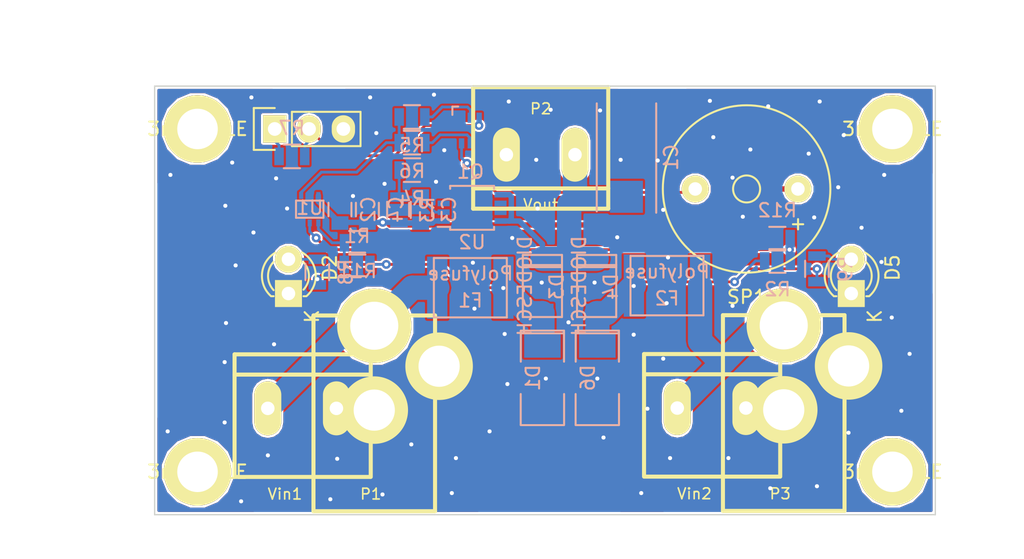
<source format=kicad_pcb>
(kicad_pcb (version 4) (host pcbnew 4.0.2-4+6225~38~ubuntu15.10.1-stable)

  (general
    (links 65)
    (no_connects 0)
    (area 143.459999 128.854999 201.345001 160.705001)
    (thickness 1.6)
    (drawings 14)
    (tracks 456)
    (zones 0)
    (modules 37)
    (nets 19)
  )

  (page A3)
  (title_block
    (rev 2)
    (company "Radio Helsinki: RedunDC")
  )

  (layers
    (0 F.Cu signal)
    (31 B.Cu signal)
    (32 B.Adhes user)
    (33 F.Adhes user)
    (34 B.Paste user)
    (35 F.Paste user)
    (36 B.SilkS user hide)
    (37 F.SilkS user)
    (38 B.Mask user)
    (39 F.Mask user)
    (40 Dwgs.User user)
    (41 Cmts.User user)
    (42 Eco1.User user)
    (43 Eco2.User user)
    (44 Edge.Cuts user)
  )

  (setup
    (last_trace_width 0.2032)
    (user_trace_width 0.2032)
    (user_trace_width 0.3988)
    (user_trace_width 0.701)
    (user_trace_width 1.0008)
    (user_trace_width 1.8009)
    (trace_clearance 0.1524)
    (zone_clearance 0.1524)
    (zone_45_only no)
    (trace_min 0.1524)
    (segment_width 0.2)
    (edge_width 0.1)
    (via_size 0.6502)
    (via_drill 0.3023)
    (via_min_size 0.5004)
    (via_min_drill 0.3023)
    (user_via 0.6502 0.3023)
    (user_via 0.7493 0.3988)
    (user_via 0.95 0.3988)
    (user_via 1.1989 0.4496)
    (user_via 1.999 0.5004)
    (uvia_size 0.508)
    (uvia_drill 0.127)
    (uvias_allowed no)
    (uvia_min_size 0.508)
    (uvia_min_drill 0.127)
    (pcb_text_width 0.3)
    (pcb_text_size 1.5 1.5)
    (mod_edge_width 0.3)
    (mod_text_size 1 1)
    (mod_text_width 0.15)
    (pad_size 2 4)
    (pad_drill 1)
    (pad_to_mask_clearance 0)
    (aux_axis_origin 0 0)
    (visible_elements 7FFFFF1F)
    (pcbplotparams
      (layerselection 0x00030_80000001)
      (usegerberextensions true)
      (excludeedgelayer true)
      (linewidth 0.150000)
      (plotframeref false)
      (viasonmask false)
      (mode 1)
      (useauxorigin false)
      (hpglpennumber 1)
      (hpglpenspeed 20)
      (hpglpendiameter 15)
      (hpglpenoverlay 2)
      (psnegative false)
      (psa4output false)
      (plotreference true)
      (plotvalue true)
      (plotinvisibletext false)
      (padsonsilk false)
      (subtractmaskfromsilk false)
      (outputformat 1)
      (mirror false)
      (drillshape 1)
      (scaleselection 1)
      (outputdirectory ""))
  )

  (net 0 "")
  (net 1 /Vout)
  (net 2 GND)
  (net 3 VCC)
  (net 4 "Net-(C3-Pad2)")
  (net 5 "Net-(D1-Pad1)")
  (net 6 "Net-(F1-Pad1)")
  (net 7 "Net-(F2-Pad2)")
  (net 8 "Net-(K1-Pad1)")
  (net 9 "Net-(K1-Pad2)")
  (net 10 "Net-(Q1-Pad6)")
  (net 11 "Net-(Q1-Pad2)")
  (net 12 "Net-(Q1-Pad5)")
  (net 13 "Net-(R1-Pad2)")
  (net 14 "Net-(R12-Pad1)")
  (net 15 "Net-(R5-Pad1)")
  (net 16 "Net-(D2-Pad2)")
  (net 17 "Net-(D4-Pad2)")
  (net 18 "Net-(D5-Pad2)")

  (net_class Default "Dies ist die voreingestellte Netzklasse."
    (clearance 0.1524)
    (trace_width 0.2032)
    (via_dia 0.6502)
    (via_drill 0.3023)
    (uvia_dia 0.508)
    (uvia_drill 0.127)
    (add_net /Vout)
    (add_net GND)
    (add_net "Net-(C3-Pad2)")
    (add_net "Net-(D1-Pad1)")
    (add_net "Net-(D2-Pad2)")
    (add_net "Net-(D4-Pad2)")
    (add_net "Net-(D5-Pad2)")
    (add_net "Net-(F1-Pad1)")
    (add_net "Net-(F2-Pad2)")
    (add_net "Net-(K1-Pad1)")
    (add_net "Net-(K1-Pad2)")
    (add_net "Net-(Q1-Pad2)")
    (add_net "Net-(Q1-Pad5)")
    (add_net "Net-(Q1-Pad6)")
    (add_net "Net-(R1-Pad2)")
    (add_net "Net-(R12-Pad1)")
    (add_net "Net-(R5-Pad1)")
    (add_net VCC)
  )

  (module Resistors_SMD:R_0805 (layer B.Cu) (tedit 5415CDEB) (tstamp 56C500A8)
    (at 189.6008 140.208 180)
    (descr "Resistor SMD 0805, reflow soldering, Vishay (see dcrcw.pdf)")
    (tags "resistor 0805")
    (path /56C4BAF5)
    (attr smd)
    (fp_text reference R12 (at 0 2.1 180) (layer B.SilkS)
      (effects (font (size 1 1) (thickness 0.15)) (justify mirror))
    )
    (fp_text value Rb (at 0 -2.1 180) (layer B.Fab)
      (effects (font (size 1 1) (thickness 0.15)) (justify mirror))
    )
    (fp_line (start -1.6 1) (end 1.6 1) (layer B.CrtYd) (width 0.05))
    (fp_line (start -1.6 -1) (end 1.6 -1) (layer B.CrtYd) (width 0.05))
    (fp_line (start -1.6 1) (end -1.6 -1) (layer B.CrtYd) (width 0.05))
    (fp_line (start 1.6 1) (end 1.6 -1) (layer B.CrtYd) (width 0.05))
    (fp_line (start 0.6 -0.875) (end -0.6 -0.875) (layer B.SilkS) (width 0.15))
    (fp_line (start -0.6 0.875) (end 0.6 0.875) (layer B.SilkS) (width 0.15))
    (pad 1 smd rect (at -0.95 0 180) (size 0.7 1.3) (layers B.Cu B.Paste B.Mask)
      (net 14 "Net-(R12-Pad1)"))
    (pad 2 smd rect (at 0.95 0 180) (size 0.7 1.3) (layers B.Cu B.Paste B.Mask)
      (net 2 GND))
    (model Resistors_SMD.3dshapes/R_0805.wrl
      (at (xyz 0 0 0))
      (scale (xyz 1 1 1))
      (rotate (xyz 0 0 0))
    )
  )

  (module Resistors_SMD:R_0805 (layer B.Cu) (tedit 5415CDEB) (tstamp 56C50073)
    (at 189.611 141.859)
    (descr "Resistor SMD 0805, reflow soldering, Vishay (see dcrcw.pdf)")
    (tags "resistor 0805")
    (path /551ADFF8)
    (attr smd)
    (fp_text reference R2 (at 0 2.1) (layer B.SilkS)
      (effects (font (size 1 1) (thickness 0.15)) (justify mirror))
    )
    (fp_text value Ra (at 0 -2.1) (layer B.Fab)
      (effects (font (size 1 1) (thickness 0.15)) (justify mirror))
    )
    (fp_line (start -1.6 1) (end 1.6 1) (layer B.CrtYd) (width 0.05))
    (fp_line (start -1.6 -1) (end 1.6 -1) (layer B.CrtYd) (width 0.05))
    (fp_line (start -1.6 1) (end -1.6 -1) (layer B.CrtYd) (width 0.05))
    (fp_line (start 1.6 1) (end 1.6 -1) (layer B.CrtYd) (width 0.05))
    (fp_line (start 0.6 -0.875) (end -0.6 -0.875) (layer B.SilkS) (width 0.15))
    (fp_line (start -0.6 0.875) (end 0.6 0.875) (layer B.SilkS) (width 0.15))
    (pad 1 smd rect (at -0.95 0) (size 0.7 1.3) (layers B.Cu B.Paste B.Mask)
      (net 17 "Net-(D4-Pad2)"))
    (pad 2 smd rect (at 0.95 0) (size 0.7 1.3) (layers B.Cu B.Paste B.Mask)
      (net 14 "Net-(R12-Pad1)"))
    (model Resistors_SMD.3dshapes/R_0805.wrl
      (at (xyz 0 0 0))
      (scale (xyz 1 1 1))
      (rotate (xyz 0 0 0))
    )
  )

  (module RedunDC:Screwblock (layer F.Cu) (tedit 55806C3A) (tstamp 56C50061)
    (at 172.085 133.985 180)
    (path /551AE0C7)
    (attr virtual)
    (fp_text reference P2 (at 0 3.4 180) (layer F.SilkS)
      (effects (font (size 0.8 0.8) (thickness 0.12)))
    )
    (fp_text value Vout (at 0 -3.7 180) (layer F.SilkS)
      (effects (font (size 0.8 0.8) (thickness 0.12)))
    )
    (fp_line (start -5 -2.5) (end 5 -2.5) (layer F.SilkS) (width 0.3))
    (fp_line (start 5 5) (end -5 5) (layer F.SilkS) (width 0.3))
    (fp_line (start -5 5) (end -5 -4) (layer F.SilkS) (width 0.3))
    (fp_line (start -5 -4) (end 5 -4) (layer F.SilkS) (width 0.3))
    (fp_line (start 5 -4) (end 5 5) (layer F.SilkS) (width 0.3))
    (pad 1 thru_hole oval (at -2.54 0 180) (size 2 4) (drill 1) (layers *.Cu *.Mask F.SilkS)
      (net 1 /Vout))
    (pad 2 thru_hole oval (at 2.54 0 180) (size 2 4) (drill 1) (layers *.Cu *.Mask F.SilkS)
      (net 2 GND))
  )

  (module TO_SOT_Packages_SMD:SC-70-6 (layer B.Cu) (tedit 54E926FA) (tstamp 56C50973)
    (at 166.878 132.19684)
    (descr SC-70-6,)
    (tags SC-70-6,)
    (path /551C399F)
    (attr smd)
    (fp_text reference Q1 (at 0.01016 3.05054) (layer B.SilkS)
      (effects (font (size 1 1) (thickness 0.15)) (justify mirror))
    )
    (fp_text value PMGD370XN (at 0.04064 -4.191) (layer B.Fab)
      (effects (font (size 1 1) (thickness 0.15)) (justify mirror))
    )
    (fp_line (start -1.33096 -1.16078) (end -1.33096 -1.77038) (layer B.SilkS) (width 0.15))
    (fp_line (start -1.33096 -1.77038) (end -0.89916 -1.78054) (layer B.SilkS) (width 0.15))
    (pad 1 smd rect (at -0.65024 -0.94996) (size 0.39878 0.7493) (layers B.Cu B.Paste B.Mask)
      (net 2 GND))
    (pad 2 smd rect (at 0 -0.94996) (size 0.39878 0.7493) (layers B.Cu B.Paste B.Mask)
      (net 11 "Net-(Q1-Pad2)"))
    (pad 3 smd rect (at 0.65024 -0.94996) (size 0.39878 0.7493) (layers B.Cu B.Paste B.Mask)
      (net 9 "Net-(K1-Pad2)"))
    (pad 4 smd rect (at 0.65024 0.94996) (size 0.39878 0.7493) (layers B.Cu B.Paste B.Mask)
      (net 2 GND))
    (pad 5 smd rect (at 0 0.94996) (size 0.39878 0.7493) (layers B.Cu B.Paste B.Mask)
      (net 12 "Net-(Q1-Pad5)"))
    (pad 6 smd rect (at -0.65024 0.94996) (size 0.39878 0.7493) (layers B.Cu B.Paste B.Mask)
      (net 10 "Net-(Q1-Pad6)"))
    (model TO_SOT_Packages_SMD.3dshapes/SC-70-6.wrl
      (at (xyz 0 0 0))
      (scale (xyz 1 1 1))
      (rotate (xyz 0 0 0))
    )
  )

  (module 3mmHOLE (layer F.Cu) (tedit 551B1F8C) (tstamp 551BDB62)
    (at 198.12 132.08)
    (fp_text reference 3mmHOLE (at 0 0) (layer F.SilkS)
      (effects (font (size 1 1) (thickness 0.15)))
    )
    (fp_text value VAL** (at 0 0) (layer F.SilkS)
      (effects (font (size 1 1) (thickness 0.15)))
    )
    (pad 1 thru_hole circle (at 0 0) (size 5 5) (drill 3) (layers *.Cu *.Mask F.SilkS))
  )

  (module 3mmHOLE (layer F.Cu) (tedit 551B1F8C) (tstamp 551BDB6E)
    (at 146.685 132.08)
    (fp_text reference 3mmHOLE (at 0 0) (layer F.SilkS)
      (effects (font (size 1 1) (thickness 0.15)))
    )
    (fp_text value VAL** (at 0 0) (layer F.SilkS)
      (effects (font (size 1 1) (thickness 0.15)))
    )
    (pad 1 thru_hole circle (at 0 0) (size 5 5) (drill 3) (layers *.Cu *.Mask F.SilkS))
  )

  (module 3mmHOLE (layer F.Cu) (tedit 551B1F8C) (tstamp 551BDB77)
    (at 146.685 157.48)
    (fp_text reference 3mmHOLE (at 0 0) (layer F.SilkS)
      (effects (font (size 1 1) (thickness 0.15)))
    )
    (fp_text value VAL** (at 0 0) (layer F.SilkS)
      (effects (font (size 1 1) (thickness 0.15)))
    )
    (pad 1 thru_hole circle (at 0 0) (size 5 5) (drill 3) (layers *.Cu *.Mask F.SilkS))
  )

  (module 3mmHOLE (layer F.Cu) (tedit 551B1F8C) (tstamp 551BDB80)
    (at 198.12 157.48)
    (fp_text reference 3mmHOLE (at 0 0) (layer F.SilkS)
      (effects (font (size 1 1) (thickness 0.15)))
    )
    (fp_text value VAL** (at 0 0) (layer F.SilkS)
      (effects (font (size 1 1) (thickness 0.15)))
    )
    (pad 1 thru_hole circle (at 0 0) (size 5 5) (drill 3) (layers *.Cu *.Mask F.SilkS))
  )

  (module rhlogo_copper-front_10mm (layer F.Cu) (tedit 0) (tstamp 551BFA87)
    (at 172.72 158.75)
    (fp_text reference G*** (at 0 1.69418) (layer F.SilkS) hide
      (effects (font (size 0.22098 0.22098) (thickness 0.04318)))
    )
    (fp_text value rhlogo_copper-front_10mm (at 0 -1.69418) (layer F.SilkS) hide
      (effects (font (size 0.22098 0.22098) (thickness 0.04318)))
    )
    (fp_poly (pts (xy 4.99872 1.58242) (xy 4.8387 1.58242) (xy 4.8387 1.4224) (xy 4.8387 -1.41224)
      (xy -2.2479 -1.41224) (xy -2.2479 1.4224) (xy 4.8387 1.4224) (xy 4.8387 1.58242)
      (xy -2.40538 1.58242) (xy -2.40538 1.4224) (xy -2.40538 -1.41224) (xy -4.826 -1.41224)
      (xy -4.826 1.4224) (xy -2.40538 1.4224) (xy -2.40538 1.58242) (xy -4.99872 1.58242)
      (xy -4.99872 -1.58242) (xy 4.99872 -1.58242) (xy 4.99872 1.58242) (xy 4.99872 1.58242)) (layer F.Cu) (width 0.00254))
    (fp_poly (pts (xy -2.52222 1.1176) (xy -2.52476 1.14808) (xy -2.54254 1.18364) (xy -2.57048 1.20904)
      (xy -2.5781 1.21412) (xy -2.62128 1.22936) (xy -2.67462 1.23444) (xy -2.72288 1.22936)
      (xy -2.7432 1.22174) (xy -2.77368 1.2065) (xy -2.81178 1.1811) (xy -2.85496 1.15062)
      (xy -2.8575 1.14808) (xy -2.91338 1.11252) (xy -2.98704 1.06426) (xy -3.0861 1.00838)
      (xy -3.20548 0.94234) (xy -3.34518 0.86614) (xy -3.44678 0.81026) (xy -3.63474 0.71374)
      (xy -3.77952 0.77978) (xy -3.89128 0.83312) (xy -4.0005 0.88646) (xy -4.1021 0.9398)
      (xy -4.19608 0.98806) (xy -4.27482 1.03124) (xy -4.33832 1.06934) (xy -4.3815 1.09982)
      (xy -4.38912 1.10236) (xy -4.44754 1.15062) (xy -4.49072 1.1811) (xy -4.5212 1.20396)
      (xy -4.54406 1.21666) (xy -4.56184 1.22428) (xy -4.57962 1.22682) (xy -4.59486 1.22682)
      (xy -4.64312 1.21666) (xy -4.6736 1.1938) (xy -4.68884 1.1557) (xy -4.68376 1.10998)
      (xy -4.65836 1.05918) (xy -4.65328 1.0541) (xy -4.63042 1.02616) (xy -4.59486 1.0033)
      (xy -4.54406 0.9779) (xy -4.47802 0.9525) (xy -4.43484 0.9398) (xy -4.39928 0.9271)
      (xy -4.34848 0.90678) (xy -4.28752 0.88138) (xy -4.21894 0.8509) (xy -4.14528 0.82042)
      (xy -4.07162 0.7874) (xy -3.99796 0.75438) (xy -3.93192 0.72136) (xy -3.87604 0.69596)
      (xy -3.83286 0.6731) (xy -3.80238 0.65786) (xy -3.79476 0.65024) (xy -3.80492 0.64262)
      (xy -3.8354 0.62738) (xy -3.88112 0.60198) (xy -3.93954 0.5715) (xy -4.01066 0.53594)
      (xy -4.07416 0.50546) (xy -4.17576 0.45466) (xy -4.25958 0.41656) (xy -4.32816 0.38608)
      (xy -4.38912 0.36322) (xy -4.43992 0.34544) (xy -4.47548 0.33528) (xy -4.53898 0.3175)
      (xy -4.5847 0.30226) (xy -4.61518 0.28448) (xy -4.63804 0.2667) (xy -4.67106 0.22352)
      (xy -4.67868 0.18542) (xy -4.6609 0.14986) (xy -4.64058 0.12954) (xy -4.60248 0.10414)
      (xy -4.5593 0.09398) (xy -4.5085 0.1016) (xy -4.45008 0.12192) (xy -4.3815 0.16002)
      (xy -4.29768 0.2159) (xy -4.27482 0.23368) (xy -4.20878 0.2794) (xy -4.15036 0.3175)
      (xy -4.09194 0.35306) (xy -4.03098 0.38862) (xy -3.95986 0.42418) (xy -3.8735 0.46482)
      (xy -3.7973 0.50038) (xy -3.73126 0.53086) (xy -3.683 0.55118) (xy -3.64744 0.56388)
      (xy -3.62458 0.56896) (xy -3.60426 0.56896) (xy -3.5941 0.56642) (xy -3.5687 0.55626)
      (xy -3.52298 0.53848) (xy -3.4671 0.51308) (xy -3.39852 0.4826) (xy -3.3274 0.44958)
      (xy -3.25628 0.41656) (xy -3.1877 0.38354) (xy -3.12928 0.3556) (xy -3.08356 0.3302)
      (xy -3.06578 0.32004) (xy -3.01752 0.2921) (xy -2.97434 0.26162) (xy -2.9464 0.23876)
      (xy -2.8702 0.17526) (xy -2.79654 0.12954) (xy -2.7305 0.09906) (xy -2.68224 0.08636)
      (xy -2.64414 0.08382) (xy -2.62128 0.0889) (xy -2.60096 0.10414) (xy -2.58572 0.12446)
      (xy -2.55778 0.17272) (xy -2.55524 0.21844) (xy -2.57556 0.25654) (xy -2.62128 0.28956)
      (xy -2.68732 0.32004) (xy -2.75082 0.33782) (xy -2.80924 0.35306) (xy -2.87274 0.37084)
      (xy -2.91846 0.38608) (xy -2.95402 0.40132) (xy -3.00482 0.42418) (xy -3.06832 0.45212)
      (xy -3.13944 0.4826) (xy -3.2131 0.51816) (xy -3.28676 0.55118) (xy -3.35026 0.58166)
      (xy -3.40614 0.6096) (xy -3.44424 0.62738) (xy -3.4798 0.64516) (xy -3.20294 0.78994)
      (xy -3.1115 0.83566) (xy -3.03784 0.87376) (xy -2.97688 0.9017) (xy -2.92354 0.92456)
      (xy -2.87528 0.94234) (xy -2.82956 0.95758) (xy -2.77876 0.97028) (xy -2.6797 1.00076)
      (xy -2.6035 1.03632) (xy -2.5527 1.07188) (xy -2.52476 1.11252) (xy -2.52222 1.1176)
      (xy -2.52222 1.1176)) (layer F.Cu) (width 0.00254))
    (fp_poly (pts (xy -3.00736 -0.74168) (xy -3.01244 -0.63246) (xy -3.03276 -0.5207) (xy -3.06832 -0.4064)
      (xy -3.11404 -0.29464) (xy -3.12674 -0.27432) (xy -3.13182 -0.25908) (xy -3.13182 -0.63754)
      (xy -3.13436 -0.70612) (xy -3.14198 -0.78232) (xy -3.15214 -0.84328) (xy -3.16992 -0.889)
      (xy -3.19532 -0.93218) (xy -3.23342 -0.97282) (xy -3.2385 -0.9779) (xy -3.30708 -1.03632)
      (xy -3.3782 -1.07696) (xy -3.45948 -1.09728) (xy -3.55346 -1.10236) (xy -3.66014 -1.08966)
      (xy -3.68554 -1.08712) (xy -3.7592 -1.07188) (xy -3.81254 -1.05918) (xy -3.85064 -1.0414)
      (xy -3.88366 -1.02108) (xy -3.9116 -0.99314) (xy -3.91414 -0.99314) (xy -3.95986 -0.92964)
      (xy -3.99796 -0.84836) (xy -4.02844 -0.74422) (xy -4.04368 -0.66548) (xy -4.07162 -0.52324)
      (xy -4.04114 -0.50292) (xy -3.99034 -0.46482) (xy -3.9624 -0.4318) (xy -3.95732 -0.39624)
      (xy -3.95732 -0.3937) (xy -3.95478 -0.3556) (xy -3.94462 -0.34036) (xy -3.93446 -0.32258)
      (xy -3.93192 -0.3048) (xy -3.937 -0.27178) (xy -3.94208 -0.254) (xy -3.9497 -0.21844)
      (xy -3.95224 -0.19558) (xy -3.94462 -0.18288) (xy -3.93192 -0.17272) (xy -3.90398 -0.1524)
      (xy -3.92938 -0.11938) (xy -3.94462 -0.09652) (xy -3.9497 -0.0762) (xy -3.93954 -0.04826)
      (xy -3.937 -0.04318) (xy -3.91414 -0.00254) (xy -3.88366 0.02794) (xy -3.88112 0.03048)
      (xy -3.85064 0.06604) (xy -3.84302 0.09652) (xy -3.8354 0.1524) (xy -3.81254 0.21082)
      (xy -3.77952 0.25908) (xy -3.76936 0.27178) (xy -3.74142 0.2921) (xy -3.71602 0.30226)
      (xy -3.67538 0.3048) (xy -3.66522 0.3048) (xy -3.61442 0.30226) (xy -3.556 0.29718)
      (xy -3.51282 0.2921) (xy -3.429 0.27686) (xy -3.4036 0.22098) (xy -3.38836 0.18288)
      (xy -3.37058 0.12954) (xy -3.35534 0.07112) (xy -3.3528 0.06096) (xy -3.31978 -0.05842)
      (xy -3.28676 -0.16256) (xy -3.2512 -0.25654) (xy -3.2131 -0.3429) (xy -3.175 -0.42672)
      (xy -3.1496 -0.50038) (xy -3.1369 -0.56642) (xy -3.13182 -0.63754) (xy -3.13182 -0.25908)
      (xy -3.15722 -0.20828) (xy -3.19024 -0.12446) (xy -3.22072 -0.03048) (xy -3.24866 0.06604)
      (xy -3.27406 0.1651) (xy -3.27914 0.1905) (xy -3.2893 0.23368) (xy -3.30454 0.2667)
      (xy -3.32994 0.29718) (xy -3.35788 0.32512) (xy -3.40614 0.36576) (xy -3.45186 0.3937)
      (xy -3.46964 0.40132) (xy -3.53568 0.41148) (xy -3.61188 0.41402) (xy -3.68808 0.4064)
      (xy -3.72618 0.39624) (xy -3.76936 0.38354) (xy -3.80746 0.37084) (xy -3.82016 0.36576)
      (xy -3.85064 0.3429) (xy -3.88112 0.30226) (xy -3.90906 0.24892) (xy -3.92938 0.1905)
      (xy -3.92938 0.18542) (xy -3.94208 0.1397) (xy -3.95986 0.10922) (xy -3.9878 0.08382)
      (xy -4.00812 0.06858) (xy -4.02336 0.04826) (xy -4.0386 0.01016) (xy -4.05384 -0.03302)
      (xy -4.06654 -0.08382) (xy -4.0767 -0.12954) (xy -4.0767 -0.15494) (xy -4.08178 -0.1905)
      (xy -4.09448 -0.23114) (xy -4.1021 -0.25146) (xy -4.11734 -0.28956) (xy -4.12496 -0.32258)
      (xy -4.12496 -0.33528) (xy -4.12496 -0.38608) (xy -4.13766 -0.42418) (xy -4.15798 -0.45212)
      (xy -4.17576 -0.47752) (xy -4.18592 -0.49784) (xy -4.18338 -0.52324) (xy -4.1783 -0.56134)
      (xy -4.16814 -0.61722) (xy -4.16052 -0.67818) (xy -4.15798 -0.70358) (xy -4.15036 -0.75184)
      (xy -4.1402 -0.81026) (xy -4.1275 -0.87122) (xy -4.12496 -0.88138) (xy -4.10972 -0.93472)
      (xy -4.09702 -0.97282) (xy -4.07924 -1.0033) (xy -4.0513 -1.03378) (xy -4.02844 -1.05664)
      (xy -3.9624 -1.11506) (xy -3.89636 -1.15824) (xy -3.8227 -1.18618) (xy -3.73888 -1.2065)
      (xy -3.63728 -1.21412) (xy -3.57378 -1.21412) (xy -3.46964 -1.21158) (xy -3.38836 -1.20396)
      (xy -3.31978 -1.18618) (xy -3.2639 -1.16332) (xy -3.26136 -1.16078) (xy -3.22326 -1.13284)
      (xy -3.17754 -1.0922) (xy -3.13182 -1.04648) (xy -3.08864 -0.99822) (xy -3.05562 -0.95504)
      (xy -3.03784 -0.9271) (xy -3.01498 -0.84074) (xy -3.00736 -0.74168) (xy -3.00736 -0.74168)) (layer F.Cu) (width 0.00254))
    (fp_poly (pts (xy 2.83464 0.18034) (xy 2.82956 0.20574) (xy 2.8067 0.22606) (xy 2.80162 0.2286)
      (xy 2.76352 0.25146) (xy 2.76352 0.67056) (xy 2.76352 0.78486) (xy 2.76352 0.87376)
      (xy 2.76098 0.94742) (xy 2.76098 1.0033) (xy 2.75844 1.04394) (xy 2.7559 1.07696)
      (xy 2.75336 1.09982) (xy 2.74828 1.1176) (xy 2.74066 1.13538) (xy 2.73558 1.14554)
      (xy 2.71018 1.18618) (xy 2.68478 1.20142) (xy 2.6543 1.1938) (xy 2.62382 1.1684)
      (xy 2.60096 1.13538) (xy 2.57302 1.08712) (xy 2.54508 1.016) (xy 2.51206 0.9271)
      (xy 2.47396 0.8128) (xy 2.46126 0.7747) (xy 2.44348 0.71882) (xy 2.42062 0.65532)
      (xy 2.39522 0.58674) (xy 2.36982 0.51816) (xy 2.34442 0.45466) (xy 2.3241 0.40132)
      (xy 2.30632 0.36068) (xy 2.29362 0.33782) (xy 2.29108 0.33528) (xy 2.29108 0.34544)
      (xy 2.29108 0.37846) (xy 2.29108 0.42926) (xy 2.29108 0.4953) (xy 2.29362 0.57404)
      (xy 2.29362 0.66294) (xy 2.29362 0.68326) (xy 2.29616 0.79756) (xy 2.29616 0.889)
      (xy 2.30124 0.96012) (xy 2.30378 1.01346) (xy 2.30886 1.05156) (xy 2.31648 1.0795)
      (xy 2.32664 1.09474) (xy 2.3368 1.10236) (xy 2.35204 1.1049) (xy 2.35204 1.1049)
      (xy 2.37744 1.11252) (xy 2.4003 1.13284) (xy 2.413 1.15824) (xy 2.413 1.17856)
      (xy 2.39776 1.18364) (xy 2.3622 1.18618) (xy 2.31648 1.18872) (xy 2.2606 1.19126)
      (xy 2.20472 1.18872) (xy 2.15392 1.18872) (xy 2.11074 1.18364) (xy 2.0828 1.17856)
      (xy 2.07772 1.17602) (xy 2.06248 1.14554) (xy 2.0701 1.11506) (xy 2.10058 1.08204)
      (xy 2.11074 1.07442) (xy 2.16154 1.03886) (xy 2.159 0.71882) (xy 2.15646 0.60198)
      (xy 2.15646 0.50546) (xy 2.15138 0.42926) (xy 2.1463 0.37084) (xy 2.14122 0.32766)
      (xy 2.13106 0.29464) (xy 2.11836 0.27432) (xy 2.10312 0.26162) (xy 2.10058 0.26162)
      (xy 2.06756 0.23622) (xy 2.05232 0.20066) (xy 2.04978 0.18034) (xy 2.04978 0.14732)
      (xy 2.17932 0.1397) (xy 2.23774 0.13462) (xy 2.27838 0.13462) (xy 2.30378 0.13716)
      (xy 2.3241 0.14478) (xy 2.34442 0.15494) (xy 2.35204 0.16002) (xy 2.3749 0.1778)
      (xy 2.39268 0.20066) (xy 2.41046 0.23876) (xy 2.43332 0.28956) (xy 2.44348 0.31242)
      (xy 2.46888 0.37846) (xy 2.49428 0.45212) (xy 2.5146 0.5207) (xy 2.52222 0.5461)
      (xy 2.55016 0.63246) (xy 2.57302 0.69596) (xy 2.5908 0.7366) (xy 2.6035 0.75692)
      (xy 2.60858 0.75946) (xy 2.61366 0.74422) (xy 2.61874 0.7112) (xy 2.61874 0.66294)
      (xy 2.62128 0.60452) (xy 2.62128 0.53848) (xy 2.62128 0.47244) (xy 2.61874 0.41148)
      (xy 2.61366 0.3556) (xy 2.61112 0.3302) (xy 2.60604 0.28702) (xy 2.59842 0.26162)
      (xy 2.58826 0.24638) (xy 2.56794 0.23876) (xy 2.56286 0.23876) (xy 2.52984 0.22098)
      (xy 2.51968 0.19558) (xy 2.53492 0.1651) (xy 2.54762 0.1524) (xy 2.5654 0.13462)
      (xy 2.58826 0.127) (xy 2.62128 0.12192) (xy 2.66192 0.12192) (xy 2.73812 0.127)
      (xy 2.79146 0.1397) (xy 2.82448 0.16002) (xy 2.83464 0.18034) (xy 2.83464 0.18034)) (layer F.Cu) (width 0.00254))
    (fp_poly (pts (xy -1.14046 1.143) (xy -1.15316 1.16586) (xy -1.1811 1.1811) (xy -1.22428 1.18872)
      (xy -1.2446 1.18872) (xy -1.27762 1.18618) (xy -1.32334 1.18364) (xy -1.3589 1.1811)
      (xy -1.4097 1.17602) (xy -1.44018 1.16332) (xy -1.4478 1.14554) (xy -1.43764 1.12014)
      (xy -1.41986 1.10236) (xy -1.38684 1.08712) (xy -1.3843 1.08458) (xy -1.34366 1.07188)
      (xy -1.34366 0.9017) (xy -1.34366 0.83312) (xy -1.3462 0.78232) (xy -1.34874 0.75184)
      (xy -1.35382 0.73152) (xy -1.36144 0.7239) (xy -1.38176 0.71882) (xy -1.41986 0.71374)
      (xy -1.47066 0.7112) (xy -1.52908 0.7112) (xy -1.67894 0.7112) (xy -1.6764 0.89916)
      (xy -1.6764 1.08712) (xy -1.63576 1.08966) (xy -1.6002 1.10236) (xy -1.57734 1.12522)
      (xy -1.5748 1.1557) (xy -1.57734 1.16078) (xy -1.58496 1.1684) (xy -1.60528 1.17348)
      (xy -1.64084 1.17602) (xy -1.69672 1.17856) (xy -1.72212 1.17856) (xy -1.78054 1.17856)
      (xy -1.83134 1.17602) (xy -1.8669 1.17348) (xy -1.88468 1.17094) (xy -1.89738 1.15316)
      (xy -1.90246 1.12776) (xy -1.89484 1.10236) (xy -1.87198 1.08712) (xy -1.8288 1.0795)
      (xy -1.81864 1.0795) (xy -1.80086 1.07696) (xy -1.79324 1.06934) (xy -1.79324 1.04648)
      (xy -1.79578 1.016) (xy -1.79832 0.98552) (xy -1.80086 0.93726) (xy -1.80086 0.87122)
      (xy -1.8034 0.78994) (xy -1.8034 0.70104) (xy -1.8034 0.60452) (xy -1.8034 0.58674)
      (xy -1.8034 0.22098) (xy -1.85166 0.21844) (xy -1.88468 0.21082) (xy -1.89992 0.19558)
      (xy -1.89992 0.1905) (xy -1.90246 0.16764) (xy -1.88976 0.14986) (xy -1.86436 0.1397)
      (xy -1.81864 0.13462) (xy -1.75514 0.13462) (xy -1.75006 0.13462) (xy -1.62306 0.13462)
      (xy -1.60782 0.17272) (xy -1.59766 0.20066) (xy -1.60274 0.2159) (xy -1.60528 0.2159)
      (xy -1.6256 0.2286) (xy -1.64338 0.2413) (xy -1.65354 0.254) (xy -1.66116 0.26924)
      (xy -1.66624 0.29718) (xy -1.66878 0.33782) (xy -1.67132 0.39624) (xy -1.67132 0.42164)
      (xy -1.6764 0.58166) (xy -1.51384 0.5842) (xy -1.4478 0.58674) (xy -1.40208 0.58674)
      (xy -1.36906 0.58166) (xy -1.35128 0.56642) (xy -1.34112 0.53848) (xy -1.33858 0.4953)
      (xy -1.33858 0.43434) (xy -1.33858 0.39116) (xy -1.33858 0.24638) (xy -1.37414 0.23114)
      (xy -1.4097 0.21082) (xy -1.43002 0.18288) (xy -1.43256 0.15494) (xy -1.43256 0.1524)
      (xy -1.41732 0.14478) (xy -1.3843 0.13716) (xy -1.34112 0.13208) (xy -1.29032 0.12954)
      (xy -1.24206 0.127) (xy -1.20142 0.12954) (xy -1.17602 0.13208) (xy -1.1684 0.13462)
      (xy -1.15316 0.16256) (xy -1.15824 0.1905) (xy -1.17856 0.2159) (xy -1.18364 0.21844)
      (xy -1.21412 0.23114) (xy -1.21412 0.6604) (xy -1.21412 0.7747) (xy -1.21412 0.86868)
      (xy -1.21412 0.9398) (xy -1.21412 0.99568) (xy -1.21158 1.03378) (xy -1.20904 1.06172)
      (xy -1.2065 1.0795) (xy -1.20142 1.08712) (xy -1.19634 1.0922) (xy -1.1938 1.0922)
      (xy -1.16078 1.10236) (xy -1.143 1.1303) (xy -1.14046 1.143) (xy -1.14046 1.143)) (layer F.Cu) (width 0.00254))
    (fp_poly (pts (xy 0.53594 0.84582) (xy 0.5334 0.89154) (xy 0.52832 0.94742) (xy 0.52324 1.00838)
      (xy 0.51562 1.0668) (xy 0.508 1.1176) (xy 0.50292 1.1557) (xy 0.49784 1.17856)
      (xy 0.4953 1.17856) (xy 0.4826 1.1811) (xy 0.44704 1.18364) (xy 0.39624 1.18618)
      (xy 0.33274 1.18618) (xy 0.26162 1.18872) (xy 0.18288 1.18872) (xy 0.10414 1.18618)
      (xy 0.02794 1.18618) (xy -0.0381 1.18364) (xy -0.09398 1.1811) (xy -0.09906 1.1811)
      (xy -0.1524 1.17348) (xy -0.18288 1.15824) (xy -0.18796 1.13284) (xy -0.17526 1.10744)
      (xy -0.15494 1.08712) (xy -0.12446 1.0795) (xy -0.1016 1.0795) (xy -0.05842 1.07442)
      (xy -0.02794 1.05918) (xy -0.01524 1.04902) (xy -0.00508 1.03886) (xy 0 1.02616)
      (xy 0.00508 1.01092) (xy 0.00762 0.98806) (xy 0.01016 0.94996) (xy 0.01016 0.89916)
      (xy 0.01016 0.83058) (xy 0.01016 0.78232) (xy 0.01016 0.69596) (xy 0.01016 0.60706)
      (xy 0.00762 0.52578) (xy 0.00508 0.45466) (xy 0.00254 0.41148) (xy 0 0.35306)
      (xy -0.00254 0.31496) (xy -0.00762 0.28956) (xy -0.01524 0.27686) (xy -0.02794 0.2667)
      (xy -0.0381 0.26162) (xy -0.07112 0.25146) (xy -0.1016 0.25146) (xy -0.13208 0.25146)
      (xy -0.16764 0.2413) (xy -0.19812 0.22606) (xy -0.21844 0.20828) (xy -0.22098 0.20066)
      (xy -0.21336 0.17526) (xy -0.20574 0.15748) (xy -0.20066 0.14986) (xy -0.1905 0.14224)
      (xy -0.17272 0.1397) (xy -0.14478 0.13462) (xy -0.1016 0.13462) (xy -0.04064 0.13462)
      (xy 0.02794 0.13462) (xy 0.12192 0.13462) (xy 0.19558 0.13462) (xy 0.24892 0.13716)
      (xy 0.28956 0.14224) (xy 0.31496 0.14986) (xy 0.33274 0.16002) (xy 0.3429 0.17018)
      (xy 0.34544 0.1778) (xy 0.35306 0.21082) (xy 0.34036 0.23622) (xy 0.3048 0.25146)
      (xy 0.25654 0.25908) (xy 0.22606 0.26162) (xy 0.2032 0.26416) (xy 0.18288 0.27178)
      (xy 0.17018 0.28448) (xy 0.16002 0.3048) (xy 0.1524 0.33782) (xy 0.14986 0.38354)
      (xy 0.14732 0.44704) (xy 0.14732 0.52578) (xy 0.14986 0.62738) (xy 0.14986 0.67818)
      (xy 0.14986 0.78232) (xy 0.1524 0.86614) (xy 0.1524 0.92964) (xy 0.15494 0.9779)
      (xy 0.15748 1.01092) (xy 0.16002 1.03378) (xy 0.1651 1.04648) (xy 0.17018 1.05664)
      (xy 0.17526 1.06172) (xy 0.2032 1.07188) (xy 0.24384 1.07696) (xy 0.2921 1.0795)
      (xy 0.34036 1.0795) (xy 0.381 1.07188) (xy 0.4064 1.06426) (xy 0.4064 1.06172)
      (xy 0.4191 1.03886) (xy 0.42672 0.99314) (xy 0.43434 0.9271) (xy 0.43434 0.92456)
      (xy 0.43942 0.85344) (xy 0.45212 0.80518) (xy 0.46736 0.7747) (xy 0.48768 0.762)
      (xy 0.508 0.762) (xy 0.52578 0.76962) (xy 0.5334 0.79248) (xy 0.53594 0.81534)
      (xy 0.53594 0.84582) (xy 0.53594 0.84582)) (layer F.Cu) (width 0.00254))
    (fp_poly (pts (xy 1.28016 0.93726) (xy 1.27508 1.00584) (xy 1.25476 1.06934) (xy 1.22174 1.12268)
      (xy 1.17094 1.16078) (xy 1.16078 1.16586) (xy 1.12014 1.17856) (xy 1.06172 1.18618)
      (xy 0.99314 1.18872) (xy 0.92456 1.18872) (xy 0.8636 1.18364) (xy 0.81788 1.17348)
      (xy 0.81026 1.17094) (xy 0.77216 1.15062) (xy 0.73152 1.12268) (xy 0.72898 1.12268)
      (xy 0.70358 1.10236) (xy 0.6858 1.0922) (xy 0.68326 1.0922) (xy 0.6731 1.10236)
      (xy 0.6604 1.12776) (xy 0.65786 1.13538) (xy 0.63754 1.16586) (xy 0.61976 1.17602)
      (xy 0.61722 1.17602) (xy 0.60198 1.16078) (xy 0.59182 1.12776) (xy 0.5842 1.08204)
      (xy 0.58166 1.02616) (xy 0.5842 0.96774) (xy 0.58928 0.91186) (xy 0.58928 0.91186)
      (xy 0.59944 0.86868) (xy 0.60706 0.84582) (xy 0.61722 0.83566) (xy 0.635 0.83312)
      (xy 0.67564 0.84074) (xy 0.70104 0.86106) (xy 0.71628 0.90424) (xy 0.71628 0.9144)
      (xy 0.72898 0.96774) (xy 0.7493 1.00584) (xy 0.78486 1.0414) (xy 0.81534 1.06426)
      (xy 0.84328 1.08458) (xy 0.86868 1.09728) (xy 0.89916 1.10236) (xy 0.9398 1.1049)
      (xy 0.97282 1.1049) (xy 1.07442 1.1049) (xy 1.12268 1.05664) (xy 1.15062 1.02616)
      (xy 1.16332 1.0033) (xy 1.16586 0.9779) (xy 1.16332 0.94996) (xy 1.15062 0.9017)
      (xy 1.12776 0.86106) (xy 1.08966 0.82296) (xy 1.03124 0.7874) (xy 0.95504 0.75438)
      (xy 0.8763 0.7239) (xy 0.81026 0.6985) (xy 0.75946 0.67056) (xy 0.71882 0.63754)
      (xy 0.67818 0.58928) (xy 0.65278 0.55372) (xy 0.62992 0.51816) (xy 0.61722 0.49022)
      (xy 0.6096 0.45466) (xy 0.60452 0.40894) (xy 0.60452 0.38862) (xy 0.59944 0.28702)
      (xy 0.65786 0.22606) (xy 0.70104 0.18288) (xy 0.74168 0.16002) (xy 0.7747 0.14732)
      (xy 0.8763 0.13462) (xy 0.9779 0.14478) (xy 1.0287 0.16002) (xy 1.1049 0.18542)
      (xy 1.13284 0.16002) (xy 1.15824 0.14224) (xy 1.1811 0.13462) (xy 1.20396 0.1397)
      (xy 1.22936 0.15748) (xy 1.24968 0.1778) (xy 1.2573 0.19558) (xy 1.25476 0.19812)
      (xy 1.24968 0.21844) (xy 1.24714 0.254) (xy 1.24206 0.30226) (xy 1.23952 0.3302)
      (xy 1.23698 0.38354) (xy 1.2319 0.4191) (xy 1.22682 0.43942) (xy 1.2192 0.44704)
      (xy 1.2065 0.45212) (xy 1.20396 0.45212) (xy 1.17348 0.4445) (xy 1.14046 0.42164)
      (xy 1.11506 0.39116) (xy 1.1049 0.36068) (xy 1.1049 0.35814) (xy 1.09474 0.32766)
      (xy 1.06426 0.2921) (xy 1.06172 0.28702) (xy 1.02362 0.26162) (xy 0.97536 0.24384)
      (xy 0.9144 0.23368) (xy 0.8509 0.23114) (xy 0.81788 0.23368) (xy 0.79502 0.24384)
      (xy 0.77216 0.2667) (xy 0.75438 0.28448) (xy 0.7239 0.33274) (xy 0.7112 0.37338)
      (xy 0.71882 0.41402) (xy 0.74422 0.46228) (xy 0.76708 0.49022) (xy 0.78994 0.5207)
      (xy 0.8128 0.54102) (xy 0.8382 0.56134) (xy 0.87122 0.57912) (xy 0.91948 0.60198)
      (xy 0.98298 0.63246) (xy 0.98298 0.63246) (xy 1.06934 0.6731) (xy 1.13792 0.70866)
      (xy 1.18618 0.74168) (xy 1.19888 0.75184) (xy 1.24206 0.80518) (xy 1.27 0.86868)
      (xy 1.28016 0.93726) (xy 1.28016 0.93726)) (layer F.Cu) (width 0.00254))
    (fp_poly (pts (xy 1.97358 0.2032) (xy 1.97104 0.21336) (xy 1.9558 0.22352) (xy 1.9304 0.2286)
      (xy 1.88468 0.23368) (xy 1.83134 0.23876) (xy 1.78562 0.2413) (xy 1.75006 0.24638)
      (xy 1.73228 0.25146) (xy 1.73228 0.25146) (xy 1.72974 0.2667) (xy 1.7272 0.30226)
      (xy 1.7272 0.35306) (xy 1.7272 0.4191) (xy 1.7272 0.49276) (xy 1.7272 0.57404)
      (xy 1.72974 0.65532) (xy 1.72974 0.7366) (xy 1.73228 0.81026) (xy 1.73736 0.87376)
      (xy 1.73736 0.889) (xy 1.74498 1.03886) (xy 1.78562 1.05918) (xy 1.82372 1.07442)
      (xy 1.8669 1.08204) (xy 1.87198 1.08204) (xy 1.91008 1.08966) (xy 1.9304 1.10744)
      (xy 1.93802 1.1176) (xy 1.94818 1.14808) (xy 1.94818 1.1684) (xy 1.9431 1.17602)
      (xy 1.93294 1.1811) (xy 1.91262 1.18364) (xy 1.88214 1.18618) (xy 1.83642 1.18872)
      (xy 1.77292 1.18872) (xy 1.68656 1.18872) (xy 1.65354 1.18872) (xy 1.55448 1.18872)
      (xy 1.47574 1.18872) (xy 1.41986 1.18618) (xy 1.37922 1.18364) (xy 1.35382 1.17856)
      (xy 1.34366 1.17348) (xy 1.32842 1.15062) (xy 1.3335 1.12268) (xy 1.35382 1.09982)
      (xy 1.3716 1.0922) (xy 1.40208 1.08458) (xy 1.44272 1.0795) (xy 1.4605 1.0795)
      (xy 1.50114 1.07696) (xy 1.53162 1.06426) (xy 1.55702 1.0414) (xy 1.59512 1.0033)
      (xy 1.59512 0.62484) (xy 1.59512 0.24384) (xy 1.5494 0.24384) (xy 1.5113 0.24384)
      (xy 1.46304 0.2413) (xy 1.4097 0.23622) (xy 1.40716 0.23622) (xy 1.3589 0.23114)
      (xy 1.33096 0.22606) (xy 1.31826 0.22098) (xy 1.31318 0.20828) (xy 1.31318 0.19558)
      (xy 1.31318 0.1778) (xy 1.31826 0.16256) (xy 1.32842 0.1524) (xy 1.34874 0.14478)
      (xy 1.37922 0.1397) (xy 1.42494 0.13462) (xy 1.48844 0.13462) (xy 1.56972 0.13462)
      (xy 1.6383 0.13462) (xy 1.72212 0.13462) (xy 1.79578 0.13462) (xy 1.86182 0.13716)
      (xy 1.91008 0.1397) (xy 1.94056 0.14224) (xy 1.94818 0.14224) (xy 1.96088 0.16002)
      (xy 1.97104 0.18542) (xy 1.97358 0.2032) (xy 1.97358 0.2032)) (layer F.Cu) (width 0.00254))
    (fp_poly (pts (xy 3.76936 1.15062) (xy 3.7592 1.1684) (xy 3.73634 1.17856) (xy 3.69824 1.18618)
      (xy 3.63728 1.18872) (xy 3.58394 1.19126) (xy 3.51536 1.18872) (xy 3.46964 1.18618)
      (xy 3.4417 1.17856) (xy 3.429 1.16586) (xy 3.429 1.143) (xy 3.43662 1.11252)
      (xy 3.43916 1.1049) (xy 3.44424 1.0795) (xy 3.44678 1.05918) (xy 3.43916 1.03378)
      (xy 3.42138 0.99822) (xy 3.40868 0.97282) (xy 3.3782 0.92202) (xy 3.34264 0.87376)
      (xy 3.31216 0.83566) (xy 3.28168 0.80772) (xy 3.2639 0.79502) (xy 3.2512 0.79502)
      (xy 3.2385 0.80518) (xy 3.2258 0.83566) (xy 3.21818 0.88138) (xy 3.21818 0.9017)
      (xy 3.21564 0.9652) (xy 3.21564 1.00838) (xy 3.22072 1.03886) (xy 3.23088 1.05918)
      (xy 3.2512 1.07442) (xy 3.27914 1.0922) (xy 3.31724 1.1176) (xy 3.33502 1.13792)
      (xy 3.33756 1.15824) (xy 3.33502 1.1684) (xy 3.32994 1.17602) (xy 3.3147 1.17856)
      (xy 3.2893 1.18364) (xy 3.2512 1.18364) (xy 3.19278 1.18618) (xy 3.13436 1.18618)
      (xy 3.05054 1.18872) (xy 2.98958 1.18618) (xy 2.95148 1.18364) (xy 2.93624 1.17856)
      (xy 2.93624 1.17856) (xy 2.9464 1.143) (xy 2.9718 1.10744) (xy 3.00482 1.08458)
      (xy 3.01244 1.0795) (xy 3.05308 1.0668) (xy 3.0607 0.89154) (xy 3.06324 0.8128)
      (xy 3.06324 0.72136) (xy 3.06324 0.62484) (xy 3.0607 0.5334) (xy 3.0607 0.51562)
      (xy 3.05054 0.31496) (xy 2.99212 0.26162) (xy 2.9591 0.23368) (xy 2.94386 0.21336)
      (xy 2.93878 0.20066) (xy 2.9464 0.18542) (xy 2.95148 0.1778) (xy 2.96926 0.15748)
      (xy 2.99466 0.14478) (xy 3.03022 0.13716) (xy 3.08356 0.13462) (xy 3.15468 0.13462)
      (xy 3.16738 0.13716) (xy 3.28422 0.1397) (xy 3.28422 0.18288) (xy 3.28168 0.21336)
      (xy 3.26898 0.2286) (xy 3.24612 0.23622) (xy 3.20802 0.24638) (xy 3.2004 0.36068)
      (xy 3.19532 0.43688) (xy 3.19532 0.50546) (xy 3.19786 0.55372) (xy 3.20294 0.58674)
      (xy 3.21056 0.5969) (xy 3.22326 0.58928) (xy 3.24866 0.56388) (xy 3.2766 0.52578)
      (xy 3.31216 0.48006) (xy 3.34772 0.4318) (xy 3.38074 0.37846) (xy 3.40868 0.33274)
      (xy 3.41884 0.31242) (xy 3.44424 0.26416) (xy 3.4544 0.23114) (xy 3.45186 0.2159)
      (xy 3.4417 0.19304) (xy 3.43916 0.17526) (xy 3.4417 0.15748) (xy 3.45948 0.14732)
      (xy 3.48996 0.1397) (xy 3.52806 0.13716) (xy 3.5814 0.13462) (xy 3.63728 0.13462)
      (xy 3.64236 0.13462) (xy 3.73888 0.1397) (xy 3.74396 0.1778) (xy 3.74396 0.20066)
      (xy 3.73634 0.2159) (xy 3.71602 0.22606) (xy 3.683 0.23876) (xy 3.64236 0.25146)
      (xy 3.61188 0.26416) (xy 3.60172 0.27178) (xy 3.59156 0.28448) (xy 3.57124 0.31496)
      (xy 3.54584 0.36068) (xy 3.51536 0.41148) (xy 3.48488 0.46736) (xy 3.4544 0.5207)
      (xy 3.42646 0.5715) (xy 3.40614 0.61214) (xy 3.3909 0.63754) (xy 3.38836 0.64516)
      (xy 3.39598 0.6604) (xy 3.41122 0.69088) (xy 3.43408 0.73152) (xy 3.44678 0.7493)
      (xy 3.47726 0.80264) (xy 3.51028 0.85852) (xy 3.53568 0.90932) (xy 3.53822 0.9144)
      (xy 3.57378 0.9779) (xy 3.60172 1.02108) (xy 3.62966 1.04902) (xy 3.66014 1.06934)
      (xy 3.6957 1.0795) (xy 3.73634 1.0922) (xy 3.75666 1.1049) (xy 3.76682 1.12522)
      (xy 3.76682 1.12522) (xy 3.76936 1.15062) (xy 3.76936 1.15062)) (layer F.Cu) (width 0.00254))
    (fp_poly (pts (xy 4.44246 0.1778) (xy 4.44246 0.20828) (xy 4.42214 0.2286) (xy 4.38404 0.23876)
      (xy 4.32816 0.24384) (xy 4.31038 0.24384) (xy 4.21386 0.24384) (xy 4.21132 0.38862)
      (xy 4.21132 0.55626) (xy 4.21386 0.70104) (xy 4.21894 0.82042) (xy 4.22402 0.91694)
      (xy 4.23164 0.98806) (xy 4.2418 1.03378) (xy 4.25196 1.05664) (xy 4.2545 1.05664)
      (xy 4.27228 1.06426) (xy 4.30784 1.07188) (xy 4.35102 1.0795) (xy 4.3942 1.08966)
      (xy 4.4196 1.09728) (xy 4.4323 1.10744) (xy 4.4323 1.12014) (xy 4.4323 1.14046)
      (xy 4.42976 1.1557) (xy 4.4196 1.16586) (xy 4.39928 1.17602) (xy 4.3688 1.1811)
      (xy 4.32054 1.18364) (xy 4.25704 1.18364) (xy 4.17322 1.18618) (xy 4.14274 1.18618)
      (xy 4.06146 1.18618) (xy 3.9878 1.18618) (xy 3.92684 1.18618) (xy 3.87858 1.18364)
      (xy 3.85064 1.18364) (xy 3.84556 1.1811) (xy 3.82778 1.17348) (xy 3.82016 1.15824)
      (xy 3.8227 1.1303) (xy 3.82524 1.08712) (xy 3.93954 1.07442) (xy 4.05384 1.06426)
      (xy 4.0513 0.66548) (xy 4.04622 0.26924) (xy 4.01066 0.26416) (xy 3.97764 0.25908)
      (xy 3.93192 0.254) (xy 3.8862 0.24892) (xy 3.84048 0.2413) (xy 3.81508 0.23622)
      (xy 3.80238 0.22606) (xy 3.7973 0.21336) (xy 3.7973 0.19304) (xy 3.80746 0.17526)
      (xy 3.82778 0.1651) (xy 3.8608 0.15494) (xy 3.9116 0.14732) (xy 3.98272 0.14478)
      (xy 4.07162 0.1397) (xy 4.09194 0.1397) (xy 4.19608 0.13716) (xy 4.2799 0.13716)
      (xy 4.3434 0.1397) (xy 4.38912 0.14478) (xy 4.4196 0.1524) (xy 4.43738 0.1651)
      (xy 4.44246 0.1778) (xy 4.44246 0.1778)) (layer F.Cu) (width 0.00254))
    (fp_poly (pts (xy -0.28194 0.41656) (xy -0.28702 0.43434) (xy -0.2921 0.4445) (xy -0.29718 0.44704)
      (xy -0.3302 0.44958) (xy -0.35814 0.42926) (xy -0.37846 0.38862) (xy -0.38608 0.35306)
      (xy -0.3937 0.29718) (xy -0.40386 0.26416) (xy -0.4191 0.24384) (xy -0.44196 0.23114)
      (xy -0.48006 0.22606) (xy -0.48006 0.22606) (xy -0.52578 0.22352) (xy -0.5842 0.21844)
      (xy -0.64008 0.2159) (xy -0.7366 0.21336) (xy -0.75438 0.27432) (xy -0.762 0.31496)
      (xy -0.76962 0.37084) (xy -0.77216 0.42926) (xy -0.77216 0.44196) (xy -0.77216 0.49784)
      (xy -0.76708 0.5334) (xy -0.75692 0.55372) (xy -0.73406 0.56134) (xy -0.69596 0.56388)
      (xy -0.67564 0.56388) (xy -0.61722 0.56388) (xy -0.6096 0.50038) (xy -0.60198 0.45466)
      (xy -0.58928 0.42926) (xy -0.5715 0.4191) (xy -0.54356 0.4191) (xy -0.508 0.42164)
      (xy -0.508 0.62484) (xy -0.508 0.70104) (xy -0.51054 0.75692) (xy -0.51308 0.79248)
      (xy -0.51562 0.81534) (xy -0.5207 0.82804) (xy -0.52832 0.83058) (xy -0.5588 0.8255)
      (xy -0.58166 0.8001) (xy -0.5969 0.75438) (xy -0.5969 0.7366) (xy -0.60452 0.6731)
      (xy -0.65024 0.6731) (xy -0.69088 0.67564) (xy -0.71882 0.68072) (xy -0.74168 0.69342)
      (xy -0.75692 0.71628) (xy -0.76708 0.75438) (xy -0.77216 0.80772) (xy -0.77724 0.88392)
      (xy -0.77978 0.92202) (xy -0.78232 0.98552) (xy -0.78232 1.0287) (xy -0.78232 1.0541)
      (xy -0.77724 1.0668) (xy -0.76962 1.06934) (xy -0.75184 1.06934) (xy -0.71628 1.07188)
      (xy -0.66294 1.07188) (xy -0.60452 1.07188) (xy -0.5969 1.07188) (xy -0.44196 1.07442)
      (xy -0.42926 1.03886) (xy -0.42164 1.0033) (xy -0.41656 0.96012) (xy -0.41656 0.94234)
      (xy -0.40894 0.89154) (xy -0.38354 0.86106) (xy -0.34544 0.84582) (xy -0.33528 0.84582)
      (xy -0.30988 0.8509) (xy -0.29464 0.8636) (xy -0.28702 0.889) (xy -0.28702 0.92964)
      (xy -0.2921 0.99314) (xy -0.29464 1.00076) (xy -0.29972 1.04902) (xy -0.3048 1.08712)
      (xy -0.31496 1.1176) (xy -0.32766 1.14046) (xy -0.34798 1.1557) (xy -0.381 1.16332)
      (xy -0.42672 1.17094) (xy -0.49022 1.17348) (xy -0.56896 1.17348) (xy -0.6731 1.17602)
      (xy -0.67564 1.17602) (xy -0.77724 1.17602) (xy -0.85852 1.17602) (xy -0.91948 1.17602)
      (xy -0.96266 1.17348) (xy -0.99314 1.17094) (xy -1.01346 1.16586) (xy -1.02362 1.16078)
      (xy -1.0414 1.14046) (xy -1.03632 1.12014) (xy -1.01346 1.10744) (xy -0.98298 1.1049)
      (xy -0.9398 1.09728) (xy -0.90932 1.07442) (xy -0.9017 1.0668) (xy -0.89662 1.05664)
      (xy -0.89154 1.04394) (xy -0.88646 1.02362) (xy -0.88392 0.99314) (xy -0.88392 0.9525)
      (xy -0.88138 0.89662) (xy -0.88138 0.82042) (xy -0.88138 0.72644) (xy -0.88138 0.66802)
      (xy -0.88392 0.55372) (xy -0.88392 0.46228) (xy -0.88392 0.39116) (xy -0.889 0.33782)
      (xy -0.89408 0.29972) (xy -0.9017 0.27178) (xy -0.91186 0.25654) (xy -0.92964 0.24892)
      (xy -0.94996 0.24384) (xy -0.97536 0.24384) (xy -0.9906 0.24384) (xy -1.0541 0.24384)
      (xy -1.0541 0.2032) (xy -1.05156 0.17018) (xy -1.0414 0.14986) (xy -1.03886 0.14986)
      (xy -1.02362 0.14478) (xy -0.98552 0.14224) (xy -0.9271 0.13716) (xy -0.85598 0.13462)
      (xy -0.76962 0.13208) (xy -0.67818 0.12954) (xy -0.33274 0.12446) (xy -0.31496 0.17018)
      (xy -0.3048 0.2032) (xy -0.29464 0.25146) (xy -0.28956 0.30734) (xy -0.28702 0.32766)
      (xy -0.28448 0.381) (xy -0.28194 0.41656) (xy -0.28194 0.41656)) (layer F.Cu) (width 0.00254))
    (fp_poly (pts (xy 1.92278 -0.65786) (xy 1.9177 -0.56896) (xy 1.90246 -0.48768) (xy 1.87198 -0.41402)
      (xy 1.83388 -0.34798) (xy 1.79832 -0.2921) (xy 1.79832 -0.70104) (xy 1.79832 -0.7366)
      (xy 1.79324 -0.77216) (xy 1.78308 -0.81788) (xy 1.78054 -0.82804) (xy 1.76276 -0.89662)
      (xy 1.74498 -0.94742) (xy 1.72466 -0.98552) (xy 1.69672 -1.01854) (xy 1.65862 -1.05156)
      (xy 1.651 -1.05664) (xy 1.58242 -1.10744) (xy 1.49606 -1.09982) (xy 1.44272 -1.09474)
      (xy 1.40462 -1.08458) (xy 1.37414 -1.0668) (xy 1.35128 -1.03886) (xy 1.3335 -0.99568)
      (xy 1.31572 -0.93472) (xy 1.30302 -0.88646) (xy 1.28778 -0.82296) (xy 1.27762 -0.77216)
      (xy 1.27254 -0.73406) (xy 1.27254 -0.69596) (xy 1.27508 -0.65532) (xy 1.28016 -0.60706)
      (xy 1.29032 -0.51562) (xy 1.30302 -0.4445) (xy 1.3208 -0.38862) (xy 1.34366 -0.34798)
      (xy 1.37414 -0.31242) (xy 1.41224 -0.28448) (xy 1.44018 -0.2667) (xy 1.46812 -0.25908)
      (xy 1.50622 -0.25908) (xy 1.52654 -0.26162) (xy 1.57226 -0.26924) (xy 1.6129 -0.2794)
      (xy 1.63068 -0.28702) (xy 1.65608 -0.30734) (xy 1.68402 -0.3429) (xy 1.7145 -0.38862)
      (xy 1.74244 -0.43688) (xy 1.75768 -0.46736) (xy 1.76276 -0.48514) (xy 1.77038 -0.52324)
      (xy 1.78054 -0.57404) (xy 1.78562 -0.60452) (xy 1.79578 -0.6604) (xy 1.79832 -0.70104)
      (xy 1.79832 -0.2921) (xy 1.79324 -0.28194) (xy 1.75768 -0.23368) (xy 1.72466 -0.20066)
      (xy 1.69164 -0.17272) (xy 1.651 -0.1524) (xy 1.63576 -0.14478) (xy 1.55956 -0.11684)
      (xy 1.48844 -0.11176) (xy 1.41732 -0.127) (xy 1.39954 -0.13208) (xy 1.32334 -0.17526)
      (xy 1.25984 -0.23114) (xy 1.21158 -0.30226) (xy 1.17348 -0.3937) (xy 1.14808 -0.50546)
      (xy 1.13538 -0.63754) (xy 1.13284 -0.65786) (xy 1.1303 -0.7239) (xy 1.1303 -0.76962)
      (xy 1.13284 -0.80518) (xy 1.13792 -0.83566) (xy 1.14554 -0.86868) (xy 1.16078 -0.90932)
      (xy 1.16332 -0.9144) (xy 1.20142 -1.00076) (xy 1.2446 -1.07442) (xy 1.29032 -1.13792)
      (xy 1.3335 -1.18364) (xy 1.35636 -1.19888) (xy 1.4224 -1.22428) (xy 1.49606 -1.22936)
      (xy 1.57734 -1.2192) (xy 1.65608 -1.1938) (xy 1.72974 -1.15316) (xy 1.79324 -1.10236)
      (xy 1.8034 -1.0922) (xy 1.84404 -1.03886) (xy 1.87198 -0.98298) (xy 1.89484 -0.91694)
      (xy 1.91008 -0.83566) (xy 1.9177 -0.76454) (xy 1.92278 -0.65786) (xy 1.92278 -0.65786)) (layer F.Cu) (width 0.00254))
    (fp_poly (pts (xy -1.1557 -0.21082) (xy -1.15824 -0.18542) (xy -1.17094 -0.1651) (xy -1.18364 -0.1524)
      (xy -1.20396 -0.14478) (xy -1.23698 -0.1397) (xy -1.28778 -0.13716) (xy -1.30048 -0.13462)
      (xy -1.36652 -0.13462) (xy -1.4097 -0.1397) (xy -1.43002 -0.14478) (xy -1.44018 -0.16256)
      (xy -1.44526 -0.19812) (xy -1.44526 -0.254) (xy -1.44526 -0.26162) (xy -1.45034 -0.35306)
      (xy -1.46812 -0.42926) (xy -1.4986 -0.49276) (xy -1.52908 -0.5334) (xy -1.55448 -0.56388)
      (xy -1.57734 -0.58166) (xy -1.60274 -0.58674) (xy -1.64084 -0.58928) (xy -1.64592 -0.58928)
      (xy -1.71958 -0.58928) (xy -1.71958 -0.47244) (xy -1.71958 -0.41402) (xy -1.72212 -0.35814)
      (xy -1.72466 -0.31242) (xy -1.7272 -0.30226) (xy -1.72974 -0.2667) (xy -1.7272 -0.25146)
      (xy -1.71704 -0.24384) (xy -1.7018 -0.24384) (xy -1.67386 -0.23876) (xy -1.64084 -0.2286)
      (xy -1.60528 -0.21336) (xy -1.57988 -0.19812) (xy -1.57226 -0.18542) (xy -1.58242 -0.16002)
      (xy -1.6129 -0.13716) (xy -1.61544 -0.13462) (xy -1.64338 -0.12954) (xy -1.68656 -0.12446)
      (xy -1.74244 -0.12446) (xy -1.8034 -0.12446) (xy -1.86436 -0.12954) (xy -1.88976 -0.13208)
      (xy -1.94056 -0.14478) (xy -1.97104 -0.16002) (xy -1.97866 -0.17526) (xy -1.96342 -0.19304)
      (xy -1.92532 -0.20828) (xy -1.92278 -0.20828) (xy -1.88468 -0.22098) (xy -1.85928 -0.23368)
      (xy -1.85166 -0.23876) (xy -1.84912 -0.254) (xy -1.84658 -0.2921) (xy -1.84404 -0.34544)
      (xy -1.8415 -0.41402) (xy -1.83896 -0.49276) (xy -1.83896 -0.57658) (xy -1.83896 -0.66548)
      (xy -1.83642 -0.75184) (xy -1.83642 -0.83566) (xy -1.83896 -0.91186) (xy -1.83896 -0.97536)
      (xy -1.8415 -1.02616) (xy -1.84404 -1.05664) (xy -1.84658 -1.06426) (xy -1.86182 -1.07442)
      (xy -1.89484 -1.0795) (xy -1.91008 -1.0795) (xy -1.94564 -1.08204) (xy -1.96596 -1.0922)
      (xy -1.9812 -1.11252) (xy -1.98628 -1.12268) (xy -1.99644 -1.15316) (xy -1.99898 -1.17094)
      (xy -1.99644 -1.17602) (xy -1.97866 -1.1811) (xy -1.93802 -1.18872) (xy -1.88214 -1.1938)
      (xy -1.81356 -1.19888) (xy -1.73736 -1.20142) (xy -1.6637 -1.20142) (xy -1.55448 -1.19888)
      (xy -1.46812 -1.18872) (xy -1.397 -1.17348) (xy -1.34112 -1.14808) (xy -1.2954 -1.11252)
      (xy -1.25984 -1.06934) (xy -1.22682 -1.01346) (xy -1.20904 -0.9652) (xy -1.2065 -0.90932)
      (xy -1.20904 -0.87122) (xy -1.2192 -0.81026) (xy -1.23444 -0.75946) (xy -1.26238 -0.7112)
      (xy -1.30302 -0.6604) (xy -1.32842 -0.62738) (xy -1.34366 -0.60198) (xy -1.34366 -0.89408)
      (xy -1.3462 -0.92202) (xy -1.36144 -0.95504) (xy -1.36652 -0.9652) (xy -1.397 -1.01346)
      (xy -1.43256 -1.04394) (xy -1.48082 -1.06172) (xy -1.54178 -1.07188) (xy -1.59512 -1.07442)
      (xy -1.69926 -1.07442) (xy -1.70688 -0.9144) (xy -1.70942 -0.8382) (xy -1.70942 -0.78486)
      (xy -1.70688 -0.75438) (xy -1.7018 -0.74422) (xy -1.68402 -0.74168) (xy -1.64846 -0.73914)
      (xy -1.6002 -0.73914) (xy -1.55448 -0.73914) (xy -1.49352 -0.74168) (xy -1.45542 -0.74422)
      (xy -1.43002 -0.7493) (xy -1.41224 -0.75692) (xy -1.39954 -0.76962) (xy -1.39192 -0.77978)
      (xy -1.36652 -0.81788) (xy -1.34874 -0.85852) (xy -1.34874 -0.86106) (xy -1.34366 -0.89408)
      (xy -1.34366 -0.60198) (xy -1.3462 -0.59944) (xy -1.34874 -0.58928) (xy -1.3462 -0.5715)
      (xy -1.33858 -0.53594) (xy -1.32588 -0.49022) (xy -1.3208 -0.47498) (xy -1.30556 -0.42164)
      (xy -1.29286 -0.37084) (xy -1.2827 -0.33274) (xy -1.2827 -0.32512) (xy -1.27508 -0.29718)
      (xy -1.26238 -0.2794) (xy -1.23444 -0.26416) (xy -1.21412 -0.254) (xy -1.17348 -0.23368)
      (xy -1.1557 -0.21082) (xy -1.1557 -0.21082)) (layer F.Cu) (width 0.00254))
    (fp_poly (pts (xy -0.381 -0.1905) (xy -0.38354 -0.16002) (xy -0.3937 -0.14224) (xy -0.39624 -0.14224)
      (xy -0.42164 -0.13716) (xy -0.46482 -0.13208) (xy -0.51308 -0.12954) (xy -0.56388 -0.127)
      (xy -0.60706 -0.12954) (xy -0.61976 -0.12954) (xy -0.65532 -0.13716) (xy -0.68072 -0.1524)
      (xy -0.68326 -0.15494) (xy -0.6985 -0.18542) (xy -0.69596 -0.2159) (xy -0.68072 -0.23622)
      (xy -0.67564 -0.23876) (xy -0.65278 -0.25654) (xy -0.64516 -0.2921) (xy -0.65278 -0.33782)
      (xy -0.66294 -0.36576) (xy -0.68326 -0.42164) (xy -0.69088 -0.42164) (xy -0.69088 -0.58166)
      (xy -0.69342 -0.61976) (xy -0.6985 -0.66802) (xy -0.70866 -0.7239) (xy -0.71882 -0.77978)
      (xy -0.73152 -0.82804) (xy -0.7366 -0.84328) (xy -0.75946 -0.9144) (xy -0.77978 -0.86614)
      (xy -0.79502 -0.81788) (xy -0.81026 -0.75946) (xy -0.82296 -0.70104) (xy -0.83058 -0.6477)
      (xy -0.83312 -0.59944) (xy -0.83058 -0.56896) (xy -0.8255 -0.5588) (xy -0.80772 -0.55372)
      (xy -0.77724 -0.55118) (xy -0.73914 -0.55372) (xy -0.70866 -0.55626) (xy -0.69342 -0.56388)
      (xy -0.69342 -0.56388) (xy -0.69088 -0.58166) (xy -0.69088 -0.42164) (xy -0.7747 -0.42164)
      (xy -0.81788 -0.42164) (xy -0.84836 -0.4191) (xy -0.8636 -0.4064) (xy -0.87376 -0.381)
      (xy -0.88392 -0.33782) (xy -0.88646 -0.30988) (xy -0.89154 -0.27686) (xy -0.88646 -0.25908)
      (xy -0.87122 -0.25146) (xy -0.8509 -0.23368) (xy -0.8382 -0.2032) (xy -0.84074 -0.17272)
      (xy -0.84836 -0.16256) (xy -0.86106 -0.15494) (xy -0.88646 -0.14986) (xy -0.92964 -0.14732)
      (xy -0.98044 -0.14986) (xy -1.09728 -0.1524) (xy -1.10236 -0.18542) (xy -1.09982 -0.20828)
      (xy -1.08458 -0.2286) (xy -1.05664 -0.25146) (xy -1.03632 -0.2667) (xy -1.02108 -0.28194)
      (xy -1.00838 -0.30226) (xy -0.99822 -0.33274) (xy -0.98806 -0.37846) (xy -0.9779 -0.43942)
      (xy -0.97028 -0.49022) (xy -0.96266 -0.5334) (xy -0.9525 -0.59182) (xy -0.93726 -0.66294)
      (xy -0.92202 -0.74168) (xy -0.90678 -0.82296) (xy -0.89154 -0.89916) (xy -0.8763 -0.9652)
      (xy -0.8636 -1.01854) (xy -0.85852 -1.04648) (xy -0.84582 -1.08966) (xy -0.82804 -1.14046)
      (xy -0.82042 -1.16332) (xy -0.80518 -1.19888) (xy -0.78994 -1.2192) (xy -0.77216 -1.22682)
      (xy -0.75438 -1.22682) (xy -0.7239 -1.22428) (xy -0.70866 -1.20904) (xy -0.70358 -1.1938)
      (xy -0.6985 -1.1684) (xy -0.6858 -1.12522) (xy -0.6731 -1.07188) (xy -0.6604 -1.03124)
      (xy -0.64262 -0.96266) (xy -0.62738 -0.88646) (xy -0.61214 -0.81534) (xy -0.60706 -0.78994)
      (xy -0.5842 -0.67564) (xy -0.55626 -0.55626) (xy -0.5207 -0.42672) (xy -0.508 -0.38608)
      (xy -0.49276 -0.33528) (xy -0.47752 -0.30226) (xy -0.46482 -0.28194) (xy -0.44958 -0.26924)
      (xy -0.43434 -0.26162) (xy -0.4064 -0.24638) (xy -0.38862 -0.2286) (xy -0.38608 -0.22606)
      (xy -0.381 -0.1905) (xy -0.381 -0.1905)) (layer F.Cu) (width 0.00254))
    (fp_poly (pts (xy 0.40386 -0.72136) (xy 0.40386 -0.6223) (xy 0.39116 -0.52832) (xy 0.39116 -0.52324)
      (xy 0.381 -0.47498) (xy 0.36322 -0.4191) (xy 0.3429 -0.36068) (xy 0.32004 -0.30226)
      (xy 0.29718 -0.24892) (xy 0.27686 -0.21082) (xy 0.26162 -0.18796) (xy 0.26162 -0.18796)
      (xy 0.26162 -0.48514) (xy 0.254 -0.65786) (xy 0.24638 -0.77724) (xy 0.23368 -0.87122)
      (xy 0.21336 -0.94488) (xy 0.18796 -1.00076) (xy 0.15494 -1.03886) (xy 0.11176 -1.05918)
      (xy 0.06096 -1.0668) (xy 0.05588 -1.0668) (xy 0.0127 -1.06426) (xy -0.0127 -1.05664)
      (xy -0.03556 -1.03886) (xy -0.04318 -1.0287) (xy -0.0508 -1.01854) (xy -0.05334 -1.0033)
      (xy -0.05842 -0.98298) (xy -0.06096 -0.9525) (xy -0.06096 -0.90678) (xy -0.06096 -0.84836)
      (xy -0.06096 -0.76962) (xy -0.06096 -0.67564) (xy -0.06096 -0.56642) (xy -0.06096 -0.47752)
      (xy -0.05842 -0.40894) (xy -0.05588 -0.35814) (xy -0.05334 -0.32004) (xy -0.04826 -0.2921)
      (xy -0.04064 -0.27432) (xy -0.03302 -0.26162) (xy -0.01524 -0.254) (xy 0.01524 -0.254)
      (xy 0.05842 -0.25908) (xy 0.09906 -0.26924) (xy 0.13208 -0.28194) (xy 0.13716 -0.28448)
      (xy 0.16002 -0.30734) (xy 0.18542 -0.3429) (xy 0.21082 -0.38608) (xy 0.2159 -0.39624)
      (xy 0.26162 -0.48514) (xy 0.26162 -0.18796) (xy 0.25908 -0.18796) (xy 0.21844 -0.1651)
      (xy 0.1651 -0.14732) (xy 0.10414 -0.13208) (xy 0.04826 -0.127) (xy 0.00254 -0.12954)
      (xy 0 -0.12954) (xy -0.01778 -0.13208) (xy -0.05588 -0.13462) (xy -0.10668 -0.1397)
      (xy -0.16764 -0.14224) (xy -0.1778 -0.14478) (xy -0.33528 -0.1524) (xy -0.34036 -0.18542)
      (xy -0.34036 -0.21082) (xy -0.32766 -0.21844) (xy -0.30734 -0.22098) (xy -0.2667 -0.22606)
      (xy -0.2286 -0.23622) (xy -0.22606 -0.23876) (xy -0.18542 -0.254) (xy -0.18034 -0.44958)
      (xy -0.18034 -0.55626) (xy -0.18034 -0.65786) (xy -0.18034 -0.75438) (xy -0.18542 -0.84328)
      (xy -0.18796 -0.91694) (xy -0.19304 -0.9779) (xy -0.20066 -1.02108) (xy -0.20828 -1.04394)
      (xy -0.20828 -1.04394) (xy -0.23114 -1.0541) (xy -0.2667 -1.0668) (xy -0.27432 -1.06934)
      (xy -0.30988 -1.0795) (xy -0.33782 -1.08966) (xy -0.3429 -1.0922) (xy -0.36068 -1.11252)
      (xy -0.36322 -1.143) (xy -0.35052 -1.17094) (xy -0.3429 -1.1811) (xy -0.33274 -1.18618)
      (xy -0.3175 -1.19126) (xy -0.28956 -1.1938) (xy -0.25146 -1.1938) (xy -0.19558 -1.1938)
      (xy -0.11938 -1.1938) (xy -0.08128 -1.19126) (xy 0.00508 -1.19126) (xy 0.0762 -1.18872)
      (xy 0.127 -1.18364) (xy 0.16764 -1.17856) (xy 0.20066 -1.1684) (xy 0.22606 -1.15316)
      (xy 0.25146 -1.13538) (xy 0.2794 -1.10998) (xy 0.28194 -1.10998) (xy 0.32004 -1.06172)
      (xy 0.35052 -0.99314) (xy 0.37592 -0.91186) (xy 0.3937 -0.82042) (xy 0.40386 -0.72136)
      (xy 0.40386 -0.72136)) (layer F.Cu) (width 0.00254))
    (fp_poly (pts (xy 1.09728 -0.20574) (xy 1.09474 -0.1905) (xy 1.08458 -0.17272) (xy 1.0795 -0.1651)
      (xy 1.07188 -0.16002) (xy 1.05918 -0.15494) (xy 1.03886 -0.14986) (xy 1.00584 -0.14732)
      (xy 0.96266 -0.14732) (xy 0.89916 -0.14732) (xy 0.81788 -0.14732) (xy 0.75438 -0.14732)
      (xy 0.6604 -0.14732) (xy 0.5842 -0.14732) (xy 0.52832 -0.14732) (xy 0.48768 -0.14986)
      (xy 0.46228 -0.1524) (xy 0.4445 -0.15748) (xy 0.4318 -0.16256) (xy 0.42418 -0.16764)
      (xy 0.4064 -0.19558) (xy 0.4064 -0.21336) (xy 0.42672 -0.23114) (xy 0.46736 -0.24384)
      (xy 0.52832 -0.254) (xy 0.55372 -0.25654) (xy 0.60198 -0.26162) (xy 0.64516 -0.26924)
      (xy 0.6731 -0.27432) (xy 0.67564 -0.27432) (xy 0.6858 -0.28448) (xy 0.69342 -0.30226)
      (xy 0.6985 -0.33274) (xy 0.70358 -0.37846) (xy 0.70612 -0.43942) (xy 0.70612 -0.51816)
      (xy 0.70612 -0.61722) (xy 0.70358 -0.7366) (xy 0.70104 -0.78232) (xy 0.69596 -1.1176)
      (xy 0.5969 -1.1176) (xy 0.5334 -1.12014) (xy 0.47752 -1.12522) (xy 0.43434 -1.13284)
      (xy 0.40894 -1.14554) (xy 0.40386 -1.15316) (xy 0.40386 -1.1684) (xy 0.40894 -1.1811)
      (xy 0.41656 -1.18872) (xy 0.43434 -1.1938) (xy 0.46482 -1.19888) (xy 0.508 -1.20142)
      (xy 0.56642 -1.20142) (xy 0.6477 -1.20396) (xy 0.72898 -1.20396) (xy 0.8128 -1.20142)
      (xy 0.89408 -1.20142) (xy 0.96266 -1.20142) (xy 1.016 -1.19888) (xy 1.05156 -1.19634)
      (xy 1.06426 -1.1938) (xy 1.08458 -1.17856) (xy 1.0922 -1.15316) (xy 1.08458 -1.12776)
      (xy 1.07696 -1.12014) (xy 1.05664 -1.11506) (xy 1.02108 -1.11252) (xy 0.97536 -1.10998)
      (xy 0.97028 -1.10998) (xy 0.8763 -1.10998) (xy 0.8636 -1.05664) (xy 0.85598 -1.01854)
      (xy 0.85344 -0.96266) (xy 0.8509 -0.89154) (xy 0.84836 -0.81026) (xy 0.84836 -0.72136)
      (xy 0.84836 -0.62992) (xy 0.85344 -0.54102) (xy 0.85598 -0.45974) (xy 0.85852 -0.43434)
      (xy 0.86614 -0.36322) (xy 0.87376 -0.31242) (xy 0.88646 -0.27686) (xy 0.90678 -0.25654)
      (xy 0.93472 -0.24638) (xy 0.97536 -0.24384) (xy 0.98806 -0.24384) (xy 1.04394 -0.23876)
      (xy 1.0795 -0.22352) (xy 1.09728 -0.20574) (xy 1.09728 -0.20574)) (layer F.Cu) (width 0.00254))
    (fp_poly (pts (xy -3.2131 -0.76454) (xy -3.23342 -0.6223) (xy -3.24358 -0.56388) (xy -3.2512 -0.51308)
      (xy -3.2639 -0.4699) (xy -3.28168 -0.4191) (xy -3.30708 -0.36068) (xy -3.33502 -0.29972)
      (xy -3.36042 -0.2413) (xy -3.38582 -0.18796) (xy -3.40106 -0.14478) (xy -3.41122 -0.11938)
      (xy -3.41376 -0.11176) (xy -3.4163 -0.09652) (xy -3.42646 -0.0635) (xy -3.4417 -0.01524)
      (xy -3.45948 0.0381) (xy -3.46202 0.04826) (xy -3.48742 0.11938) (xy -3.5052 0.17018)
      (xy -3.52298 0.20066) (xy -3.53822 0.2159) (xy -3.556 0.2159) (xy -3.57378 0.20574)
      (xy -3.57632 0.2032) (xy -3.5814 0.19812) (xy -3.58394 0.18542) (xy -3.5814 0.1651)
      (xy -3.57378 0.13462) (xy -3.55854 0.09144) (xy -3.53822 0.03048) (xy -3.50774 -0.04572)
      (xy -3.5052 -0.05842) (xy -3.45186 -0.20828) (xy -3.40868 -0.33528) (xy -3.37312 -0.4445)
      (xy -3.35026 -0.53848) (xy -3.33502 -0.61468) (xy -3.32994 -0.68072) (xy -3.33248 -0.73406)
      (xy -3.34518 -0.77978) (xy -3.3655 -0.81788) (xy -3.39598 -0.8509) (xy -3.42392 -0.87376)
      (xy -3.4544 -0.89408) (xy -3.48234 -0.90424) (xy -3.51536 -0.91186) (xy -3.55854 -0.91694)
      (xy -3.58394 -0.91694) (xy -3.63728 -0.91948) (xy -3.67284 -0.91948) (xy -3.69824 -0.91186)
      (xy -3.7211 -0.89916) (xy -3.75158 -0.88138) (xy -3.79476 -0.84582) (xy -3.8227 -0.8128)
      (xy -3.84048 -0.7747) (xy -3.84302 -0.7239) (xy -3.83794 -0.6604) (xy -3.83032 -0.61722)
      (xy -3.82016 -0.56896) (xy -3.80492 -0.54102) (xy -3.7973 -0.5334) (xy -3.76174 -0.52578)
      (xy -3.71348 -0.51308) (xy -3.66522 -0.50292) (xy -3.62204 -0.4953) (xy -3.59156 -0.49022)
      (xy -3.58394 -0.49022) (xy -3.56108 -0.50292) (xy -3.5433 -0.53086) (xy -3.53314 -0.55626)
      (xy -3.53314 -0.57912) (xy -3.54076 -0.60452) (xy -3.556 -0.64516) (xy -3.55854 -0.6477)
      (xy -3.57632 -0.68834) (xy -3.5941 -0.71628) (xy -3.60426 -0.72898) (xy -3.62204 -0.72644)
      (xy -3.65506 -0.71628) (xy -3.683 -0.70358) (xy -3.72618 -0.6858) (xy -3.75158 -0.67818)
      (xy -3.76682 -0.68072) (xy -3.76936 -0.69596) (xy -3.76936 -0.70866) (xy -3.7592 -0.75184)
      (xy -3.72618 -0.78486) (xy -3.67538 -0.81026) (xy -3.61188 -0.82042) (xy -3.5814 -0.82296)
      (xy -3.53822 -0.82042) (xy -3.51028 -0.81534) (xy -3.48996 -0.80518) (xy -3.4671 -0.78232)
      (xy -3.45948 -0.77216) (xy -3.42392 -0.71374) (xy -3.40614 -0.64516) (xy -3.40614 -0.56134)
      (xy -3.42646 -0.46228) (xy -3.4544 -0.3683) (xy -3.46964 -0.34036) (xy -3.50012 -0.30988)
      (xy -3.54584 -0.27686) (xy -3.55854 -0.2667) (xy -3.60172 -0.23622) (xy -3.62966 -0.21336)
      (xy -3.64744 -0.19304) (xy -3.6576 -0.1651) (xy -3.66522 -0.13716) (xy -3.68046 -0.08636)
      (xy -3.6957 -0.03556) (xy -3.70332 -0.0127) (xy -3.71348 0.03302) (xy -3.7211 0.08636)
      (xy -3.7211 0.09906) (xy -3.72364 0.13208) (xy -3.72872 0.15494) (xy -3.73126 0.15748)
      (xy -3.73888 0.14732) (xy -3.74904 0.11684) (xy -3.76174 0.0762) (xy -3.76428 0.06096)
      (xy -3.77952 -0.03302) (xy -3.77952 -0.1143) (xy -3.76174 -0.18796) (xy -3.72618 -0.25908)
      (xy -3.6957 -0.3175) (xy -3.67792 -0.3683) (xy -3.67538 -0.4064) (xy -3.68554 -0.42418)
      (xy -3.70586 -0.43688) (xy -3.74142 -0.44958) (xy -3.76936 -0.45974) (xy -3.83286 -0.49276)
      (xy -3.87604 -0.53086) (xy -3.89636 -0.55372) (xy -3.90906 -0.57404) (xy -3.91414 -0.59944)
      (xy -3.91668 -0.635) (xy -3.91668 -0.67818) (xy -3.91414 -0.74676) (xy -3.90398 -0.80264)
      (xy -3.88874 -0.84582) (xy -3.87096 -0.88646) (xy -3.85064 -0.91186) (xy -3.8227 -0.93472)
      (xy -3.78968 -0.9525) (xy -3.71348 -0.98298) (xy -3.62966 -1.0033) (xy -3.5433 -1.01346)
      (xy -3.48742 -1.01092) (xy -3.42646 -0.99314) (xy -3.3655 -0.95758) (xy -3.30708 -0.90932)
      (xy -3.26136 -0.85344) (xy -3.24866 -0.83058) (xy -3.2131 -0.76454) (xy -3.2131 -0.76454)) (layer F.Cu) (width 0.00254))
  )

  (module oshw-logo_copper-front_5mm (layer F.Cu) (tedit 0) (tstamp 551BF39A)
    (at 172.72 154.305)
    (fp_text reference G*** (at 0 2.65176) (layer F.SilkS) hide
      (effects (font (size 0.22606 0.22606) (thickness 0.04318)))
    )
    (fp_text value oshw-logo_copper-front_7mm (at 0 -2.65176) (layer F.SilkS) hide
      (effects (font (size 0.22606 0.22606) (thickness 0.04318)))
    )
    (fp_poly (pts (xy -1.51384 2.24536) (xy -1.48844 2.23012) (xy -1.43002 2.19456) (xy -1.3462 2.13868)
      (xy -1.24714 2.07264) (xy -1.14808 2.0066) (xy -1.0668 1.95326) (xy -1.01092 1.91516)
      (xy -0.98552 1.90246) (xy -0.97282 1.90754) (xy -0.9271 1.9304) (xy -0.85852 1.96596)
      (xy -0.81788 1.98628) (xy -0.75692 2.01168) (xy -0.7239 2.0193) (xy -0.71882 2.00914)
      (xy -0.69596 1.96088) (xy -0.6604 1.8796) (xy -0.61468 1.77038) (xy -0.5588 1.64338)
      (xy -0.50292 1.50876) (xy -0.4445 1.36906) (xy -0.38862 1.23444) (xy -0.34036 1.11506)
      (xy -0.29972 1.01854) (xy -0.27432 0.94996) (xy -0.26416 0.92202) (xy -0.2667 0.9144)
      (xy -0.29972 0.88392) (xy -0.35306 0.84328) (xy -0.47244 0.74676) (xy -0.58928 0.60198)
      (xy -0.6604 0.43688) (xy -0.68326 0.25146) (xy -0.66294 0.08128) (xy -0.5969 -0.08128)
      (xy -0.4826 -0.2286) (xy -0.3429 -0.33782) (xy -0.18034 -0.4064) (xy 0 -0.42926)
      (xy 0.17272 -0.40894) (xy 0.34036 -0.3429) (xy 0.48768 -0.23114) (xy 0.55118 -0.16002)
      (xy 0.63754 -0.01016) (xy 0.6858 0.14732) (xy 0.69088 0.18796) (xy 0.68326 0.36322)
      (xy 0.63246 0.5334) (xy 0.53848 0.68326) (xy 0.40894 0.80772) (xy 0.3937 0.81788)
      (xy 0.33528 0.8636) (xy 0.29464 0.89408) (xy 0.26416 0.91948) (xy 0.48768 1.45796)
      (xy 0.52324 1.54178) (xy 0.5842 1.6891) (xy 0.63754 1.8161) (xy 0.68072 1.9177)
      (xy 0.7112 1.98374) (xy 0.7239 2.01168) (xy 0.7239 2.01422) (xy 0.74422 2.01676)
      (xy 0.78486 2.00152) (xy 0.86106 1.96596) (xy 0.90932 1.94056) (xy 0.96774 1.91262)
      (xy 0.99314 1.90246) (xy 1.016 1.91516) (xy 1.06934 1.95072) (xy 1.15062 2.00406)
      (xy 1.24714 2.06756) (xy 1.33858 2.13106) (xy 1.4224 2.18694) (xy 1.48336 2.22504)
      (xy 1.51384 2.24282) (xy 1.51892 2.24282) (xy 1.54432 2.22758) (xy 1.59258 2.18694)
      (xy 1.66624 2.11836) (xy 1.77038 2.01422) (xy 1.78562 1.99898) (xy 1.87198 1.91262)
      (xy 1.94056 1.83896) (xy 1.98628 1.78816) (xy 2.00406 1.7653) (xy 2.00406 1.7653)
      (xy 1.98882 1.73482) (xy 1.95072 1.67386) (xy 1.89484 1.5875) (xy 1.82626 1.48844)
      (xy 1.64846 1.22936) (xy 1.74498 0.98552) (xy 1.77546 0.90932) (xy 1.81356 0.82042)
      (xy 1.8415 0.75438) (xy 1.85674 0.72644) (xy 1.88214 0.71628) (xy 1.95072 0.70104)
      (xy 2.04724 0.68072) (xy 2.16154 0.6604) (xy 2.2733 0.64008) (xy 2.37236 0.61976)
      (xy 2.44348 0.60706) (xy 2.4765 0.59944) (xy 2.48412 0.59436) (xy 2.49174 0.57912)
      (xy 2.49428 0.5461) (xy 2.49682 0.48514) (xy 2.49936 0.39116) (xy 2.49936 0.25146)
      (xy 2.49936 0.23622) (xy 2.49682 0.10668) (xy 2.49428 0) (xy 2.49174 -0.06604)
      (xy 2.48666 -0.09398) (xy 2.48666 -0.09398) (xy 2.45618 -0.1016) (xy 2.38506 -0.11684)
      (xy 2.286 -0.13462) (xy 2.16662 -0.15748) (xy 2.159 -0.16002) (xy 2.04216 -0.18288)
      (xy 1.9431 -0.2032) (xy 1.87198 -0.21844) (xy 1.84404 -0.2286) (xy 1.83642 -0.23622)
      (xy 1.81356 -0.28194) (xy 1.78054 -0.3556) (xy 1.7399 -0.4445) (xy 1.7018 -0.53848)
      (xy 1.66878 -0.6223) (xy 1.64592 -0.68326) (xy 1.6383 -0.7112) (xy 1.64084 -0.71374)
      (xy 1.65862 -0.74168) (xy 1.69926 -0.80264) (xy 1.75514 -0.88646) (xy 1.82372 -0.98806)
      (xy 1.8288 -0.99568) (xy 1.89738 -1.09474) (xy 1.95326 -1.1811) (xy 1.98882 -1.23952)
      (xy 2.00406 -1.26746) (xy 2.00406 -1.27) (xy 1.9812 -1.30048) (xy 1.9304 -1.35636)
      (xy 1.85674 -1.43256) (xy 1.77038 -1.52146) (xy 1.74244 -1.54686) (xy 1.64338 -1.64338)
      (xy 1.57734 -1.70434) (xy 1.53416 -1.73736) (xy 1.51384 -1.74498) (xy 1.51384 -1.74498)
      (xy 1.48336 -1.7272) (xy 1.41986 -1.68656) (xy 1.33604 -1.62814) (xy 1.23444 -1.55956)
      (xy 1.22682 -1.55448) (xy 1.12776 -1.4859) (xy 1.04394 -1.43002) (xy 0.98552 -1.38938)
      (xy 0.95758 -1.37414) (xy 0.95504 -1.37414) (xy 0.9144 -1.38684) (xy 0.84328 -1.41224)
      (xy 0.75438 -1.44526) (xy 0.66294 -1.48336) (xy 0.57912 -1.51892) (xy 0.51562 -1.54686)
      (xy 0.48514 -1.56464) (xy 0.48514 -1.56464) (xy 0.47498 -1.6002) (xy 0.4572 -1.6764)
      (xy 0.43688 -1.778) (xy 0.41148 -1.89992) (xy 0.40894 -1.92024) (xy 0.38608 -2.03962)
      (xy 0.3683 -2.13868) (xy 0.35306 -2.20726) (xy 0.34544 -2.2352) (xy 0.3302 -2.23774)
      (xy 0.27178 -2.24282) (xy 0.18288 -2.24536) (xy 0.07366 -2.24536) (xy -0.0381 -2.24536)
      (xy -0.14732 -2.24282) (xy -0.2413 -2.24028) (xy -0.30988 -2.2352) (xy -0.33782 -2.23012)
      (xy -0.33782 -2.22758) (xy -0.34798 -2.18948) (xy -0.36576 -2.11582) (xy -0.38608 -2.01168)
      (xy -0.40894 -1.88976) (xy -0.41402 -1.8669) (xy -0.43688 -1.75006) (xy -0.4572 -1.651)
      (xy -0.4699 -1.58496) (xy -0.47752 -1.55702) (xy -0.49022 -1.55194) (xy -0.53848 -1.53162)
      (xy -0.61722 -1.4986) (xy -0.71628 -1.45796) (xy -0.94488 -1.36652) (xy -1.22682 -1.55702)
      (xy -1.25222 -1.5748) (xy -1.35382 -1.64338) (xy -1.4351 -1.69926) (xy -1.49352 -1.73736)
      (xy -1.51638 -1.75006) (xy -1.51892 -1.75006) (xy -1.54686 -1.72466) (xy -1.60274 -1.67132)
      (xy -1.67894 -1.59766) (xy -1.76784 -1.5113) (xy -1.83134 -1.44526) (xy -1.91008 -1.36652)
      (xy -1.95834 -1.31318) (xy -1.98628 -1.28016) (xy -1.9939 -1.25984) (xy -1.99136 -1.2446)
      (xy -1.97358 -1.21666) (xy -1.93294 -1.1557) (xy -1.87452 -1.06934) (xy -1.80594 -0.97028)
      (xy -1.75006 -0.88646) (xy -1.6891 -0.79248) (xy -1.651 -0.72644) (xy -1.63576 -0.69342)
      (xy -1.64084 -0.68072) (xy -1.65862 -0.62484) (xy -1.69418 -0.54102) (xy -1.73482 -0.44196)
      (xy -1.83388 -0.22098) (xy -1.97866 -0.19304) (xy -2.06756 -0.17526) (xy -2.18948 -0.1524)
      (xy -2.30886 -0.12954) (xy -2.49174 -0.09398) (xy -2.49936 0.58166) (xy -2.47142 0.59436)
      (xy -2.44348 0.60198) (xy -2.3749 0.61722) (xy -2.27838 0.63754) (xy -2.16154 0.65786)
      (xy -2.06502 0.67564) (xy -1.96596 0.69596) (xy -1.89484 0.70866) (xy -1.86436 0.71628)
      (xy -1.8542 0.72644) (xy -1.83134 0.7747) (xy -1.79578 0.8509) (xy -1.75514 0.94234)
      (xy -1.71704 1.03632) (xy -1.68148 1.12522) (xy -1.65862 1.19126) (xy -1.64846 1.22428)
      (xy -1.66116 1.25222) (xy -1.69926 1.31064) (xy -1.7526 1.39192) (xy -1.82118 1.49098)
      (xy -1.88722 1.5875) (xy -1.94564 1.67132) (xy -1.98374 1.73228) (xy -2.00152 1.76022)
      (xy -1.99136 1.778) (xy -1.95326 1.82626) (xy -1.8796 1.90246) (xy -1.76784 2.01168)
      (xy -1.75006 2.02946) (xy -1.6637 2.11328) (xy -1.59004 2.18186) (xy -1.5367 2.22758)
      (xy -1.51384 2.24536)) (layer F.Cu) (width 0.00254))
  )

  (module Capacitors_Tantalum_SMD:TantalC_SizeD_EIA-7343_Reflow (layer B.Cu) (tedit 555EF99E) (tstamp 56C50017)
    (at 178.435 133.985 90)
    (descr "Tantal Cap. , Size D, EIA-7343, Reflow")
    (tags "Tantal Capacitor Size-D EIA-7343 Reflow")
    (path /551AE068)
    (attr smd)
    (fp_text reference C1 (at -0.20066 3.29946 90) (layer B.SilkS)
      (effects (font (size 1 1) (thickness 0.15)) (justify mirror))
    )
    (fp_text value Cout (at -0.09906 -3.59918 90) (layer B.Fab)
      (effects (font (size 1 1) (thickness 0.15)) (justify mirror))
    )
    (fp_line (start 4.6 2.6) (end -4.6 2.6) (layer B.CrtYd) (width 0.05))
    (fp_line (start -4.6 2.6) (end -4.6 -2.6) (layer B.CrtYd) (width 0.05))
    (fp_line (start -4.6 -2.6) (end 4.6 -2.6) (layer B.CrtYd) (width 0.05))
    (fp_line (start 4.6 -2.6) (end 4.6 2.6) (layer B.CrtYd) (width 0.05))
    (fp_line (start -4.2 -2.2) (end 3.8 -2.2) (layer B.SilkS) (width 0.15))
    (fp_line (start 3.8 2.2) (end -4.3 2.2) (layer B.SilkS) (width 0.15))
    (pad 2 smd rect (at 3.12 0 90) (size 2.37 2.43) (layers B.Cu B.Paste B.Mask)
      (net 2 GND))
    (pad 1 smd rect (at -3.12 0 90) (size 2.37 2.43) (layers B.Cu B.Paste B.Mask)
      (net 1 /Vout))
    (model Capacitors_Tantalum_SMD.3dshapes/TantalC_SizeD_EIA-7343_Reflow.wrl
      (at (xyz 0 0 0))
      (scale (xyz 1 1 1))
      (rotate (xyz 0 0 180))
    )
  )

  (module Capacitors_SMD:C_0805 (layer B.Cu) (tedit 5415D6EA) (tstamp 56C5001C)
    (at 157.226 138.049 90)
    (descr "Capacitor SMD 0805, reflow soldering, AVX (see smccp.pdf)")
    (tags "capacitor 0805")
    (path /551AE174)
    (attr smd)
    (fp_text reference C2 (at 0 2.1 90) (layer B.SilkS)
      (effects (font (size 1 1) (thickness 0.15)) (justify mirror))
    )
    (fp_text value 100nF (at 0 -2.1 90) (layer B.Fab)
      (effects (font (size 1 1) (thickness 0.15)) (justify mirror))
    )
    (fp_line (start -1.8 1) (end 1.8 1) (layer B.CrtYd) (width 0.05))
    (fp_line (start -1.8 -1) (end 1.8 -1) (layer B.CrtYd) (width 0.05))
    (fp_line (start -1.8 1) (end -1.8 -1) (layer B.CrtYd) (width 0.05))
    (fp_line (start 1.8 1) (end 1.8 -1) (layer B.CrtYd) (width 0.05))
    (fp_line (start 0.5 0.85) (end -0.5 0.85) (layer B.SilkS) (width 0.15))
    (fp_line (start -0.5 -0.85) (end 0.5 -0.85) (layer B.SilkS) (width 0.15))
    (pad 1 smd rect (at -1 0 90) (size 1 1.25) (layers B.Cu B.Paste B.Mask)
      (net 3 VCC))
    (pad 2 smd rect (at 1 0 90) (size 1 1.25) (layers B.Cu B.Paste B.Mask)
      (net 2 GND))
    (model Capacitors_SMD.3dshapes/C_0805.wrl
      (at (xyz 0 0 0))
      (scale (xyz 1 1 1))
      (rotate (xyz 0 0 0))
    )
  )

  (module Capacitors_SMD:C_0805 (layer B.Cu) (tedit 5415D6EA) (tstamp 56C50021)
    (at 163.195 138.049 90)
    (descr "Capacitor SMD 0805, reflow soldering, AVX (see smccp.pdf)")
    (tags "capacitor 0805")
    (path /551C395E)
    (attr smd)
    (fp_text reference C3 (at 0 2.1 90) (layer B.SilkS)
      (effects (font (size 1 1) (thickness 0.15)) (justify mirror))
    )
    (fp_text value 100nF (at 0 -2.1 90) (layer B.Fab)
      (effects (font (size 1 1) (thickness 0.15)) (justify mirror))
    )
    (fp_line (start -1.8 1) (end 1.8 1) (layer B.CrtYd) (width 0.05))
    (fp_line (start -1.8 -1) (end 1.8 -1) (layer B.CrtYd) (width 0.05))
    (fp_line (start -1.8 1) (end -1.8 -1) (layer B.CrtYd) (width 0.05))
    (fp_line (start 1.8 1) (end 1.8 -1) (layer B.CrtYd) (width 0.05))
    (fp_line (start 0.5 0.85) (end -0.5 0.85) (layer B.SilkS) (width 0.15))
    (fp_line (start -0.5 -0.85) (end 0.5 -0.85) (layer B.SilkS) (width 0.15))
    (pad 1 smd rect (at -1 0 90) (size 1 1.25) (layers B.Cu B.Paste B.Mask)
      (net 3 VCC))
    (pad 2 smd rect (at 1 0 90) (size 1 1.25) (layers B.Cu B.Paste B.Mask)
      (net 4 "Net-(C3-Pad2)"))
    (model Capacitors_SMD.3dshapes/C_0805.wrl
      (at (xyz 0 0 0))
      (scale (xyz 1 1 1))
      (rotate (xyz 0 0 0))
    )
  )

  (module Capacitors_SMD:C_0805 (layer B.Cu) (tedit 5415D6EA) (tstamp 56C50026)
    (at 159.258 138.049 90)
    (descr "Capacitor SMD 0805, reflow soldering, AVX (see smccp.pdf)")
    (tags "capacitor 0805")
    (path /551C396D)
    (attr smd)
    (fp_text reference C4 (at 0 2.1 90) (layer B.SilkS)
      (effects (font (size 1 1) (thickness 0.15)) (justify mirror))
    )
    (fp_text value 10µF (at 0 -2.1 90) (layer B.Fab)
      (effects (font (size 1 1) (thickness 0.15)) (justify mirror))
    )
    (fp_line (start -1.8 1) (end 1.8 1) (layer B.CrtYd) (width 0.05))
    (fp_line (start -1.8 -1) (end 1.8 -1) (layer B.CrtYd) (width 0.05))
    (fp_line (start -1.8 1) (end -1.8 -1) (layer B.CrtYd) (width 0.05))
    (fp_line (start 1.8 1) (end 1.8 -1) (layer B.CrtYd) (width 0.05))
    (fp_line (start 0.5 0.85) (end -0.5 0.85) (layer B.SilkS) (width 0.15))
    (fp_line (start -0.5 -0.85) (end 0.5 -0.85) (layer B.SilkS) (width 0.15))
    (pad 1 smd rect (at -1 0 90) (size 1 1.25) (layers B.Cu B.Paste B.Mask)
      (net 3 VCC))
    (pad 2 smd rect (at 1 0 90) (size 1 1.25) (layers B.Cu B.Paste B.Mask)
      (net 2 GND))
    (model Capacitors_SMD.3dshapes/C_0805.wrl
      (at (xyz 0 0 0))
      (scale (xyz 1 1 1))
      (rotate (xyz 0 0 0))
    )
  )

  (module SMD_Packages:SMD-2010_Pol (layer B.Cu) (tedit 0) (tstamp 56C5002B)
    (at 172.212 150.5204 270)
    (tags "CMS SMD")
    (path /551ADF4F)
    (attr smd)
    (fp_text reference D1 (at 0 0.7 270) (layer B.SilkS)
      (effects (font (size 1 1) (thickness 0.15)) (justify mirror))
    )
    (fp_text value TVS (at 0 -0.8 270) (layer B.Fab)
      (effects (font (size 1 1) (thickness 0.15)) (justify mirror))
    )
    (fp_line (start -3.3 1.6) (end -3.3 -1.6) (layer B.SilkS) (width 0.15))
    (fp_line (start 3.50012 1.6002) (end 3.50012 -1.6002) (layer B.SilkS) (width 0.15))
    (fp_line (start -3.5 1.6) (end -3.5 -1.6) (layer B.SilkS) (width 0.15))
    (fp_line (start 1.19634 -1.60528) (end 3.48234 -1.60528) (layer B.SilkS) (width 0.15))
    (fp_line (start 3.48234 1.60528) (end 1.19634 1.60528) (layer B.SilkS) (width 0.15))
    (fp_line (start -1.2 1.6) (end -3.5 1.6) (layer B.SilkS) (width 0.15))
    (fp_line (start -3.5 -1.6) (end -1.2 -1.6) (layer B.SilkS) (width 0.15))
    (pad 1 smd rect (at -2.4003 0 270) (size 1.80086 2.70002) (layers B.Cu B.Paste B.Mask)
      (net 5 "Net-(D1-Pad1)"))
    (pad 2 smd rect (at 2.4003 0 270) (size 1.80086 2.70002) (layers B.Cu B.Paste B.Mask)
      (net 2 GND))
    (model SMD_Packages.3dshapes/SMD-2010_Pol.wrl
      (at (xyz 0 0 0))
      (scale (xyz 0.35 0.35 0.35))
      (rotate (xyz 0 0 0))
    )
  )

  (module LEDs:LED-3MM (layer F.Cu) (tedit 559B82F6) (tstamp 56C50030)
    (at 153.416 144.272 90)
    (descr "LED 3mm round vertical")
    (tags "LED  3mm round vertical")
    (path /551AE00F)
    (fp_text reference D2 (at 1.91 3.06 90) (layer F.SilkS)
      (effects (font (size 1 1) (thickness 0.15)))
    )
    (fp_text value LED (at 1.3 -2.9 90) (layer F.Fab)
      (effects (font (size 1 1) (thickness 0.15)))
    )
    (fp_line (start -1.2 2.3) (end 3.8 2.3) (layer F.CrtYd) (width 0.05))
    (fp_line (start 3.8 2.3) (end 3.8 -2.2) (layer F.CrtYd) (width 0.05))
    (fp_line (start 3.8 -2.2) (end -1.2 -2.2) (layer F.CrtYd) (width 0.05))
    (fp_line (start -1.2 -2.2) (end -1.2 2.3) (layer F.CrtYd) (width 0.05))
    (fp_line (start -0.199 1.314) (end -0.199 1.114) (layer F.SilkS) (width 0.15))
    (fp_line (start -0.199 -1.28) (end -0.199 -1.1) (layer F.SilkS) (width 0.15))
    (fp_arc (start 1.301 0.034) (end -0.199 -1.286) (angle 108.5) (layer F.SilkS) (width 0.15))
    (fp_arc (start 1.301 0.034) (end 0.25 -1.1) (angle 85.7) (layer F.SilkS) (width 0.15))
    (fp_arc (start 1.311 0.034) (end 3.051 0.994) (angle 110) (layer F.SilkS) (width 0.15))
    (fp_arc (start 1.301 0.034) (end 2.335 1.094) (angle 87.5) (layer F.SilkS) (width 0.15))
    (fp_text user K (at -1.69 1.74 90) (layer F.SilkS)
      (effects (font (size 1 1) (thickness 0.15)))
    )
    (pad 1 thru_hole rect (at 0 0 180) (size 2 2) (drill 1.00076) (layers *.Cu *.Mask F.SilkS)
      (net 2 GND))
    (pad 2 thru_hole circle (at 2.54 0 90) (size 2 2) (drill 1.00076) (layers *.Cu *.Mask F.SilkS)
      (net 16 "Net-(D2-Pad2)"))
    (model LEDs.3dshapes/LED-3MM.wrl
      (at (xyz 0.05 0 0))
      (scale (xyz 1 1 1))
      (rotate (xyz 0 0 90))
    )
  )

  (module LEDs:LED-3MM (layer F.Cu) (tedit 559B82F6) (tstamp 56C5003F)
    (at 195.072 144.272 90)
    (descr "LED 3mm round vertical")
    (tags "LED  3mm round vertical")
    (path /551ADFCB)
    (fp_text reference D5 (at 1.91 3.06 90) (layer F.SilkS)
      (effects (font (size 1 1) (thickness 0.15)))
    )
    (fp_text value LED (at 1.3 -2.9 90) (layer F.Fab)
      (effects (font (size 1 1) (thickness 0.15)))
    )
    (fp_line (start -1.2 2.3) (end 3.8 2.3) (layer F.CrtYd) (width 0.05))
    (fp_line (start 3.8 2.3) (end 3.8 -2.2) (layer F.CrtYd) (width 0.05))
    (fp_line (start 3.8 -2.2) (end -1.2 -2.2) (layer F.CrtYd) (width 0.05))
    (fp_line (start -1.2 -2.2) (end -1.2 2.3) (layer F.CrtYd) (width 0.05))
    (fp_line (start -0.199 1.314) (end -0.199 1.114) (layer F.SilkS) (width 0.15))
    (fp_line (start -0.199 -1.28) (end -0.199 -1.1) (layer F.SilkS) (width 0.15))
    (fp_arc (start 1.301 0.034) (end -0.199 -1.286) (angle 108.5) (layer F.SilkS) (width 0.15))
    (fp_arc (start 1.301 0.034) (end 0.25 -1.1) (angle 85.7) (layer F.SilkS) (width 0.15))
    (fp_arc (start 1.311 0.034) (end 3.051 0.994) (angle 110) (layer F.SilkS) (width 0.15))
    (fp_arc (start 1.301 0.034) (end 2.335 1.094) (angle 87.5) (layer F.SilkS) (width 0.15))
    (fp_text user K (at -1.69 1.74 90) (layer F.SilkS)
      (effects (font (size 1 1) (thickness 0.15)))
    )
    (pad 1 thru_hole rect (at 0 0 180) (size 2 2) (drill 1.00076) (layers *.Cu *.Mask F.SilkS)
      (net 2 GND))
    (pad 2 thru_hole circle (at 2.54 0 90) (size 2 2) (drill 1.00076) (layers *.Cu *.Mask F.SilkS)
      (net 18 "Net-(D5-Pad2)"))
    (model LEDs.3dshapes/LED-3MM.wrl
      (at (xyz 0.05 0 0))
      (scale (xyz 1 1 1))
      (rotate (xyz 0 0 90))
    )
  )

  (module SMD_Packages:SMD-2010_Pol (layer B.Cu) (tedit 0) (tstamp 56C50044)
    (at 176.276 150.5204 270)
    (tags "CMS SMD")
    (path /551ADF85)
    (attr smd)
    (fp_text reference D6 (at 0 0.7 270) (layer B.SilkS)
      (effects (font (size 1 1) (thickness 0.15)) (justify mirror))
    )
    (fp_text value TVS (at 0 -0.8 270) (layer B.Fab)
      (effects (font (size 1 1) (thickness 0.15)) (justify mirror))
    )
    (fp_line (start -3.3 1.6) (end -3.3 -1.6) (layer B.SilkS) (width 0.15))
    (fp_line (start 3.50012 1.6002) (end 3.50012 -1.6002) (layer B.SilkS) (width 0.15))
    (fp_line (start -3.5 1.6) (end -3.5 -1.6) (layer B.SilkS) (width 0.15))
    (fp_line (start 1.19634 -1.60528) (end 3.48234 -1.60528) (layer B.SilkS) (width 0.15))
    (fp_line (start 3.48234 1.60528) (end 1.19634 1.60528) (layer B.SilkS) (width 0.15))
    (fp_line (start -1.2 1.6) (end -3.5 1.6) (layer B.SilkS) (width 0.15))
    (fp_line (start -3.5 -1.6) (end -1.2 -1.6) (layer B.SilkS) (width 0.15))
    (pad 1 smd rect (at -2.4003 0 270) (size 1.80086 2.70002) (layers B.Cu B.Paste B.Mask)
      (net 17 "Net-(D4-Pad2)"))
    (pad 2 smd rect (at 2.4003 0 270) (size 1.80086 2.70002) (layers B.Cu B.Paste B.Mask)
      (net 2 GND))
    (model SMD_Packages.3dshapes/SMD-2010_Pol.wrl
      (at (xyz 0 0 0))
      (scale (xyz 0.35 0.35 0.35))
      (rotate (xyz 0 0 0))
    )
  )

  (module RedunDC:LF2016L (layer B.Cu) (tedit 551B1747) (tstamp 56C50049)
    (at 166.878 143.8402)
    (path /551ADEE0)
    (fp_text reference F1 (at 0 0.95) (layer B.SilkS)
      (effects (font (size 1 1) (thickness 0.15)) (justify mirror))
    )
    (fp_text value Polyfuse (at 0 -1.05) (layer B.SilkS)
      (effects (font (size 1 1) (thickness 0.15)) (justify mirror))
    )
    (fp_line (start -2.7 2.2) (end 2.7 2.2) (layer B.SilkS) (width 0.15))
    (fp_line (start 2.7 2.2) (end 2.7 -2.2) (layer B.SilkS) (width 0.15))
    (fp_line (start 2.7 -2.2) (end -2.7 -2.2) (layer B.SilkS) (width 0.15))
    (fp_line (start -2.7 -2.2) (end -2.7 2.2) (layer B.SilkS) (width 0.15))
    (pad 1 smd rect (at -2.45 0) (size 1.5 4.6) (layers B.Cu B.Paste B.Mask)
      (net 6 "Net-(F1-Pad1)"))
    (pad 2 smd rect (at 2.45 0) (size 1.5 4.6) (layers B.Cu B.Paste B.Mask)
      (net 5 "Net-(D1-Pad1)"))
  )

  (module RedunDC:LF2016L (layer B.Cu) (tedit 551B1747) (tstamp 56C5004E)
    (at 181.4322 143.6878)
    (path /551ADED1)
    (fp_text reference F2 (at 0 0.95) (layer B.SilkS)
      (effects (font (size 1 1) (thickness 0.15)) (justify mirror))
    )
    (fp_text value Polyfuse (at 0 -1.05) (layer B.SilkS)
      (effects (font (size 1 1) (thickness 0.15)) (justify mirror))
    )
    (fp_line (start -2.7 2.2) (end 2.7 2.2) (layer B.SilkS) (width 0.15))
    (fp_line (start 2.7 2.2) (end 2.7 -2.2) (layer B.SilkS) (width 0.15))
    (fp_line (start 2.7 -2.2) (end -2.7 -2.2) (layer B.SilkS) (width 0.15))
    (fp_line (start -2.7 -2.2) (end -2.7 2.2) (layer B.SilkS) (width 0.15))
    (pad 1 smd rect (at -2.45 0) (size 1.5 4.6) (layers B.Cu B.Paste B.Mask)
      (net 17 "Net-(D4-Pad2)"))
    (pad 2 smd rect (at 2.45 0) (size 1.5 4.6) (layers B.Cu B.Paste B.Mask)
      (net 7 "Net-(F2-Pad2)"))
  )

  (module Pin_Headers:Pin_Header_Straight_1x03 (layer F.Cu) (tedit 0) (tstamp 56C50053)
    (at 152.4 132.08 90)
    (descr "Through hole pin header")
    (tags "pin header")
    (path /551AE11C)
    (fp_text reference K1 (at 0 -5.1 90) (layer F.SilkS)
      (effects (font (size 1 1) (thickness 0.15)))
    )
    (fp_text value STATUS (at 0 -3.1 90) (layer F.Fab)
      (effects (font (size 1 1) (thickness 0.15)))
    )
    (fp_line (start -1.75 -1.75) (end -1.75 6.85) (layer F.CrtYd) (width 0.05))
    (fp_line (start 1.75 -1.75) (end 1.75 6.85) (layer F.CrtYd) (width 0.05))
    (fp_line (start -1.75 -1.75) (end 1.75 -1.75) (layer F.CrtYd) (width 0.05))
    (fp_line (start -1.75 6.85) (end 1.75 6.85) (layer F.CrtYd) (width 0.05))
    (fp_line (start -1.27 1.27) (end -1.27 6.35) (layer F.SilkS) (width 0.15))
    (fp_line (start -1.27 6.35) (end 1.27 6.35) (layer F.SilkS) (width 0.15))
    (fp_line (start 1.27 6.35) (end 1.27 1.27) (layer F.SilkS) (width 0.15))
    (fp_line (start 1.55 -1.55) (end 1.55 0) (layer F.SilkS) (width 0.15))
    (fp_line (start 1.27 1.27) (end -1.27 1.27) (layer F.SilkS) (width 0.15))
    (fp_line (start -1.55 0) (end -1.55 -1.55) (layer F.SilkS) (width 0.15))
    (fp_line (start -1.55 -1.55) (end 1.55 -1.55) (layer F.SilkS) (width 0.15))
    (pad 1 thru_hole rect (at 0 0 90) (size 2.032 1.7272) (drill 1.016) (layers *.Cu *.Mask F.SilkS)
      (net 8 "Net-(K1-Pad1)"))
    (pad 2 thru_hole oval (at 0 2.54 90) (size 2.032 1.7272) (drill 1.016) (layers *.Cu *.Mask F.SilkS)
      (net 9 "Net-(K1-Pad2)"))
    (pad 3 thru_hole oval (at 0 5.08 90) (size 2.032 1.7272) (drill 1.016) (layers *.Cu *.Mask F.SilkS)
      (net 2 GND))
    (model Pin_Headers.3dshapes/Pin_Header_Straight_1x03.wrl
      (at (xyz 0 -0.1 0))
      (scale (xyz 1 1 1))
      (rotate (xyz 0 0 90))
    )
  )

  (module Resistors_SMD:R_0805 (layer B.Cu) (tedit 5415CDEB) (tstamp 56C5006E)
    (at 158.496 142.113 180)
    (descr "Resistor SMD 0805, reflow soldering, Vishay (see dcrcw.pdf)")
    (tags "resistor 0805")
    (path /551AE015)
    (attr smd)
    (fp_text reference R1 (at 0 2.1 180) (layer B.SilkS)
      (effects (font (size 1 1) (thickness 0.15)) (justify mirror))
    )
    (fp_text value Ra (at 0 -2.1 180) (layer B.Fab)
      (effects (font (size 1 1) (thickness 0.15)) (justify mirror))
    )
    (fp_line (start -1.6 1) (end 1.6 1) (layer B.CrtYd) (width 0.05))
    (fp_line (start -1.6 -1) (end 1.6 -1) (layer B.CrtYd) (width 0.05))
    (fp_line (start -1.6 1) (end -1.6 -1) (layer B.CrtYd) (width 0.05))
    (fp_line (start 1.6 1) (end 1.6 -1) (layer B.CrtYd) (width 0.05))
    (fp_line (start 0.6 -0.875) (end -0.6 -0.875) (layer B.SilkS) (width 0.15))
    (fp_line (start -0.6 0.875) (end 0.6 0.875) (layer B.SilkS) (width 0.15))
    (pad 1 smd rect (at -0.95 0 180) (size 0.7 1.3) (layers B.Cu B.Paste B.Mask)
      (net 5 "Net-(D1-Pad1)"))
    (pad 2 smd rect (at 0.95 0 180) (size 0.7 1.3) (layers B.Cu B.Paste B.Mask)
      (net 13 "Net-(R1-Pad2)"))
    (model Resistors_SMD.3dshapes/R_0805.wrl
      (at (xyz 0 0 0))
      (scale (xyz 1 1 1))
      (rotate (xyz 0 0 0))
    )
  )

  (module Resistors_SMD:R_0805 (layer B.Cu) (tedit 5415CDEB) (tstamp 56C50078)
    (at 161.5948 138.0744 90)
    (descr "Resistor SMD 0805, reflow soldering, Vishay (see dcrcw.pdf)")
    (tags "resistor 0805")
    (path /551C3940)
    (attr smd)
    (fp_text reference R3 (at 0 2.1 90) (layer B.SilkS)
      (effects (font (size 1 1) (thickness 0.15)) (justify mirror))
    )
    (fp_text value 1k5 (at 0 -2.1 90) (layer B.Fab)
      (effects (font (size 1 1) (thickness 0.15)) (justify mirror))
    )
    (fp_line (start -1.6 1) (end 1.6 1) (layer B.CrtYd) (width 0.05))
    (fp_line (start -1.6 -1) (end 1.6 -1) (layer B.CrtYd) (width 0.05))
    (fp_line (start -1.6 1) (end -1.6 -1) (layer B.CrtYd) (width 0.05))
    (fp_line (start 1.6 1) (end 1.6 -1) (layer B.CrtYd) (width 0.05))
    (fp_line (start 0.6 -0.875) (end -0.6 -0.875) (layer B.SilkS) (width 0.15))
    (fp_line (start -0.6 0.875) (end 0.6 0.875) (layer B.SilkS) (width 0.15))
    (pad 1 smd rect (at -0.95 0 90) (size 0.7 1.3) (layers B.Cu B.Paste B.Mask)
      (net 3 VCC))
    (pad 2 smd rect (at 0.95 0 90) (size 0.7 1.3) (layers B.Cu B.Paste B.Mask)
      (net 4 "Net-(C3-Pad2)"))
    (model Resistors_SMD.3dshapes/R_0805.wrl
      (at (xyz 0 0 0))
      (scale (xyz 1 1 1))
      (rotate (xyz 0 0 0))
    )
  )

  (module Resistors_SMD:R_0805 (layer B.Cu) (tedit 5415CDEB) (tstamp 56C5007D)
    (at 162.56 135.128)
    (descr "Resistor SMD 0805, reflow soldering, Vishay (see dcrcw.pdf)")
    (tags "resistor 0805")
    (path /551C394F)
    (attr smd)
    (fp_text reference R4 (at 0 2.1) (layer B.SilkS)
      (effects (font (size 1 1) (thickness 0.15)) (justify mirror))
    )
    (fp_text value 1k1 (at 0 -2.1) (layer B.Fab)
      (effects (font (size 1 1) (thickness 0.15)) (justify mirror))
    )
    (fp_line (start -1.6 1) (end 1.6 1) (layer B.CrtYd) (width 0.05))
    (fp_line (start -1.6 -1) (end 1.6 -1) (layer B.CrtYd) (width 0.05))
    (fp_line (start -1.6 1) (end -1.6 -1) (layer B.CrtYd) (width 0.05))
    (fp_line (start 1.6 1) (end 1.6 -1) (layer B.CrtYd) (width 0.05))
    (fp_line (start 0.6 -0.875) (end -0.6 -0.875) (layer B.SilkS) (width 0.15))
    (fp_line (start -0.6 0.875) (end 0.6 0.875) (layer B.SilkS) (width 0.15))
    (pad 1 smd rect (at -0.95 0) (size 0.7 1.3) (layers B.Cu B.Paste B.Mask)
      (net 4 "Net-(C3-Pad2)"))
    (pad 2 smd rect (at 0.95 0) (size 0.7 1.3) (layers B.Cu B.Paste B.Mask)
      (net 2 GND))
    (model Resistors_SMD.3dshapes/R_0805.wrl
      (at (xyz 0 0 0))
      (scale (xyz 1 1 1))
      (rotate (xyz 0 0 0))
    )
  )

  (module Resistors_SMD:R_0805 (layer B.Cu) (tedit 5415CDEB) (tstamp 56C50082)
    (at 162.56 131.191)
    (descr "Resistor SMD 0805, reflow soldering, Vishay (see dcrcw.pdf)")
    (tags "resistor 0805")
    (path /551C3990)
    (attr smd)
    (fp_text reference R5 (at 0 2.1) (layer B.SilkS)
      (effects (font (size 1 1) (thickness 0.15)) (justify mirror))
    )
    (fp_text value 100R (at 0 -2.1) (layer B.Fab)
      (effects (font (size 1 1) (thickness 0.15)) (justify mirror))
    )
    (fp_line (start -1.6 1) (end 1.6 1) (layer B.CrtYd) (width 0.05))
    (fp_line (start -1.6 -1) (end 1.6 -1) (layer B.CrtYd) (width 0.05))
    (fp_line (start -1.6 1) (end -1.6 -1) (layer B.CrtYd) (width 0.05))
    (fp_line (start 1.6 1) (end 1.6 -1) (layer B.CrtYd) (width 0.05))
    (fp_line (start 0.6 -0.875) (end -0.6 -0.875) (layer B.SilkS) (width 0.15))
    (fp_line (start -0.6 0.875) (end 0.6 0.875) (layer B.SilkS) (width 0.15))
    (pad 1 smd rect (at -0.95 0) (size 0.7 1.3) (layers B.Cu B.Paste B.Mask)
      (net 15 "Net-(R5-Pad1)"))
    (pad 2 smd rect (at 0.95 0) (size 0.7 1.3) (layers B.Cu B.Paste B.Mask)
      (net 11 "Net-(Q1-Pad2)"))
    (model Resistors_SMD.3dshapes/R_0805.wrl
      (at (xyz 0 0 0))
      (scale (xyz 1 1 1))
      (rotate (xyz 0 0 0))
    )
  )

  (module Resistors_SMD:R_0805 (layer B.Cu) (tedit 5415CDEB) (tstamp 56C50087)
    (at 162.56 133.096)
    (descr "Resistor SMD 0805, reflow soldering, Vishay (see dcrcw.pdf)")
    (tags "resistor 0805")
    (path /551C3ABE)
    (attr smd)
    (fp_text reference R6 (at 0 2.1) (layer B.SilkS)
      (effects (font (size 1 1) (thickness 0.15)) (justify mirror))
    )
    (fp_text value 100R (at 0 -2.1) (layer B.Fab)
      (effects (font (size 1 1) (thickness 0.15)) (justify mirror))
    )
    (fp_line (start -1.6 1) (end 1.6 1) (layer B.CrtYd) (width 0.05))
    (fp_line (start -1.6 -1) (end 1.6 -1) (layer B.CrtYd) (width 0.05))
    (fp_line (start -1.6 1) (end -1.6 -1) (layer B.CrtYd) (width 0.05))
    (fp_line (start 1.6 1) (end 1.6 -1) (layer B.CrtYd) (width 0.05))
    (fp_line (start 0.6 -0.875) (end -0.6 -0.875) (layer B.SilkS) (width 0.15))
    (fp_line (start -0.6 0.875) (end 0.6 0.875) (layer B.SilkS) (width 0.15))
    (pad 1 smd rect (at -0.95 0) (size 0.7 1.3) (layers B.Cu B.Paste B.Mask)
      (net 15 "Net-(R5-Pad1)"))
    (pad 2 smd rect (at 0.95 0) (size 0.7 1.3) (layers B.Cu B.Paste B.Mask)
      (net 12 "Net-(Q1-Pad5)"))
    (model Resistors_SMD.3dshapes/R_0805.wrl
      (at (xyz 0 0 0))
      (scale (xyz 1 1 1))
      (rotate (xyz 0 0 0))
    )
  )

  (module Resistors_SMD:R_0805 (layer B.Cu) (tedit 5415CDEB) (tstamp 56C5008C)
    (at 153.67 134.112 180)
    (descr "Resistor SMD 0805, reflow soldering, Vishay (see dcrcw.pdf)")
    (tags "resistor 0805")
    (path /551C3AC4)
    (attr smd)
    (fp_text reference R7 (at 0 2.1 180) (layer B.SilkS)
      (effects (font (size 1 1) (thickness 0.15)) (justify mirror))
    )
    (fp_text value 4k7 (at 0 -2.1 180) (layer B.Fab)
      (effects (font (size 1 1) (thickness 0.15)) (justify mirror))
    )
    (fp_line (start -1.6 1) (end 1.6 1) (layer B.CrtYd) (width 0.05))
    (fp_line (start -1.6 -1) (end 1.6 -1) (layer B.CrtYd) (width 0.05))
    (fp_line (start -1.6 1) (end -1.6 -1) (layer B.CrtYd) (width 0.05))
    (fp_line (start 1.6 1) (end 1.6 -1) (layer B.CrtYd) (width 0.05))
    (fp_line (start 0.6 -0.875) (end -0.6 -0.875) (layer B.SilkS) (width 0.15))
    (fp_line (start -0.6 0.875) (end 0.6 0.875) (layer B.SilkS) (width 0.15))
    (pad 1 smd rect (at -0.95 0 180) (size 0.7 1.3) (layers B.Cu B.Paste B.Mask)
      (net 9 "Net-(K1-Pad2)"))
    (pad 2 smd rect (at 0.95 0 180) (size 0.7 1.3) (layers B.Cu B.Paste B.Mask)
      (net 8 "Net-(K1-Pad1)"))
    (model Resistors_SMD.3dshapes/R_0805.wrl
      (at (xyz 0 0 0))
      (scale (xyz 1 1 1))
      (rotate (xyz 0 0 0))
    )
  )

  (module Resistors_SMD:R_0805 (layer B.Cu) (tedit 5415CDEB) (tstamp 56C50096)
    (at 155.5496 142.682 90)
    (descr "Resistor SMD 0805, reflow soldering, Vishay (see dcrcw.pdf)")
    (tags "resistor 0805")
    (path /56C4E4BE)
    (attr smd)
    (fp_text reference R8 (at 0 2.1 90) (layer B.SilkS)
      (effects (font (size 1 1) (thickness 0.15)) (justify mirror))
    )
    (fp_text value RL (at 0 -2.1 90) (layer B.Fab)
      (effects (font (size 1 1) (thickness 0.15)) (justify mirror))
    )
    (fp_line (start -1.6 1) (end 1.6 1) (layer B.CrtYd) (width 0.05))
    (fp_line (start -1.6 -1) (end 1.6 -1) (layer B.CrtYd) (width 0.05))
    (fp_line (start -1.6 1) (end -1.6 -1) (layer B.CrtYd) (width 0.05))
    (fp_line (start 1.6 1) (end 1.6 -1) (layer B.CrtYd) (width 0.05))
    (fp_line (start 0.6 -0.875) (end -0.6 -0.875) (layer B.SilkS) (width 0.15))
    (fp_line (start -0.6 0.875) (end 0.6 0.875) (layer B.SilkS) (width 0.15))
    (pad 1 smd rect (at -0.95 0 90) (size 0.7 1.3) (layers B.Cu B.Paste B.Mask)
      (net 5 "Net-(D1-Pad1)"))
    (pad 2 smd rect (at 0.95 0 90) (size 0.7 1.3) (layers B.Cu B.Paste B.Mask)
      (net 16 "Net-(D2-Pad2)"))
    (model Resistors_SMD.3dshapes/R_0805.wrl
      (at (xyz 0 0 0))
      (scale (xyz 1 1 1))
      (rotate (xyz 0 0 0))
    )
  )

  (module Resistors_SMD:R_0805 (layer B.Cu) (tedit 5415CDEB) (tstamp 56C5009C)
    (at 192.532 142.4432 90)
    (descr "Resistor SMD 0805, reflow soldering, Vishay (see dcrcw.pdf)")
    (tags "resistor 0805")
    (path /56C4D929)
    (attr smd)
    (fp_text reference R9 (at 0 2.1 90) (layer B.SilkS)
      (effects (font (size 1 1) (thickness 0.15)) (justify mirror))
    )
    (fp_text value RL (at 0 -2.1 90) (layer B.Fab)
      (effects (font (size 1 1) (thickness 0.15)) (justify mirror))
    )
    (fp_line (start -1.6 1) (end 1.6 1) (layer B.CrtYd) (width 0.05))
    (fp_line (start -1.6 -1) (end 1.6 -1) (layer B.CrtYd) (width 0.05))
    (fp_line (start -1.6 1) (end -1.6 -1) (layer B.CrtYd) (width 0.05))
    (fp_line (start 1.6 1) (end 1.6 -1) (layer B.CrtYd) (width 0.05))
    (fp_line (start 0.6 -0.875) (end -0.6 -0.875) (layer B.SilkS) (width 0.15))
    (fp_line (start -0.6 0.875) (end 0.6 0.875) (layer B.SilkS) (width 0.15))
    (pad 1 smd rect (at -0.95 0 90) (size 0.7 1.3) (layers B.Cu B.Paste B.Mask)
      (net 17 "Net-(D4-Pad2)"))
    (pad 2 smd rect (at 0.95 0 90) (size 0.7 1.3) (layers B.Cu B.Paste B.Mask)
      (net 18 "Net-(D5-Pad2)"))
    (model Resistors_SMD.3dshapes/R_0805.wrl
      (at (xyz 0 0 0))
      (scale (xyz 1 1 1))
      (rotate (xyz 0 0 0))
    )
  )

  (module Resistors_SMD:R_0805 (layer B.Cu) (tedit 5415CDEB) (tstamp 56C500A2)
    (at 158.511201 140.5128)
    (descr "Resistor SMD 0805, reflow soldering, Vishay (see dcrcw.pdf)")
    (tags "resistor 0805")
    (path /56C4C2BA)
    (attr smd)
    (fp_text reference R11 (at 0 2.1) (layer B.SilkS)
      (effects (font (size 1 1) (thickness 0.15)) (justify mirror))
    )
    (fp_text value Rb (at 0 -2.1) (layer B.Fab)
      (effects (font (size 1 1) (thickness 0.15)) (justify mirror))
    )
    (fp_line (start -1.6 1) (end 1.6 1) (layer B.CrtYd) (width 0.05))
    (fp_line (start -1.6 -1) (end 1.6 -1) (layer B.CrtYd) (width 0.05))
    (fp_line (start -1.6 1) (end -1.6 -1) (layer B.CrtYd) (width 0.05))
    (fp_line (start 1.6 1) (end 1.6 -1) (layer B.CrtYd) (width 0.05))
    (fp_line (start 0.6 -0.875) (end -0.6 -0.875) (layer B.SilkS) (width 0.15))
    (fp_line (start -0.6 0.875) (end 0.6 0.875) (layer B.SilkS) (width 0.15))
    (pad 1 smd rect (at -0.95 0) (size 0.7 1.3) (layers B.Cu B.Paste B.Mask)
      (net 13 "Net-(R1-Pad2)"))
    (pad 2 smd rect (at 0.95 0) (size 0.7 1.3) (layers B.Cu B.Paste B.Mask)
      (net 2 GND))
    (model Resistors_SMD.3dshapes/R_0805.wrl
      (at (xyz 0 0 0))
      (scale (xyz 1 1 1))
      (rotate (xyz 0 0 0))
    )
  )

  (module Buzzers_Beepers:Buzzer_12x9.5RM7.6 (layer F.Cu) (tedit 544E361A) (tstamp 56C500A9)
    (at 187.325 136.525 180)
    (descr "Generic Buzzer, D12mm height 9.5mm with RM7.6mm")
    (tags buzzer)
    (path /551C3AD1)
    (fp_text reference SP1 (at 0 -8.001 180) (layer F.SilkS)
      (effects (font (size 1 1) (thickness 0.15)))
    )
    (fp_text value Buzzer (at -1.00076 8.001 180) (layer F.Fab)
      (effects (font (size 1 1) (thickness 0.15)))
    )
    (fp_circle (center 0 0) (end 1.00076 0) (layer F.SilkS) (width 0.15))
    (fp_text user + (at -3.81 -2.54 180) (layer F.SilkS)
      (effects (font (size 1 1) (thickness 0.15)))
    )
    (fp_circle (center 0 0) (end 6.20014 0) (layer F.SilkS) (width 0.15))
    (pad 1 thru_hole circle (at -3.79984 0 180) (size 2 2) (drill 1.00076) (layers *.Cu *.Mask F.SilkS)
      (net 3 VCC))
    (pad 2 thru_hole circle (at 3.79984 0 180) (size 2 2) (drill 1.00076) (layers *.Cu *.Mask F.SilkS)
      (net 10 "Net-(Q1-Pad6)"))
    (model Buzzers_Beepers.3dshapes/Buzzer_12x9.5RM7.6.wrl
      (at (xyz 0 0 0))
      (scale (xyz 4 4 4))
      (rotate (xyz 0 0 0))
    )
  )

  (module TO_SOT_Packages_SMD:SOT-353 (layer B.Cu) (tedit 0) (tstamp 56C500AE)
    (at 154.9908 138.0236 90)
    (descr SOT353)
    (path /56C51378)
    (attr smd)
    (fp_text reference U1 (at 0.09906 0 360) (layer B.SilkS)
      (effects (font (size 1 1) (thickness 0.15)) (justify mirror))
    )
    (fp_text value M74VHC1GT00 (at 0.09906 0 360) (layer B.Fab)
      (effects (font (size 1 1) (thickness 0.15)) (justify mirror))
    )
    (fp_line (start 0.635 -1.016) (end 0.635 1.016) (layer B.SilkS) (width 0.15))
    (fp_line (start 0.635 1.016) (end -0.635 1.016) (layer B.SilkS) (width 0.15))
    (fp_line (start -0.635 1.016) (end -0.635 -1.016) (layer B.SilkS) (width 0.15))
    (fp_line (start -0.635 -1.016) (end 0.635 -1.016) (layer B.SilkS) (width 0.15))
    (pad 1 smd rect (at -1.016 0.635 90) (size 0.508 0.3048) (layers B.Cu B.Paste B.Mask)
      (net 13 "Net-(R1-Pad2)"))
    (pad 3 smd rect (at -1.016 -0.635 90) (size 0.508 0.3048) (layers B.Cu B.Paste B.Mask)
      (net 2 GND))
    (pad 5 smd rect (at 1.016 0.635 90) (size 0.508 0.3048) (layers B.Cu B.Paste B.Mask)
      (net 3 VCC))
    (pad 2 smd rect (at -1.016 0 90) (size 0.508 0.3048) (layers B.Cu B.Paste B.Mask)
      (net 14 "Net-(R12-Pad1)"))
    (pad 4 smd rect (at 1.016 -0.635 90) (size 0.508 0.3048) (layers B.Cu B.Paste B.Mask)
      (net 15 "Net-(R5-Pad1)"))
    (model TO_SOT_Packages_SMD.3dshapes/SOT-353.wrl
      (at (xyz 0 0 0))
      (scale (xyz 0.07000000000000001 0.09 0.08))
      (rotate (xyz 0 0 90))
    )
  )

  (module Housings_SSOP:MSOP-8-1EP_3x3mm_Pitch0.65mm (layer B.Cu) (tedit 54130A77) (tstamp 56C500B6)
    (at 167.0082 137.92236)
    (descr "MS8E Package; 8-Lead Plastic MSOP, Exposed Die Pad (see Linear Technology 05081662_K_MS8E.pdf)")
    (tags "SSOP 0.65")
    (path /551C391B)
    (attr smd)
    (fp_text reference U2 (at 0 2.55) (layer B.SilkS)
      (effects (font (size 1 1) (thickness 0.15)) (justify mirror))
    )
    (fp_text value LT3010_RH (at 0 -2.55) (layer B.Fab)
      (effects (font (size 1 1) (thickness 0.15)) (justify mirror))
    )
    (fp_line (start -2.8 1.8) (end -2.8 -1.8) (layer B.CrtYd) (width 0.05))
    (fp_line (start 2.8 1.8) (end 2.8 -1.8) (layer B.CrtYd) (width 0.05))
    (fp_line (start -2.8 1.8) (end 2.8 1.8) (layer B.CrtYd) (width 0.05))
    (fp_line (start -2.8 -1.8) (end 2.8 -1.8) (layer B.CrtYd) (width 0.05))
    (fp_line (start -1.625 1.625) (end -1.625 1.41) (layer B.SilkS) (width 0.15))
    (fp_line (start 1.625 1.625) (end 1.625 1.41) (layer B.SilkS) (width 0.15))
    (fp_line (start 1.625 -1.625) (end 1.625 -1.41) (layer B.SilkS) (width 0.15))
    (fp_line (start -1.625 -1.625) (end -1.625 -1.41) (layer B.SilkS) (width 0.15))
    (fp_line (start -1.625 1.625) (end 1.625 1.625) (layer B.SilkS) (width 0.15))
    (fp_line (start -1.625 -1.625) (end 1.625 -1.625) (layer B.SilkS) (width 0.15))
    (fp_line (start -1.625 1.41) (end -2.55 1.41) (layer B.SilkS) (width 0.15))
    (pad 1 smd rect (at -2.105 0.975) (size 0.89 0.42) (layers B.Cu B.Paste B.Mask)
      (net 3 VCC))
    (pad 2 smd rect (at -2.105 0.325) (size 0.89 0.42) (layers B.Cu B.Paste B.Mask)
      (net 4 "Net-(C3-Pad2)"))
    (pad 3 smd rect (at -2.105 -0.325) (size 0.89 0.42) (layers B.Cu B.Paste B.Mask))
    (pad 4 smd rect (at -2.105 -0.975) (size 0.89 0.42) (layers B.Cu B.Paste B.Mask)
      (net 2 GND))
    (pad 5 smd rect (at 2.105 -0.975) (size 0.89 0.42) (layers B.Cu B.Paste B.Mask)
      (net 1 /Vout))
    (pad 6 smd rect (at 2.105 -0.325) (size 0.89 0.42) (layers B.Cu B.Paste B.Mask))
    (pad 7 smd rect (at 2.105 0.325) (size 0.89 0.42) (layers B.Cu B.Paste B.Mask))
    (pad 8 smd rect (at 2.105 0.975) (size 0.89 0.42) (layers B.Cu B.Paste B.Mask)
      (net 1 /Vout))
    (pad 9 smd rect (at 0.42 -0.47) (size 0.84 0.94) (layers B.Cu B.Paste B.Mask)
      (net 2 GND) (solder_paste_margin_ratio -0.2))
    (pad 9 smd rect (at 0.42 0.47) (size 0.84 0.94) (layers B.Cu B.Paste B.Mask)
      (net 2 GND) (solder_paste_margin_ratio -0.2))
    (pad 9 smd rect (at -0.42 -0.47) (size 0.84 0.94) (layers B.Cu B.Paste B.Mask)
      (net 2 GND) (solder_paste_margin_ratio -0.2))
    (pad 9 smd rect (at -0.42 0.47) (size 0.84 0.94) (layers B.Cu B.Paste B.Mask)
      (net 2 GND) (solder_paste_margin_ratio -0.2))
    (model Housings_SSOP.3dshapes/MSOP-8-1EP_3x3mm_Pitch0.65mm.wrl
      (at (xyz 0 0 0))
      (scale (xyz 1 1 1))
      (rotate (xyz 0 0 0))
    )
  )

  (module RedunDC:DO-214AC (layer B.Cu) (tedit 56C5059D) (tstamp 56C5003A)
    (at 176.2252 143.7132 90)
    (path /551ADF6B)
    (fp_text reference D4 (at -0.05 1.05 90) (layer B.SilkS)
      (effects (font (size 1 1) (thickness 0.15)) (justify mirror))
    )
    (fp_text value DIODESCH (at 0 -1.3 90) (layer B.SilkS)
      (effects (font (size 1 1) (thickness 0.15)) (justify mirror))
    )
    (fp_line (start 1.4 -1.45) (end 1.4 1.45) (layer B.SilkS) (width 0.15))
    (fp_line (start 1.55 1.45) (end 1.55 -1.45) (layer B.SilkS) (width 0.15))
    (fp_line (start -2.3 1.45) (end 2.3 1.45) (layer B.SilkS) (width 0.15))
    (fp_line (start 2.3 1.45) (end 2.3 -1.45) (layer B.SilkS) (width 0.15))
    (fp_line (start 2.3 -1.45) (end -2.3 -1.45) (layer B.SilkS) (width 0.15))
    (fp_line (start -2.3 -1.45) (end -2.3 1.45) (layer B.SilkS) (width 0.15))
    (pad 2 smd rect (at -2.015 0 90) (size 1.4 1.64) (layers B.Cu B.Paste B.Mask)
      (net 17 "Net-(D4-Pad2)"))
    (pad 1 smd rect (at 2.015 0 90) (size 1.4 1.64) (layers B.Cu B.Paste B.Mask)
      (net 1 /Vout))
  )

  (module RedunDC:DO-214AC (layer B.Cu) (tedit 56C5059D) (tstamp 56C50035)
    (at 172.212 143.7132 90)
    (path /551ADF5E)
    (fp_text reference D3 (at -0.05 1.05 90) (layer B.SilkS)
      (effects (font (size 1 1) (thickness 0.15)) (justify mirror))
    )
    (fp_text value DIODESCH (at 0 -1.3 90) (layer B.SilkS)
      (effects (font (size 1 1) (thickness 0.15)) (justify mirror))
    )
    (fp_line (start 1.4 -1.45) (end 1.4 1.45) (layer B.SilkS) (width 0.15))
    (fp_line (start 1.55 1.45) (end 1.55 -1.45) (layer B.SilkS) (width 0.15))
    (fp_line (start -2.3 1.45) (end 2.3 1.45) (layer B.SilkS) (width 0.15))
    (fp_line (start 2.3 1.45) (end 2.3 -1.45) (layer B.SilkS) (width 0.15))
    (fp_line (start 2.3 -1.45) (end -2.3 -1.45) (layer B.SilkS) (width 0.15))
    (fp_line (start -2.3 -1.45) (end -2.3 1.45) (layer B.SilkS) (width 0.15))
    (pad 2 smd rect (at -2.015 0 90) (size 1.4 1.64) (layers B.Cu B.Paste B.Mask)
      (net 5 "Net-(D1-Pad1)"))
    (pad 1 smd rect (at 2.015 0 90) (size 1.4 1.64) (layers B.Cu B.Paste B.Mask)
      (net 1 /Vout))
  )

  (module RedunDC:Screwblock_DC (layer F.Cu) (tedit 56C51545) (tstamp 56C50059)
    (at 156.966 160.398)
    (path /551AE10D)
    (attr virtual)
    (fp_text reference P1 (at 2.54 -1.27) (layer F.SilkS)
      (effects (font (size 0.8 0.8) (thickness 0.12)))
    )
    (fp_text value Vin1 (at -3.81 -1.27) (layer F.SilkS)
      (effects (font (size 0.8 0.8) (thickness 0.12)))
    )
    (fp_line (start 2.54 -11.54) (end 2.54 -2.54) (layer F.SilkS) (width 0.3))
    (fp_line (start -7.54 -11.62) (end 2.46 -11.62) (layer F.SilkS) (width 0.3))
    (fp_line (start -7.54 -2.62) (end -7.54 -11.62) (layer F.SilkS) (width 0.3))
    (fp_line (start 2.46 -2.54) (end -7.54 -2.54) (layer F.SilkS) (width 0.3))
    (fp_line (start -7.54 -10.12) (end 2.46 -10.12) (layer F.SilkS) (width 0.3))
    (fp_line (start 7.3 0) (end 7.3 -14.5) (layer F.SilkS) (width 0.3))
    (fp_line (start 7.3 -14.5) (end -1.7 -14.5) (layer F.SilkS) (width 0.3))
    (fp_line (start -1.7 -14.5) (end -1.7 0) (layer F.SilkS) (width 0.3))
    (fp_line (start -1.7 0) (end 7.3 0) (layer F.SilkS) (width 0.3))
    (pad 1 thru_hole oval (at -5.08 -7.62) (size 2 4) (drill 1) (layers *.Cu *.Mask F.SilkS)
      (net 6 "Net-(F1-Pad1)"))
    (pad 2 thru_hole oval (at 0 -7.62) (size 2 4) (drill 1) (layers *.Cu *.Mask F.SilkS)
      (net 2 GND))
    (pad 1 thru_hole circle (at 2.8 -13.74) (size 5.5 5.5) (drill 3.56) (layers *.Cu *.Mask F.SilkS)
      (net 6 "Net-(F1-Pad1)"))
    (pad 2 thru_hole circle (at 7.6 -10.74) (size 5 5) (drill 3.05) (layers *.Cu *.Mask F.SilkS)
      (net 2 GND))
    (pad 2 thru_hole circle (at 2.8 -7.49) (size 5 5) (drill 3.05) (layers *.Cu *.Mask F.SilkS)
      (net 2 GND))
  )

  (module RedunDC:Screwblock_DC (layer F.Cu) (tedit 56C51545) (tstamp 56C50066)
    (at 187.2742 160.3756)
    (path /551AE0FE)
    (attr virtual)
    (fp_text reference P3 (at 2.54 -1.27) (layer F.SilkS)
      (effects (font (size 0.8 0.8) (thickness 0.12)))
    )
    (fp_text value Vin2 (at -3.81 -1.27) (layer F.SilkS)
      (effects (font (size 0.8 0.8) (thickness 0.12)))
    )
    (fp_line (start 2.54 -11.54) (end 2.54 -2.54) (layer F.SilkS) (width 0.3))
    (fp_line (start -7.54 -11.62) (end 2.46 -11.62) (layer F.SilkS) (width 0.3))
    (fp_line (start -7.54 -2.62) (end -7.54 -11.62) (layer F.SilkS) (width 0.3))
    (fp_line (start 2.46 -2.54) (end -7.54 -2.54) (layer F.SilkS) (width 0.3))
    (fp_line (start -7.54 -10.12) (end 2.46 -10.12) (layer F.SilkS) (width 0.3))
    (fp_line (start 7.3 0) (end 7.3 -14.5) (layer F.SilkS) (width 0.3))
    (fp_line (start 7.3 -14.5) (end -1.7 -14.5) (layer F.SilkS) (width 0.3))
    (fp_line (start -1.7 -14.5) (end -1.7 0) (layer F.SilkS) (width 0.3))
    (fp_line (start -1.7 0) (end 7.3 0) (layer F.SilkS) (width 0.3))
    (pad 1 thru_hole oval (at -5.08 -7.62) (size 2 4) (drill 1) (layers *.Cu *.Mask F.SilkS)
      (net 7 "Net-(F2-Pad2)"))
    (pad 2 thru_hole oval (at 0 -7.62) (size 2 4) (drill 1) (layers *.Cu *.Mask F.SilkS)
      (net 2 GND))
    (pad 1 thru_hole circle (at 2.8 -13.74) (size 5.5 5.5) (drill 3.56) (layers *.Cu *.Mask F.SilkS)
      (net 7 "Net-(F2-Pad2)"))
    (pad 2 thru_hole circle (at 7.6 -10.74) (size 5 5) (drill 3.05) (layers *.Cu *.Mask F.SilkS)
      (net 2 GND))
    (pad 2 thru_hole circle (at 2.8 -7.49) (size 5 5) (drill 3.05) (layers *.Cu *.Mask F.SilkS)
      (net 2 GND))
  )

  (gr_text 2016/02 (at 199.771 139.827 90) (layer F.Cu)
    (effects (font (size 1.2 1.2) (thickness 0.3)))
  )
  (gr_text RedunDC (at 145.415 144.78 270) (layer F.Cu)
    (effects (font (size 2.2 2.5) (thickness 0.5)))
  )
  (dimension 51.435 (width 0.3) (layer Cmts.User)
    (gr_text "51,435 mm" (at 172.4025 124.380001) (layer Cmts.User)
      (effects (font (size 1.5 1.5) (thickness 0.3)))
    )
    (feature1 (pts (xy 198.12 127.635) (xy 198.12 123.030001)))
    (feature2 (pts (xy 146.685 127.635) (xy 146.685 123.030001)))
    (crossbar (pts (xy 146.685 125.730001) (xy 198.12 125.730001)))
    (arrow1a (pts (xy 198.12 125.730001) (xy 196.993497 126.316421)))
    (arrow1b (pts (xy 198.12 125.730001) (xy 196.993497 125.143581)))
    (arrow2a (pts (xy 146.685 125.730001) (xy 147.811503 126.316421)))
    (arrow2b (pts (xy 146.685 125.730001) (xy 147.811503 125.143581)))
  )
  (dimension 25.4 (width 0.3) (layer Cmts.User)
    (gr_text "25,400 mm" (at 138.350001 144.78 270) (layer Cmts.User)
      (effects (font (size 1.5 1.5) (thickness 0.3)))
    )
    (feature1 (pts (xy 142.24 157.48) (xy 137.000001 157.48)))
    (feature2 (pts (xy 142.24 132.08) (xy 137.000001 132.08)))
    (crossbar (pts (xy 139.700001 132.08) (xy 139.700001 157.48)))
    (arrow1a (pts (xy 139.700001 157.48) (xy 139.113581 156.353497)))
    (arrow1b (pts (xy 139.700001 157.48) (xy 140.286421 156.353497)))
    (arrow2a (pts (xy 139.700001 132.08) (xy 139.113581 133.206503)))
    (arrow2b (pts (xy 139.700001 132.08) (xy 140.286421 133.206503)))
  )
  (dimension 31.75 (width 0.3) (layer Cmts.User)
    (gr_text "31,750 mm" (at 205.185 144.78 90) (layer Cmts.User)
      (effects (font (size 1.5 1.5) (thickness 0.3)))
    )
    (feature1 (pts (xy 201.93 128.905) (xy 206.535 128.905)))
    (feature2 (pts (xy 201.93 160.655) (xy 206.535 160.655)))
    (crossbar (pts (xy 203.835 160.655) (xy 203.835 128.905)))
    (arrow1a (pts (xy 203.835 128.905) (xy 204.42142 130.031503)))
    (arrow1b (pts (xy 203.835 128.905) (xy 203.24858 130.031503)))
    (arrow2a (pts (xy 203.835 160.655) (xy 204.42142 159.528497)))
    (arrow2b (pts (xy 203.835 160.655) (xy 203.24858 159.528497)))
  )
  (dimension 57.785 (width 0.3) (layer Cmts.User)
    (gr_text "57,785 mm" (at 172.4025 164.544999) (layer Cmts.User)
      (effects (font (size 1.5 1.5) (thickness 0.3)))
    )
    (feature1 (pts (xy 143.51 161.29) (xy 143.51 165.894999)))
    (feature2 (pts (xy 201.295 161.29) (xy 201.295 165.894999)))
    (crossbar (pts (xy 201.295 163.194999) (xy 143.51 163.194999)))
    (arrow1a (pts (xy 143.51 163.194999) (xy 144.636503 162.608579)))
    (arrow1b (pts (xy 143.51 163.194999) (xy 144.636503 163.781419)))
    (arrow2a (pts (xy 201.295 163.194999) (xy 200.168497 162.608579)))
    (arrow2b (pts (xy 201.295 163.194999) (xy 200.168497 163.781419)))
  )
  (gr_line (start 201.295 160.655) (end 143.51 160.655) (angle 90) (layer Edge.Cuts) (width 0.1))
  (gr_line (start 143.51 128.905) (end 143.51 160.655) (angle 90) (layer Edge.Cuts) (width 0.1))
  (gr_line (start 201.295 128.905) (end 143.51 128.905) (angle 90) (layer Edge.Cuts) (width 0.1))
  (gr_line (start 201.295 160.655) (end 201.295 128.905) (angle 90) (layer Edge.Cuts) (width 0.1))
  (gr_text OUT (at 180.34 130.556 180) (layer F.Cu)
    (effects (font (size 1.5 1.5) (thickness 0.3)))
  )
  (gr_text IN1 (at 153.0604 159.3088) (layer F.Cu)
    (effects (font (size 1.5 1.5) (thickness 0.3)))
  )
  (gr_text IN2 (at 183.388 159.258) (layer F.Cu)
    (effects (font (size 1.5 1.5) (thickness 0.3)))
  )
  (gr_text Status (at 154.94 129.667 180) (layer F.Cu)
    (effects (font (size 1 1) (thickness 0.2)))
  )

  (segment (start 174.1932 141.6982) (end 172.212 141.6982) (width 1.8009) (layer B.Cu) (net 1))
  (segment (start 176.2252 141.6982) (end 174.1932 141.6982) (width 1.8009) (layer B.Cu) (net 1))
  (segment (start 174.1932 141.6982) (end 174.1932 137.7188) (width 1.8009) (layer B.Cu) (net 1))
  (segment (start 174.1932 137.7188) (end 174.625 137.287) (width 1.8009) (layer B.Cu) (net 1))
  (segment (start 172.212 141.6982) (end 172.212 140.5994) (width 0.3988) (layer B.Cu) (net 1))
  (segment (start 172.212 140.5994) (end 170.50996 138.89736) (width 0.3988) (layer B.Cu) (net 1))
  (segment (start 170.50996 138.89736) (end 169.751442 138.89736) (width 0.3988) (layer B.Cu) (net 1))
  (segment (start 169.1132 136.94736) (end 169.751442 136.94736) (width 0.3988) (layer B.Cu) (net 1))
  (segment (start 169.751442 138.89736) (end 169.1132 138.89736) (width 0.3988) (layer B.Cu) (net 1))
  (segment (start 169.751442 136.94736) (end 169.910001 137.105919) (width 0.3988) (layer B.Cu) (net 1))
  (segment (start 169.910001 137.105919) (end 169.910001 138.738801) (width 0.3988) (layer B.Cu) (net 1))
  (segment (start 169.910001 138.738801) (end 169.751442 138.89736) (width 0.3988) (layer B.Cu) (net 1))
  (segment (start 178.435 137.235) (end 178.383 137.287) (width 1.8009) (layer B.Cu) (net 1) (status 30))
  (segment (start 178.383 137.287) (end 174.625 137.287) (width 1.8009) (layer B.Cu) (net 1) (tstamp 55812FC1) (status 10))
  (segment (start 174.625 133.985) (end 174.625 137.287) (width 1.8009) (layer B.Cu) (net 1) (status 10))
  (segment (start 172.8216 130.6576) (end 172.8216 133.2992) (width 0.2032) (layer F.Cu) (net 2))
  (via (at 171.7548 134.366) (size 0.6502) (drill 0.3023) (layers F.Cu B.Cu) (net 2))
  (segment (start 172.8216 133.2992) (end 171.7548 134.366) (width 0.2032) (layer F.Cu) (net 2))
  (segment (start 176.276 150.5712) (end 172.466 150.5712) (width 0.2032) (layer B.Cu) (net 2))
  (via (at 172.466 150.5712) (size 0.6502) (drill 0.3023) (layers F.Cu B.Cu) (net 2))
  (segment (start 181.1528 149.098) (end 182.372 149.098) (width 0.2032) (layer F.Cu) (net 2))
  (segment (start 182.372 149.098) (end 186.2836 145.1864) (width 0.2032) (layer F.Cu) (net 2))
  (via (at 186.2836 145.1864) (size 0.6502) (drill 0.3023) (layers F.Cu B.Cu) (net 2))
  (segment (start 149.2504 134.5692) (end 148.336 135.4836) (width 0.2032) (layer B.Cu) (net 2))
  (segment (start 148.336 135.4836) (end 147.357322 135.4836) (width 0.2032) (layer B.Cu) (net 2))
  (segment (start 147.357322 135.4836) (end 144.6784 135.4836) (width 0.2032) (layer B.Cu) (net 2))
  (via (at 144.6784 135.4836) (size 0.6502) (drill 0.3023) (layers F.Cu B.Cu) (net 2))
  (segment (start 149.2504 151.384) (end 149.2504 150.5712) (width 0.2032) (layer F.Cu) (net 2))
  (segment (start 149.2504 153.2636) (end 149.2504 151.384) (width 0.2032) (layer F.Cu) (net 2))
  (segment (start 149.2504 151.384) (end 149.2504 149.9108) (width 0.2032) (layer F.Cu) (net 2))
  (segment (start 149.2504 149.9108) (end 148.6916 149.352) (width 0.2032) (layer F.Cu) (net 2))
  (via (at 148.6916 149.352) (size 0.6502) (drill 0.3023) (layers F.Cu B.Cu) (net 2))
  (segment (start 144.4752 154.4828) (end 147.763722 154.4828) (width 0.2032) (layer B.Cu) (net 2))
  (segment (start 147.763722 154.4828) (end 149.9108 156.629878) (width 0.2032) (layer B.Cu) (net 2))
  (segment (start 149.9108 156.629878) (end 149.9108 159.6644) (width 0.2032) (layer B.Cu) (net 2))
  (via (at 149.9108 159.6644) (size 0.6502) (drill 0.3023) (layers F.Cu B.Cu) (net 2))
  (segment (start 148.6916 153.8224) (end 145.1356 153.8224) (width 0.2032) (layer F.Cu) (net 2))
  (segment (start 145.1356 153.8224) (end 144.4752 154.4828) (width 0.2032) (layer F.Cu) (net 2))
  (via (at 144.4752 154.4828) (size 0.6502) (drill 0.3023) (layers F.Cu B.Cu) (net 2))
  (segment (start 160.3756 159.1564) (end 156.8704 159.1564) (width 0.2032) (layer B.Cu) (net 2))
  (segment (start 156.8704 159.1564) (end 156.5148 159.512) (width 0.2032) (layer B.Cu) (net 2))
  (via (at 156.5148 159.512) (size 0.6502) (drill 0.3023) (layers F.Cu B.Cu) (net 2))
  (segment (start 180.7464 156.464) (end 179.5272 157.6832) (width 0.2032) (layer B.Cu) (net 2))
  (segment (start 179.5272 157.6832) (end 179.5272 159.0548) (width 0.2032) (layer B.Cu) (net 2))
  (via (at 179.5272 159.0548) (size 0.6502) (drill 0.3023) (layers F.Cu B.Cu) (net 2))
  (segment (start 181.6608 156.464) (end 180.7464 156.464) (width 0.2032) (layer B.Cu) (net 2))
  (segment (start 167.065999 140.141999) (end 167.065999 141.986) (width 1.8009) (layer B.Cu) (net 2))
  (segment (start 167.065999 141.986) (end 167.065999 147.158001) (width 1.8009) (layer B.Cu) (net 2))
  (segment (start 167.1828 145.3896) (end 167.1828 142.102801) (width 0.2032) (layer B.Cu) (net 2))
  (segment (start 167.1828 142.102801) (end 167.065999 141.986) (width 0.2032) (layer B.Cu) (net 2))
  (via (at 167.065999 141.986) (size 0.6502) (drill 0.3023) (layers F.Cu B.Cu) (net 2))
  (segment (start 163.322 156.464) (end 165.8112 156.464) (width 1.8009) (layer B.Cu) (net 2))
  (segment (start 165.8112 156.464) (end 168.783 156.464) (width 1.8009) (layer B.Cu) (net 2))
  (segment (start 168.3004 154.4828) (end 167.7924 154.4828) (width 0.2032) (layer B.Cu) (net 2))
  (segment (start 167.7924 154.4828) (end 165.8112 156.464) (width 0.2032) (layer B.Cu) (net 2))
  (via (at 165.8112 156.464) (size 0.6502) (drill 0.3023) (layers F.Cu B.Cu) (net 2))
  (segment (start 180.7464 134.4168) (end 178.054 134.4168) (width 0.2032) (layer F.Cu) (net 2))
  (segment (start 178.054 134.4168) (end 178.0032 134.366) (width 0.2032) (layer F.Cu) (net 2))
  (via (at 178.0032 134.366) (size 0.6502) (drill 0.3023) (layers F.Cu B.Cu) (net 2))
  (segment (start 158.1912 137.049) (end 157.226 137.049) (width 0.3988) (layer B.Cu) (net 2))
  (segment (start 159.258 137.049) (end 158.1912 137.049) (width 0.3988) (layer B.Cu) (net 2))
  (via (at 158.1912 137.049) (size 0.6502) (drill 0.3023) (layers F.Cu B.Cu) (net 2))
  (segment (start 176.7332 154.94) (end 177.8508 154.94) (width 0.2032) (layer B.Cu) (net 2))
  (segment (start 177.8508 154.94) (end 179.9844 152.8064) (width 0.2032) (layer B.Cu) (net 2))
  (via (at 179.9844 152.8064) (size 0.6502) (drill 0.3023) (layers F.Cu B.Cu) (net 2))
  (segment (start 169.9768 140.1572) (end 177.6984 140.1572) (width 0.2032) (layer F.Cu) (net 2))
  (segment (start 177.6984 140.1572) (end 177.7492 140.1064) (width 0.2032) (layer F.Cu) (net 2))
  (via (at 177.7492 140.1064) (size 0.6502) (drill 0.3023) (layers F.Cu B.Cu) (net 2))
  (segment (start 167.005 140.081) (end 169.9006 140.081) (width 0.2032) (layer B.Cu) (net 2))
  (segment (start 169.9006 140.081) (end 169.9768 140.1572) (width 0.2032) (layer B.Cu) (net 2))
  (via (at 169.9768 140.1572) (size 0.6502) (drill 0.3023) (layers F.Cu B.Cu) (net 2))
  (segment (start 164.566 149.658) (end 167.1828 147.0412) (width 0.2032) (layer F.Cu) (net 2))
  (segment (start 167.1828 147.0412) (end 167.1828 145.3896) (width 0.2032) (layer F.Cu) (net 2))
  (via (at 167.1828 145.3896) (size 0.6502) (drill 0.3023) (layers F.Cu B.Cu) (net 2))
  (segment (start 171.8564 137.9728) (end 181.0512 137.9728) (width 0.2032) (layer F.Cu) (net 2))
  (segment (start 181.0512 137.9728) (end 181.1528 138.0744) (width 0.2032) (layer F.Cu) (net 2))
  (segment (start 169.545 133.985) (end 169.545 134.985) (width 0.2032) (layer B.Cu) (net 2))
  (segment (start 169.545 134.985) (end 171.8564 137.2964) (width 0.2032) (layer B.Cu) (net 2))
  (segment (start 171.8564 137.2964) (end 171.8564 137.9728) (width 0.2032) (layer B.Cu) (net 2))
  (via (at 171.8564 137.9728) (size 0.6502) (drill 0.3023) (layers F.Cu B.Cu) (net 2))
  (segment (start 185.958501 136.723099) (end 184.6072 138.0744) (width 0.2032) (layer F.Cu) (net 2))
  (segment (start 184.6072 138.0744) (end 181.1528 138.0744) (width 0.2032) (layer F.Cu) (net 2))
  (via (at 181.1528 138.0744) (size 0.6502) (drill 0.3023) (layers F.Cu B.Cu) (net 2))
  (segment (start 186.2836 135.6868) (end 185.958501 136.011899) (width 0.2032) (layer F.Cu) (net 2))
  (segment (start 185.958501 136.011899) (end 185.958501 136.723099) (width 0.2032) (layer F.Cu) (net 2))
  (segment (start 187.0456 138.5824) (end 187.0456 136.4488) (width 0.2032) (layer B.Cu) (net 2))
  (segment (start 187.0456 136.4488) (end 186.2836 135.6868) (width 0.2032) (layer B.Cu) (net 2))
  (via (at 186.2836 135.6868) (size 0.6502) (drill 0.3023) (layers F.Cu B.Cu) (net 2))
  (segment (start 192.7352 130.048) (end 194.5132 131.826) (width 0.2032) (layer F.Cu) (net 2))
  (segment (start 194.5132 131.826) (end 194.5132 132.5372) (width 0.2032) (layer F.Cu) (net 2))
  (via (at 194.5132 132.5372) (size 0.6502) (drill 0.3023) (layers F.Cu B.Cu) (net 2))
  (segment (start 191.9224 133.9088) (end 191.9224 130.8608) (width 0.2032) (layer B.Cu) (net 2))
  (segment (start 191.9224 130.8608) (end 192.7352 130.048) (width 0.2032) (layer B.Cu) (net 2))
  (via (at 192.7352 130.048) (size 0.6502) (drill 0.3023) (layers F.Cu B.Cu) (net 2))
  (segment (start 187.6044 133.604) (end 191.6176 133.604) (width 0.2032) (layer F.Cu) (net 2))
  (segment (start 191.6176 133.604) (end 191.9224 133.9088) (width 0.2032) (layer F.Cu) (net 2))
  (via (at 191.9224 133.9088) (size 0.6502) (drill 0.3023) (layers F.Cu B.Cu) (net 2))
  (segment (start 188.9252 130.4036) (end 187.6044 131.7244) (width 0.2032) (layer B.Cu) (net 2))
  (segment (start 187.6044 131.7244) (end 187.6044 133.604) (width 0.2032) (layer B.Cu) (net 2))
  (via (at 187.6044 133.604) (size 0.6502) (drill 0.3023) (layers F.Cu B.Cu) (net 2))
  (segment (start 184.6072 129.9972) (end 188.5188 129.9972) (width 0.2032) (layer F.Cu) (net 2))
  (segment (start 188.5188 129.9972) (end 188.9252 130.4036) (width 0.2032) (layer F.Cu) (net 2))
  (via (at 188.9252 130.4036) (size 0.6502) (drill 0.3023) (layers F.Cu B.Cu) (net 2))
  (segment (start 184.8612 132.6896) (end 184.8612 130.2512) (width 0.2032) (layer B.Cu) (net 2))
  (segment (start 184.8612 130.2512) (end 184.6072 129.9972) (width 0.2032) (layer B.Cu) (net 2))
  (via (at 184.6072 129.9972) (size 0.6502) (drill 0.3023) (layers F.Cu B.Cu) (net 2))
  (segment (start 180.7464 134.4168) (end 183.134 134.4168) (width 0.2032) (layer F.Cu) (net 2))
  (segment (start 183.134 134.4168) (end 184.8612 132.6896) (width 0.2032) (layer F.Cu) (net 2))
  (via (at 184.8612 132.6896) (size 0.6502) (drill 0.3023) (layers F.Cu B.Cu) (net 2))
  (segment (start 176.4792 130.7084) (end 180.1876 134.4168) (width 0.2032) (layer B.Cu) (net 2))
  (via (at 180.7464 134.4168) (size 0.6502) (drill 0.3023) (layers F.Cu B.Cu) (net 2))
  (segment (start 180.1876 134.4168) (end 180.7464 134.4168) (width 0.2032) (layer B.Cu) (net 2))
  (segment (start 172.8216 130.6576) (end 176.4284 130.6576) (width 0.2032) (layer F.Cu) (net 2))
  (segment (start 176.4284 130.6576) (end 176.4792 130.7084) (width 0.2032) (layer F.Cu) (net 2))
  (via (at 176.4792 130.7084) (size 0.6502) (drill 0.3023) (layers F.Cu B.Cu) (net 2))
  (segment (start 169.7228 130.048) (end 172.212 130.048) (width 0.2032) (layer F.Cu) (net 2))
  (segment (start 172.212 130.048) (end 172.8216 130.6576) (width 0.2032) (layer F.Cu) (net 2))
  (via (at 172.8216 130.6576) (size 0.6502) (drill 0.3023) (layers F.Cu B.Cu) (net 2))
  (segment (start 164.1856 129.54) (end 169.2148 129.54) (width 0.2032) (layer B.Cu) (net 2))
  (segment (start 169.2148 129.54) (end 169.7228 130.048) (width 0.2032) (layer B.Cu) (net 2))
  (via (at 169.7228 130.048) (size 0.6502) (drill 0.3023) (layers F.Cu B.Cu) (net 2))
  (segment (start 159.4612 129.7432) (end 163.9824 129.7432) (width 0.2032) (layer F.Cu) (net 2))
  (segment (start 163.9824 129.7432) (end 164.1856 129.54) (width 0.2032) (layer F.Cu) (net 2))
  (via (at 164.1856 129.54) (size 0.6502) (drill 0.3023) (layers F.Cu B.Cu) (net 2))
  (segment (start 164.338 135.9916) (end 164.338 134.2644) (width 0.2032) (layer B.Cu) (net 2))
  (segment (start 164.338 134.2644) (end 164.9476 133.6548) (width 0.2032) (layer B.Cu) (net 2))
  (via (at 164.9476 133.6548) (size 0.6502) (drill 0.3023) (layers F.Cu B.Cu) (net 2))
  (segment (start 160.528 136.144) (end 164.1856 136.144) (width 0.2032) (layer F.Cu) (net 2))
  (segment (start 164.1856 136.144) (end 164.338 135.9916) (width 0.2032) (layer F.Cu) (net 2))
  (via (at 164.338 135.9916) (size 0.6502) (drill 0.3023) (layers F.Cu B.Cu) (net 2))
  (segment (start 159.258 137.049) (end 159.623 137.049) (width 0.2032) (layer B.Cu) (net 2))
  (segment (start 159.623 137.049) (end 160.528 136.144) (width 0.2032) (layer B.Cu) (net 2))
  (via (at 160.528 136.144) (size 0.6502) (drill 0.3023) (layers F.Cu B.Cu) (net 2))
  (segment (start 159.4612 129.7432) (end 159.4612 131.9276) (width 0.2032) (layer B.Cu) (net 2))
  (segment (start 159.4612 131.9276) (end 159.9184 132.3848) (width 0.2032) (layer B.Cu) (net 2))
  (via (at 159.9184 132.3848) (size 0.6502) (drill 0.3023) (layers F.Cu B.Cu) (net 2))
  (segment (start 157.48 132.08) (end 157.48 131.9276) (width 0.2032) (layer F.Cu) (net 2))
  (segment (start 157.48 131.9276) (end 159.4612 129.9464) (width 0.2032) (layer F.Cu) (net 2))
  (segment (start 159.4612 129.9464) (end 159.4612 129.7432) (width 0.2032) (layer F.Cu) (net 2))
  (via (at 159.4612 129.7432) (size 0.6502) (drill 0.3023) (layers F.Cu B.Cu) (net 2))
  (segment (start 149.2504 134.5692) (end 150.6728 133.1468) (width 0.2032) (layer B.Cu) (net 2))
  (via (at 150.6728 129.7432) (size 0.6502) (drill 0.3023) (layers F.Cu B.Cu) (net 2))
  (segment (start 150.6728 133.1468) (end 150.6728 129.7432) (width 0.2032) (layer B.Cu) (net 2))
  (segment (start 152.5016 135.7376) (end 151.3332 134.5692) (width 0.2032) (layer F.Cu) (net 2))
  (segment (start 151.3332 134.5692) (end 149.2504 134.5692) (width 0.2032) (layer F.Cu) (net 2))
  (via (at 149.2504 134.5692) (size 0.6502) (drill 0.3023) (layers F.Cu B.Cu) (net 2))
  (segment (start 148.7424 137.7696) (end 150.4696 137.7696) (width 0.2032) (layer B.Cu) (net 2))
  (via (at 152.5016 135.7376) (size 0.6502) (drill 0.3023) (layers F.Cu B.Cu) (net 2))
  (segment (start 150.4696 137.7696) (end 152.5016 135.7376) (width 0.2032) (layer B.Cu) (net 2))
  (segment (start 150.8252 139.7508) (end 148.844 137.7696) (width 0.2032) (layer F.Cu) (net 2))
  (segment (start 148.844 137.7696) (end 148.7424 137.7696) (width 0.2032) (layer F.Cu) (net 2))
  (via (at 148.7424 137.7696) (size 0.6502) (drill 0.3023) (layers F.Cu B.Cu) (net 2))
  (segment (start 153.3144 137.9728) (end 153.3144 137.9982) (width 0.2032) (layer B.Cu) (net 2))
  (segment (start 153.3144 137.9982) (end 154.3558 139.0396) (width 0.2032) (layer B.Cu) (net 2))
  (segment (start 150.8252 139.7508) (end 151.5364 139.7508) (width 0.2032) (layer F.Cu) (net 2))
  (segment (start 151.5364 139.7508) (end 153.3144 137.9728) (width 0.2032) (layer F.Cu) (net 2))
  (via (at 153.3144 137.9728) (size 0.6502) (drill 0.3023) (layers F.Cu B.Cu) (net 2))
  (segment (start 149.5044 142.1892) (end 150.8252 140.8684) (width 0.2032) (layer B.Cu) (net 2))
  (segment (start 150.8252 140.8684) (end 150.8252 139.7508) (width 0.2032) (layer B.Cu) (net 2))
  (via (at 150.8252 139.7508) (size 0.6502) (drill 0.3023) (layers F.Cu B.Cu) (net 2))
  (segment (start 148.7932 146.4564) (end 148.7932 142.9004) (width 0.2032) (layer F.Cu) (net 2))
  (segment (start 148.7932 142.9004) (end 149.5044 142.1892) (width 0.2032) (layer F.Cu) (net 2))
  (via (at 149.5044 142.1892) (size 0.6502) (drill 0.3023) (layers F.Cu B.Cu) (net 2))
  (segment (start 150.2664 148.0312) (end 148.7932 146.558) (width 0.2032) (layer B.Cu) (net 2))
  (segment (start 148.7932 146.558) (end 148.7932 146.4564) (width 0.2032) (layer B.Cu) (net 2))
  (via (at 148.7932 146.4564) (size 0.6502) (drill 0.3023) (layers F.Cu B.Cu) (net 2))
  (segment (start 152.3492 148.0312) (end 150.2664 148.0312) (width 0.2032) (layer B.Cu) (net 2))
  (segment (start 152.3492 148.0312) (end 153.416 146.9644) (width 0.2032) (layer B.Cu) (net 2))
  (segment (start 153.416 146.9644) (end 153.416 144.272) (width 0.2032) (layer B.Cu) (net 2))
  (segment (start 149.2504 150.5712) (end 151.7904 148.0312) (width 0.2032) (layer F.Cu) (net 2))
  (segment (start 151.7904 148.0312) (end 152.3492 148.0312) (width 0.2032) (layer F.Cu) (net 2))
  (via (at 152.3492 148.0312) (size 0.6502) (drill 0.3023) (layers F.Cu B.Cu) (net 2))
  (segment (start 148.6916 153.8224) (end 149.2504 153.2636) (width 0.2032) (layer F.Cu) (net 2))
  (segment (start 151.892 156.2608) (end 151.13 156.2608) (width 0.2032) (layer B.Cu) (net 2))
  (segment (start 151.13 156.2608) (end 148.6916 153.8224) (width 0.2032) (layer B.Cu) (net 2))
  (via (at 148.6916 153.8224) (size 0.6502) (drill 0.3023) (layers F.Cu B.Cu) (net 2))
  (segment (start 189.23 158.5468) (end 189.0776 158.6992) (width 0.2032) (layer F.Cu) (net 2))
  (via (at 189.0776 158.6992) (size 0.6502) (drill 0.3023) (layers F.Cu B.Cu) (net 2))
  (segment (start 192.532 158.5468) (end 189.23 158.5468) (width 0.2032) (layer F.Cu) (net 2))
  (segment (start 194.8688 154.5844) (end 192.532 156.9212) (width 0.2032) (layer B.Cu) (net 2))
  (segment (start 192.532 156.9212) (end 192.532 158.5468) (width 0.2032) (layer B.Cu) (net 2))
  (via (at 192.532 158.5468) (size 0.6502) (drill 0.3023) (layers F.Cu B.Cu) (net 2))
  (segment (start 196.84744 154.432) (end 195.0212 154.432) (width 0.2032) (layer F.Cu) (net 2))
  (segment (start 195.0212 154.432) (end 194.8688 154.5844) (width 0.2032) (layer F.Cu) (net 2))
  (via (at 194.8688 154.5844) (size 0.6502) (drill 0.3023) (layers F.Cu B.Cu) (net 2))
  (segment (start 198.7804 152.9588) (end 198.32064 152.9588) (width 0.2032) (layer F.Cu) (net 2))
  (segment (start 198.32064 152.9588) (end 196.84744 154.432) (width 0.2032) (layer F.Cu) (net 2))
  (segment (start 199.39 148.7424) (end 198.7804 149.352) (width 0.2032) (layer B.Cu) (net 2))
  (via (at 198.7804 152.9588) (size 0.6502) (drill 0.3023) (layers F.Cu B.Cu) (net 2))
  (segment (start 198.7804 149.352) (end 198.7804 152.9588) (width 0.2032) (layer B.Cu) (net 2))
  (segment (start 198.0692 146.05) (end 198.0692 147.4216) (width 0.2032) (layer F.Cu) (net 2))
  (segment (start 198.0692 147.4216) (end 199.39 148.7424) (width 0.2032) (layer F.Cu) (net 2))
  (via (at 199.39 148.7424) (size 0.6502) (drill 0.3023) (layers F.Cu B.Cu) (net 2))
  (segment (start 195.072 144.272) (end 195.072 145.4752) (width 0.2032) (layer B.Cu) (net 2))
  (segment (start 195.072 145.4752) (end 195.6468 146.05) (width 0.2032) (layer B.Cu) (net 2))
  (segment (start 195.6468 146.05) (end 198.0692 146.05) (width 0.2032) (layer B.Cu) (net 2))
  (via (at 198.0692 146.05) (size 0.6502) (drill 0.3023) (layers F.Cu B.Cu) (net 2))
  (segment (start 197.3072 141.9352) (end 195.072 144.1704) (width 0.2032) (layer B.Cu) (net 2))
  (segment (start 195.072 144.1704) (end 195.072 144.272) (width 0.2032) (layer B.Cu) (net 2))
  (segment (start 197.5104 135.4836) (end 197.5104 141.732) (width 0.2032) (layer F.Cu) (net 2))
  (segment (start 197.5104 141.732) (end 197.3072 141.9352) (width 0.2032) (layer F.Cu) (net 2))
  (via (at 197.3072 141.9352) (size 0.6502) (drill 0.3023) (layers F.Cu B.Cu) (net 2))
  (segment (start 194.1068 136.398) (end 195.0212 135.4836) (width 0.2032) (layer B.Cu) (net 2))
  (segment (start 195.0212 135.4836) (end 197.5104 135.4836) (width 0.2032) (layer B.Cu) (net 2))
  (via (at 197.5104 135.4836) (size 0.6502) (drill 0.3023) (layers F.Cu B.Cu) (net 2))
  (segment (start 195.834 139.3952) (end 195.834 138.1252) (width 0.2032) (layer F.Cu) (net 2))
  (segment (start 195.834 138.1252) (end 194.1068 136.398) (width 0.2032) (layer F.Cu) (net 2))
  (via (at 194.1068 136.398) (size 0.6502) (drill 0.3023) (layers F.Cu B.Cu) (net 2))
  (segment (start 192.3288 138.6332) (end 193.0908 139.3952) (width 0.2032) (layer B.Cu) (net 2))
  (segment (start 193.0908 139.3952) (end 195.834 139.3952) (width 0.2032) (layer B.Cu) (net 2))
  (via (at 195.834 139.3952) (size 0.6502) (drill 0.3023) (layers F.Cu B.Cu) (net 2))
  (segment (start 187.0456 138.5824) (end 192.278 138.5824) (width 0.2032) (layer F.Cu) (net 2))
  (via (at 192.3288 138.6332) (size 0.6502) (drill 0.3023) (layers F.Cu B.Cu) (net 2))
  (segment (start 192.278 138.5824) (end 192.3288 138.6332) (width 0.2032) (layer F.Cu) (net 2))
  (segment (start 186.6392 140.208) (end 188.6508 140.208) (width 0.2032) (layer B.Cu) (net 2))
  (segment (start 182.90031 140.208) (end 186.6392 140.208) (width 0.2032) (layer B.Cu) (net 2))
  (segment (start 186.6392 140.208) (end 186.6392 138.9888) (width 0.2032) (layer B.Cu) (net 2))
  (segment (start 186.6392 138.9888) (end 187.0456 138.5824) (width 0.2032) (layer B.Cu) (net 2))
  (via (at 187.0456 138.5824) (size 0.6502) (drill 0.3023) (layers F.Cu B.Cu) (net 2))
  (segment (start 181.5084 141.59991) (end 182.90031 140.208) (width 0.2032) (layer B.Cu) (net 2))
  (segment (start 181.4068 144.9832) (end 179.38133 144.9832) (width 0.2032) (layer F.Cu) (net 2))
  (segment (start 179.38133 144.9832) (end 178.389299 143.991169) (width 0.2032) (layer F.Cu) (net 2))
  (segment (start 178.389299 143.991169) (end 178.389299 143.435231) (width 0.2032) (layer F.Cu) (net 2))
  (segment (start 178.389299 143.435231) (end 180.22462 141.59991) (width 0.2032) (layer F.Cu) (net 2))
  (segment (start 180.22462 141.59991) (end 181.5084 141.59991) (width 0.2032) (layer F.Cu) (net 2))
  (via (at 181.5084 141.59991) (size 0.6502) (drill 0.3023) (layers F.Cu B.Cu) (net 2))
  (segment (start 181.1528 149.098) (end 181.1528 145.2372) (width 0.2032) (layer B.Cu) (net 2))
  (segment (start 181.1528 145.2372) (end 181.4068 144.9832) (width 0.2032) (layer B.Cu) (net 2))
  (via (at 181.4068 144.9832) (size 0.6502) (drill 0.3023) (layers F.Cu B.Cu) (net 2))
  (segment (start 176.276 150.5712) (end 179.6796 150.5712) (width 0.2032) (layer F.Cu) (net 2))
  (segment (start 179.6796 150.5712) (end 181.1528 149.098) (width 0.2032) (layer F.Cu) (net 2))
  (via (at 181.1528 149.098) (size 0.6502) (drill 0.3023) (layers F.Cu B.Cu) (net 2))
  (segment (start 176.276 152.9207) (end 176.276 150.5712) (width 0.2032) (layer B.Cu) (net 2))
  (via (at 176.276 150.5712) (size 0.6502) (drill 0.3023) (layers F.Cu B.Cu) (net 2))
  (segment (start 176.7332 154.94) (end 176.276 154.4828) (width 0.2032) (layer B.Cu) (net 2))
  (segment (start 176.276 154.4828) (end 176.276 152.9207) (width 0.2032) (layer B.Cu) (net 2))
  (segment (start 181.6608 156.464) (end 178.2572 156.464) (width 0.2032) (layer F.Cu) (net 2))
  (segment (start 178.2572 156.464) (end 176.7332 154.94) (width 0.2032) (layer F.Cu) (net 2))
  (via (at 176.7332 154.94) (size 0.6502) (drill 0.3023) (layers F.Cu B.Cu) (net 2))
  (segment (start 174.5996 156.464) (end 181.6608 156.464) (width 1.8009) (layer B.Cu) (net 2))
  (segment (start 181.6608 156.464) (end 186.4958 156.464) (width 1.8009) (layer B.Cu) (net 2))
  (segment (start 185.9788 156.464) (end 181.6608 156.464) (width 0.2032) (layer B.Cu) (net 2))
  (via (at 181.6608 156.464) (size 0.6502) (drill 0.3023) (layers F.Cu B.Cu) (net 2))
  (segment (start 187.2742 152.7556) (end 187.2742 155.1686) (width 0.2032) (layer F.Cu) (net 2))
  (segment (start 187.2742 155.1686) (end 185.9788 156.464) (width 0.2032) (layer F.Cu) (net 2))
  (via (at 185.9788 156.464) (size 0.6502) (drill 0.3023) (layers F.Cu B.Cu) (net 2))
  (segment (start 178.9684 147.32) (end 178.9684 148.135342) (width 0.2032) (layer B.Cu) (net 2))
  (segment (start 178.9684 148.135342) (end 177.829182 149.27456) (width 0.2032) (layer B.Cu) (net 2))
  (segment (start 177.829182 149.27456) (end 174.722818 149.27456) (width 0.2032) (layer B.Cu) (net 2))
  (segment (start 174.722818 149.27456) (end 174.1424 148.694142) (width 0.2032) (layer B.Cu) (net 2))
  (segment (start 174.1424 148.694142) (end 174.1424 146.4056) (width 0.2032) (layer B.Cu) (net 2))
  (via (at 174.1424 146.4056) (size 0.6502) (drill 0.3023) (layers F.Cu B.Cu) (net 2))
  (segment (start 176.0728 143.4592) (end 176.0728 144.4244) (width 0.2032) (layer F.Cu) (net 2))
  (segment (start 176.0728 144.4244) (end 178.9684 147.32) (width 0.2032) (layer F.Cu) (net 2))
  (via (at 178.9684 147.32) (size 0.6502) (drill 0.3023) (layers F.Cu B.Cu) (net 2))
  (segment (start 172.1612 143.4592) (end 176.0728 143.4592) (width 0.2032) (layer B.Cu) (net 2))
  (via (at 176.0728 143.4592) (size 0.6502) (drill 0.3023) (layers F.Cu B.Cu) (net 2))
  (segment (start 169.418 147.2692) (end 172.1612 144.526) (width 0.2032) (layer F.Cu) (net 2))
  (segment (start 172.1612 144.526) (end 172.1612 143.4592) (width 0.2032) (layer F.Cu) (net 2))
  (via (at 172.1612 143.4592) (size 0.6502) (drill 0.3023) (layers F.Cu B.Cu) (net 2))
  (segment (start 169.6212 150.9776) (end 169.6212 147.4724) (width 0.2032) (layer B.Cu) (net 2))
  (segment (start 169.6212 147.4724) (end 169.418 147.2692) (width 0.2032) (layer B.Cu) (net 2))
  (via (at 169.418 147.2692) (size 0.6502) (drill 0.3023) (layers F.Cu B.Cu) (net 2))
  (segment (start 168.3004 154.4828) (end 168.3004 152.2984) (width 0.2032) (layer F.Cu) (net 2))
  (segment (start 168.3004 152.2984) (end 169.6212 150.9776) (width 0.2032) (layer F.Cu) (net 2))
  (via (at 169.6212 150.9776) (size 0.6502) (drill 0.3023) (layers F.Cu B.Cu) (net 2))
  (segment (start 162.5092 155.448) (end 163.4744 154.4828) (width 0.2032) (layer B.Cu) (net 2))
  (segment (start 163.4744 154.4828) (end 168.3004 154.4828) (width 0.2032) (layer B.Cu) (net 2))
  (via (at 168.3004 154.4828) (size 0.6502) (drill 0.3023) (layers F.Cu B.Cu) (net 2))
  (segment (start 162.6108 156.1592) (end 162.6108 155.5496) (width 0.2032) (layer F.Cu) (net 2))
  (segment (start 162.6108 155.5496) (end 162.5092 155.448) (width 0.2032) (layer F.Cu) (net 2))
  (via (at 162.5092 155.448) (size 0.6502) (drill 0.3023) (layers F.Cu B.Cu) (net 2))
  (segment (start 165.5064 159.0548) (end 162.6108 156.1592) (width 0.2032) (layer F.Cu) (net 2))
  (segment (start 160.3756 159.1564) (end 165.4048 159.1564) (width 0.2032) (layer B.Cu) (net 2))
  (segment (start 165.4048 159.1564) (end 165.5064 159.0548) (width 0.2032) (layer B.Cu) (net 2))
  (via (at 165.5064 159.0548) (size 0.6502) (drill 0.3023) (layers F.Cu B.Cu) (net 2))
  (segment (start 157.0228 156.5148) (end 159.6644 159.1564) (width 0.2032) (layer F.Cu) (net 2))
  (segment (start 159.6644 159.1564) (end 160.3756 159.1564) (width 0.2032) (layer F.Cu) (net 2))
  (via (at 160.3756 159.1564) (size 0.6502) (drill 0.3023) (layers F.Cu B.Cu) (net 2))
  (segment (start 151.892 156.2608) (end 156.7688 156.2608) (width 0.2032) (layer B.Cu) (net 2))
  (segment (start 156.7688 156.2608) (end 157.0228 156.5148) (width 0.2032) (layer B.Cu) (net 2))
  (via (at 157.0228 156.5148) (size 0.6502) (drill 0.3023) (layers F.Cu B.Cu) (net 2))
  (segment (start 156.966 152.778) (end 155.3748 152.778) (width 0.2032) (layer F.Cu) (net 2))
  (segment (start 155.3748 152.778) (end 151.892 156.2608) (width 0.2032) (layer F.Cu) (net 2))
  (via (at 151.892 156.2608) (size 0.6502) (drill 0.3023) (layers F.Cu B.Cu) (net 2))
  (segment (start 163.51 135.128) (end 163.51 134.828) (width 0.3988) (layer B.Cu) (net 2))
  (segment (start 159.258 136.1502) (end 159.258 137.049) (width 0.3988) (layer B.Cu) (net 2))
  (segment (start 163.51 134.828) (end 162.808199 134.126199) (width 0.3988) (layer B.Cu) (net 2))
  (segment (start 162.808199 134.126199) (end 160.978559 134.126199) (width 0.3988) (layer B.Cu) (net 2))
  (segment (start 160.978559 134.126199) (end 159.258 135.846758) (width 0.3988) (layer B.Cu) (net 2))
  (segment (start 159.258 135.846758) (end 159.258 136.1502) (width 0.3988) (layer B.Cu) (net 2))
  (segment (start 164.9032 136.94736) (end 164.9032 136.5212) (width 0.3988) (layer B.Cu) (net 2))
  (segment (start 164.9032 136.5212) (end 163.51 135.128) (width 0.3988) (layer B.Cu) (net 2))
  (segment (start 159.766 152.908) (end 163.322 156.464) (width 1.8009) (layer B.Cu) (net 2))
  (segment (start 156.966 152.778) (end 159.636 152.778) (width 1.8009) (layer B.Cu) (net 2))
  (segment (start 159.636 152.778) (end 159.766 152.908) (width 1.8009) (layer B.Cu) (net 2))
  (segment (start 167.005 140.081) (end 167.065999 140.141999) (width 1.8009) (layer B.Cu) (net 2))
  (segment (start 167.065999 147.158001) (end 164.566 149.658) (width 1.8009) (layer B.Cu) (net 2))
  (segment (start 187.2742 152.7556) (end 189.9442 152.7556) (width 1.8009) (layer B.Cu) (net 2))
  (segment (start 189.9442 152.7556) (end 190.0742 152.8856) (width 1.8009) (layer B.Cu) (net 2))
  (segment (start 159.461201 140.5128) (end 166.5732 140.5128) (width 0.2032) (layer B.Cu) (net 2))
  (segment (start 166.5732 140.5128) (end 167.005 140.081) (width 0.2032) (layer B.Cu) (net 2))
  (segment (start 174.244 152.9207) (end 172.212 152.9207) (width 1.8009) (layer B.Cu) (net 2))
  (segment (start 176.276 152.9207) (end 174.244 152.9207) (width 1.8009) (layer B.Cu) (net 2))
  (segment (start 173.482 156.464) (end 174.5996 156.464) (width 1.8009) (layer B.Cu) (net 2))
  (segment (start 174.244 152.9207) (end 174.244 156.1084) (width 1.8009) (layer B.Cu) (net 2))
  (segment (start 174.244 156.1084) (end 174.5996 156.464) (width 1.8009) (layer B.Cu) (net 2))
  (segment (start 164.9032 136.94736) (end 166.9232 136.94736) (width 0.3988) (layer B.Cu) (net 2))
  (segment (start 166.9232 136.94736) (end 167.4282 137.45236) (width 0.3988) (layer B.Cu) (net 2))
  (segment (start 166.22776 131.24688) (end 166.22776 131.82473) (width 0.2032) (layer B.Cu) (net 2))
  (segment (start 166.22776 131.82473) (end 166.506999 132.103969) (width 0.2032) (layer B.Cu) (net 2))
  (segment (start 166.506999 132.103969) (end 166.866411 132.103969) (width 0.2032) (layer B.Cu) (net 2))
  (segment (start 167.52824 132.765798) (end 167.52824 133.1468) (width 0.2032) (layer B.Cu) (net 2))
  (segment (start 166.866411 132.103969) (end 167.52824 132.765798) (width 0.2032) (layer B.Cu) (net 2))
  (segment (start 167.52824 133.1468) (end 168.7068 133.1468) (width 0.2032) (layer B.Cu) (net 2))
  (segment (start 168.7068 133.1468) (end 169.545 133.985) (width 0.2032) (layer B.Cu) (net 2))
  (segment (start 171.45 131.572) (end 172.339 130.683) (width 0.2032) (layer B.Cu) (net 2))
  (segment (start 172.339 130.683) (end 174.371 130.683) (width 0.2032) (layer B.Cu) (net 2) (tstamp 55812FE2))
  (segment (start 169.545 133.985) (end 169.545 133.477) (width 1.8009) (layer B.Cu) (net 2) (status 30))
  (segment (start 169.545 133.477) (end 172.287 130.735) (width 1.8009) (layer B.Cu) (net 2) (tstamp 55812F8A) (status 10))
  (segment (start 172.287 130.735) (end 178.435 130.735) (width 1.8009) (layer B.Cu) (net 2) (tstamp 55812F8B) (status 20))
  (segment (start 169.545 133.985) (end 169.418 133.985) (width 1.8009) (layer B.Cu) (net 2) (status 30))
  (segment (start 169.418 133.985) (end 167.005 136.398) (width 1.8009) (layer B.Cu) (net 2) (tstamp 55812F71) (status 10))
  (segment (start 166.878 136.398) (end 167.005 136.398) (width 0.2032) (layer B.Cu) (net 2) (tstamp 551C44E3))
  (segment (start 166.878 136.398) (end 167.005 136.398) (width 0.2032) (layer B.Cu) (net 2) (tstamp 551C44E6))
  (segment (start 167.005 136.398) (end 167.005 137.795) (width 1.8009) (layer B.Cu) (net 2) (tstamp 551C44E7))
  (segment (start 167.005 137.795) (end 167.005 140.081) (width 1.8009) (layer B.Cu) (net 2) (tstamp 551C3F2B))
  (segment (start 159.258 137.0965) (end 159.1945 137.16) (width 0.2032) (layer B.Cu) (net 2) (status 30))
  (segment (start 186.4958 156.464) (end 190.0742 152.8856) (width 1.8009) (layer B.Cu) (net 2) (tstamp 551BB143) (status 20))
  (segment (start 190.0742 152.8856) (end 191.6242 152.8856) (width 1.8009) (layer B.Cu) (net 2) (status 30))
  (segment (start 191.6242 152.8856) (end 194.8742 149.6356) (width 1.8009) (layer B.Cu) (net 2) (tstamp 551BB0B9) (status 30))
  (segment (start 168.783 156.464) (end 173.482 156.464) (width 1.8009) (layer B.Cu) (net 2) (tstamp 551B578E))
  (segment (start 168.783 155.956) (end 168.783 156.464) (width 0.2032) (layer B.Cu) (net 2) (tstamp 551B578A))
  (segment (start 168.783 156.464) (end 168.783 155.956) (width 0.2032) (layer B.Cu) (net 2) (tstamp 551B578B))
  (segment (start 168.783 155.956) (end 168.783 156.464) (width 0.2032) (layer B.Cu) (net 2) (tstamp 551B578D))
  (segment (start 160.401 139.0015) (end 161.5719 139.0015) (width 0.3988) (layer B.Cu) (net 3))
  (segment (start 161.5719 139.0015) (end 161.5948 139.0244) (width 0.3988) (layer B.Cu) (net 3))
  (segment (start 163.195 139.049) (end 161.6194 139.049) (width 0.3988) (layer B.Cu) (net 3))
  (segment (start 161.6194 139.049) (end 161.5948 139.0244) (width 0.3988) (layer B.Cu) (net 3))
  (segment (start 163.195 139.049) (end 164.0746 139.049) (width 0.3988) (layer B.Cu) (net 3))
  (segment (start 164.22624 138.89736) (end 164.9032 138.89736) (width 0.3988) (layer B.Cu) (net 3))
  (segment (start 164.0746 139.049) (end 164.22624 138.89736) (width 0.3988) (layer B.Cu) (net 3))
  (segment (start 155.6258 137.0076) (end 155.6258 137.4488) (width 0.3988) (layer B.Cu) (net 3))
  (segment (start 155.6258 137.4488) (end 157.226 139.049) (width 0.3988) (layer B.Cu) (net 3))
  (segment (start 191.135 136.525) (end 187.452 136.525) (width 0.3988) (layer F.Cu) (net 3) (status 10))
  (segment (start 160.7185 139.0015) (end 160.401 139.0015) (width 0.3988) (layer F.Cu) (net 3) (tstamp 551C3AE0))
  (segment (start 160.7185 139.0015) (end 160.909 139.192) (width 0.3988) (layer F.Cu) (net 3) (tstamp 551C3AE1))
  (segment (start 160.909 139.192) (end 184.785 139.192) (width 0.3988) (layer F.Cu) (net 3) (tstamp 551C3AA9))
  (via (at 160.401 139.0015) (size 0.6502) (layers F.Cu B.Cu) (net 3))
  (segment (start 187.452 136.525) (end 184.785 139.192) (width 0.3988) (layer F.Cu) (net 3) (tstamp 5565C47B))
  (segment (start 159.258 139.0015) (end 160.401 139.0015) (width 0.3988) (layer B.Cu) (net 3) (status 10))
  (segment (start 157.226 139.0015) (end 159.258 139.0015) (width 0.3988) (layer B.Cu) (net 3) (status 30))
  (segment (start 157.226 139.0015) (end 157.0355 139.0015) (width 0.3988) (layer B.Cu) (net 3) (status 30))
  (segment (start 161.5948 137.1244) (end 163.1196 137.1244) (width 0.2032) (layer B.Cu) (net 4))
  (segment (start 163.1196 137.1244) (end 163.195 137.049) (width 0.2032) (layer B.Cu) (net 4))
  (segment (start 161.61 135.128) (end 161.61 137.1092) (width 0.2032) (layer B.Cu) (net 4))
  (segment (start 161.61 137.1092) (end 161.5948 137.1244) (width 0.2032) (layer B.Cu) (net 4))
  (segment (start 164.9032 138.24736) (end 164.28236 138.24736) (width 0.2032) (layer B.Cu) (net 4))
  (segment (start 164.28236 138.24736) (end 163.195 137.16) (width 0.2032) (layer B.Cu) (net 4))
  (segment (start 163.195 137.16) (end 163.195 137.0965) (width 0.2032) (layer B.Cu) (net 4))
  (segment (start 155.5496 143.2052) (end 155.5496 143.632) (width 0.2032) (layer B.Cu) (net 5))
  (segment (start 160.655 142.113) (end 156.6418 142.113) (width 0.2032) (layer F.Cu) (net 5))
  (segment (start 156.6418 142.113) (end 155.5496 143.2052) (width 0.2032) (layer F.Cu) (net 5))
  (via (at 155.5496 143.2052) (size 0.6502) (drill 0.3023) (layers F.Cu B.Cu) (net 5))
  (segment (start 166.4462 143.8402) (end 169.291 143.8402) (width 0.2032) (layer F.Cu) (net 5))
  (segment (start 169.291 143.8402) (end 169.3164 143.8656) (width 0.2032) (layer F.Cu) (net 5))
  (via (at 169.3164 143.8656) (size 0.6502) (drill 0.3023) (layers F.Cu B.Cu) (net 5))
  (segment (start 172.212 148.1201) (end 172.212 145.7282) (width 1.8009) (layer B.Cu) (net 5))
  (segment (start 172.0596 145.8806) (end 172.212 145.7282) (width 1.8009) (layer B.Cu) (net 5))
  (segment (start 172.212 145.7282) (end 171.216 145.7282) (width 1.8009) (layer B.Cu) (net 5))
  (segment (start 171.216 145.7282) (end 169.328 143.8402) (width 1.8009) (layer B.Cu) (net 5))
  (segment (start 160.655 142.113) (end 164.719 142.113) (width 0.2032) (layer F.Cu) (net 5))
  (segment (start 164.719 142.113) (end 166.4462 143.8402) (width 0.2032) (layer F.Cu) (net 5) (tstamp 551C3CBD))
  (via (at 160.655 142.113) (size 0.6502) (layers F.Cu B.Cu) (net 5))
  (segment (start 160.655 142.113) (end 159.4485 142.113) (width 0.2032) (layer B.Cu) (net 5) (tstamp 551C3BC5) (status 20))
  (segment (start 159.766 146.658) (end 158.006 146.658) (width 1.8009) (layer B.Cu) (net 6))
  (segment (start 158.006 146.658) (end 151.886 152.778) (width 1.8009) (layer B.Cu) (net 6))
  (segment (start 164.428 143.8402) (end 162.5838 143.8402) (width 1.8009) (layer B.Cu) (net 6))
  (segment (start 162.5838 143.8402) (end 159.766 146.658) (width 1.8009) (layer B.Cu) (net 6))
  (segment (start 188.3142 146.6356) (end 185.6994 149.2504) (width 1.8009) (layer B.Cu) (net 7))
  (segment (start 183.8822 143.6878) (end 183.8822 147.7887) (width 1.8009) (layer B.Cu) (net 7))
  (segment (start 183.8822 147.7887) (end 185.3439 149.2504) (width 1.8009) (layer B.Cu) (net 7))
  (segment (start 185.6994 149.2504) (end 182.1942 152.7556) (width 1.8009) (layer B.Cu) (net 7))
  (segment (start 185.3439 149.2504) (end 185.6994 149.2504) (width 1.8009) (layer B.Cu) (net 7))
  (segment (start 190.0742 146.6356) (end 188.3142 146.6356) (width 1.8009) (layer B.Cu) (net 7))
  (segment (start 152.7175 134.112) (end 152.7175 133.2865) (width 0.2032) (layer B.Cu) (net 8) (status 10))
  (segment (start 152.4 132.969) (end 152.4 132.08) (width 0.2032) (layer B.Cu) (net 8) (tstamp 551C3A0B) (status 20))
  (segment (start 152.7175 133.2865) (end 152.4 132.969) (width 0.2032) (layer B.Cu) (net 8) (tstamp 551C3A0A))
  (segment (start 161.29 134.0612) (end 156.9212 134.0612) (width 0.2032) (layer F.Cu) (net 9))
  (segment (start 167.513 131.826) (end 163.5252 131.826) (width 0.2032) (layer F.Cu) (net 9))
  (segment (start 163.5252 131.826) (end 161.29 134.0612) (width 0.2032) (layer F.Cu) (net 9))
  (segment (start 156.9212 134.0612) (end 154.94 132.08) (width 0.2032) (layer F.Cu) (net 9))
  (segment (start 154.94 132.969) (end 154.94 132.08) (width 0.2032) (layer B.Cu) (net 9) (tstamp 551C3A07) (status 20))
  (segment (start 154.6225 133.2865) (end 154.94 132.969) (width 0.2032) (layer B.Cu) (net 9) (tstamp 551C3A06))
  (via (at 167.513 131.826) (size 0.6502) (layers F.Cu B.Cu) (net 9))
  (segment (start 154.6225 134.112) (end 154.6225 133.2865) (width 0.2032) (layer B.Cu) (net 9) (status 10))
  (segment (start 167.513 131.826) (end 167.513 131.191) (width 0.2032) (layer B.Cu) (net 9) (tstamp 551C3687) (status 20))
  (segment (start 166.624 134.62) (end 166.22776 134.22376) (width 0.2032) (layer B.Cu) (net 10))
  (segment (start 166.22776 134.22376) (end 166.22776 133.1468) (width 0.2032) (layer B.Cu) (net 10))
  (segment (start 166.624 134.62) (end 168.783 136.779) (width 0.2032) (layer F.Cu) (net 10))
  (segment (start 183.261 136.779) (end 183.515 136.525) (width 0.2032) (layer F.Cu) (net 10) (tstamp 55812FF0) (status 30))
  (segment (start 168.783 136.779) (end 183.261 136.779) (width 0.2032) (layer F.Cu) (net 10) (tstamp 55812FEE) (status 20))
  (via (at 166.624 134.62) (size 0.6502) (layers F.Cu B.Cu) (net 10))
  (segment (start 166.878 131.24688) (end 166.878 130.66903) (width 0.2032) (layer B.Cu) (net 11))
  (segment (start 166.878 130.66903) (end 166.66337 130.4544) (width 0.2032) (layer B.Cu) (net 11))
  (segment (start 166.66337 130.4544) (end 164.7998 130.4544) (width 0.2032) (layer B.Cu) (net 11))
  (segment (start 164.7998 130.4544) (end 164.0632 131.191) (width 0.2032) (layer B.Cu) (net 11))
  (segment (start 164.0632 131.191) (end 163.51 131.191) (width 0.2032) (layer B.Cu) (net 11))
  (segment (start 166.878 133.1468) (end 166.878 132.765798) (width 0.2032) (layer B.Cu) (net 12))
  (segment (start 166.878 132.765798) (end 166.630351 132.518149) (width 0.2032) (layer B.Cu) (net 12))
  (segment (start 164.0632 133.096) (end 163.51 133.096) (width 0.2032) (layer B.Cu) (net 12))
  (segment (start 166.630351 132.518149) (end 164.641051 132.518149) (width 0.2032) (layer B.Cu) (net 12))
  (segment (start 164.641051 132.518149) (end 164.0632 133.096) (width 0.2032) (layer B.Cu) (net 12))
  (segment (start 157.546 142.113) (end 157.546 140.528001) (width 0.2032) (layer B.Cu) (net 13))
  (segment (start 157.546 140.528001) (end 157.561201 140.5128) (width 0.2032) (layer B.Cu) (net 13))
  (segment (start 155.6258 139.0396) (end 155.6258 139.4968) (width 0.2032) (layer B.Cu) (net 13))
  (segment (start 155.6258 139.4968) (end 156.6418 140.5128) (width 0.2032) (layer B.Cu) (net 13))
  (segment (start 156.6418 140.5128) (end 157.008001 140.5128) (width 0.2032) (layer B.Cu) (net 13))
  (segment (start 157.008001 140.5128) (end 157.561201 140.5128) (width 0.2032) (layer B.Cu) (net 13))
  (segment (start 190.5 141.0208) (end 156.330815 141.0208) (width 0.2032) (layer F.Cu) (net 14))
  (segment (start 156.330815 141.0208) (end 155.464085 140.15407) (width 0.2032) (layer F.Cu) (net 14))
  (segment (start 155.464085 140.15407) (end 156.280015 140.97) (width 0.2032) (layer F.Cu) (net 14))
  (segment (start 156.280015 140.97) (end 156.3116 140.97) (width 0.2032) (layer F.Cu) (net 14))
  (segment (start 154.9908 139.0396) (end 154.9908 139.680785) (width 0.2032) (layer B.Cu) (net 14))
  (segment (start 154.9908 139.680785) (end 155.464085 140.15407) (width 0.2032) (layer B.Cu) (net 14))
  (via (at 155.464085 140.15407) (size 0.6502) (drill 0.3023) (layers F.Cu B.Cu) (net 14))
  (segment (start 190.561 141.859) (end 190.561 141.0208) (width 0.2032) (layer B.Cu) (net 14))
  (segment (start 190.561 141.0208) (end 190.561 140.2182) (width 0.2032) (layer B.Cu) (net 14))
  (via (at 190.5 141.0208) (size 0.6502) (drill 0.3023) (layers F.Cu B.Cu) (net 14))
  (segment (start 190.561 140.2182) (end 190.5508 140.208) (width 0.2032) (layer B.Cu) (net 14))
  (segment (start 154.3558 137.0076) (end 154.3558 136.779) (width 0.2032) (layer B.Cu) (net 15))
  (segment (start 154.3558 136.779) (end 155.8544 135.2804) (width 0.2032) (layer B.Cu) (net 15))
  (segment (start 155.8544 135.2804) (end 158.4706 135.2804) (width 0.2032) (layer B.Cu) (net 15))
  (segment (start 158.4706 135.2804) (end 160.655 133.096) (width 0.2032) (layer B.Cu) (net 15))
  (segment (start 160.655 133.096) (end 161.6075 133.096) (width 0.2032) (layer B.Cu) (net 15))
  (segment (start 161.6075 133.096) (end 161.6075 131.191) (width 0.2032) (layer B.Cu) (net 15))
  (segment (start 153.416 141.732) (end 154.830213 141.732) (width 0.2032) (layer B.Cu) (net 16))
  (segment (start 154.830213 141.732) (end 155.5496 141.732) (width 0.2032) (layer B.Cu) (net 16))
  (segment (start 192.532 142.4432) (end 192.532 143.3932) (width 0.2032) (layer B.Cu) (net 17))
  (segment (start 186.436 143.4084) (end 187.4012 142.4432) (width 0.2032) (layer F.Cu) (net 17))
  (segment (start 187.4012 142.4432) (end 192.532 142.4432) (width 0.2032) (layer F.Cu) (net 17))
  (via (at 192.532 142.4432) (size 0.6502) (drill 0.3023) (layers F.Cu B.Cu) (net 17))
  (segment (start 186.436 143.4084) (end 187.9854 141.859) (width 0.2032) (layer B.Cu) (net 17))
  (segment (start 187.9854 141.859) (end 188.661 141.859) (width 0.2032) (layer B.Cu) (net 17))
  (segment (start 186.436 143.4084) (end 179.2732 143.4084) (width 0.2032) (layer F.Cu) (net 17))
  (segment (start 179.2732 143.4084) (end 178.9684 143.7132) (width 0.2032) (layer F.Cu) (net 17))
  (via (at 178.9684 143.7132) (size 0.6502) (drill 0.3023) (layers F.Cu B.Cu) (net 17))
  (segment (start 192.5168 143.4084) (end 192.532 143.3932) (width 0.2032) (layer B.Cu) (net 17))
  (via (at 186.436 143.4084) (size 0.6502) (drill 0.3023) (layers F.Cu B.Cu) (net 17))
  (segment (start 176.276 148.1201) (end 176.276 145.779) (width 1.8009) (layer B.Cu) (net 17))
  (segment (start 176.276 145.779) (end 176.2252 145.7282) (width 1.8009) (layer B.Cu) (net 17))
  (segment (start 176.2252 145.7282) (end 176.9418 145.7282) (width 1.8009) (layer B.Cu) (net 17))
  (segment (start 176.9418 145.7282) (end 178.9822 143.6878) (width 1.8009) (layer B.Cu) (net 17))
  (segment (start 193.4108 141.4932) (end 193.6496 141.732) (width 0.2032) (layer B.Cu) (net 18))
  (segment (start 193.6496 141.732) (end 195.072 141.732) (width 0.2032) (layer B.Cu) (net 18))
  (segment (start 192.532 141.4932) (end 193.4108 141.4932) (width 0.2032) (layer B.Cu) (net 18))

  (zone (net 2) (net_name GND) (layer B.Cu) (tstamp 551BB1DF) (hatch edge 0.508)
    (connect_pads yes (clearance 0.1524))
    (min_thickness 0.2032)
    (fill yes (arc_segments 16) (thermal_gap 5.08) (thermal_bridge_width 5.08))
    (polygon
      (pts
        (xy 201.295 128.905) (xy 201.295 160.655) (xy 143.51 160.655) (xy 143.51 128.905)
      )
    )
    (filled_polygon
      (pts
        (xy 200.991 160.351) (xy 143.814 160.351) (xy 143.814 158.025401) (xy 143.930523 158.025401) (xy 144.348911 159.037978)
        (xy 145.122948 159.813366) (xy 146.134792 160.233521) (xy 147.230401 160.234477) (xy 148.242978 159.816089) (xy 149.018366 159.042052)
        (xy 149.438521 158.030208) (xy 149.438525 158.025401) (xy 195.365523 158.025401) (xy 195.783911 159.037978) (xy 196.557948 159.813366)
        (xy 197.569792 160.233521) (xy 198.665401 160.234477) (xy 199.677978 159.816089) (xy 200.453366 159.042052) (xy 200.873521 158.030208)
        (xy 200.874477 156.934599) (xy 200.456089 155.922022) (xy 199.682052 155.146634) (xy 198.670208 154.726479) (xy 197.574599 154.725523)
        (xy 196.562022 155.143911) (xy 195.786634 155.917948) (xy 195.366479 156.929792) (xy 195.365523 158.025401) (xy 149.438525 158.025401)
        (xy 149.439477 156.934599) (xy 149.021089 155.922022) (xy 148.247052 155.146634) (xy 147.235208 154.726479) (xy 146.139599 154.725523)
        (xy 145.127022 155.143911) (xy 144.351634 155.917948) (xy 143.931479 156.929792) (xy 143.930523 158.025401) (xy 143.814 158.025401)
        (xy 143.814 151.733842) (xy 150.632 151.733842) (xy 150.632 153.822158) (xy 150.727455 154.302043) (xy 150.999288 154.70887)
        (xy 151.406115 154.980703) (xy 151.886 155.076158) (xy 152.365885 154.980703) (xy 152.772712 154.70887) (xy 153.044545 154.302043)
        (xy 153.14 153.822158) (xy 153.14 153.156638) (xy 154.585196 151.711442) (xy 180.9402 151.711442) (xy 180.9402 153.799758)
        (xy 181.035655 154.279643) (xy 181.307488 154.68647) (xy 181.714315 154.958303) (xy 182.1942 155.053758) (xy 182.674085 154.958303)
        (xy 183.080912 154.68647) (xy 183.352745 154.279643) (xy 183.4482 153.799758) (xy 183.4482 153.134238) (xy 186.515719 150.06672)
        (xy 186.515721 150.066717) (xy 187.886425 148.696013) (xy 188.370349 149.180782) (xy 189.474046 149.639078) (xy 190.669111 149.64012)
        (xy 191.773606 149.183752) (xy 192.619382 148.339451) (xy 193.077678 147.235754) (xy 193.07872 146.040689) (xy 192.622352 144.936194)
        (xy 191.778051 144.090418) (xy 190.674354 143.632122) (xy 189.479289 143.63108) (xy 188.374794 144.087448) (xy 187.529018 144.931749)
        (xy 187.070722 146.035446) (xy 187.070538 146.246623) (xy 185.52165 147.795512) (xy 185.03665 147.310512) (xy 185.03665 143.6878)
        (xy 185.003887 143.523085) (xy 185.8568 143.523085) (xy 185.944777 143.736005) (xy 186.107538 143.899051) (xy 186.320305 143.987399)
        (xy 186.550685 143.9876) (xy 186.763605 143.899623) (xy 186.926651 143.736862) (xy 187.014999 143.524095) (xy 187.015166 143.332128)
        (xy 188.052024 142.295271) (xy 188.052024 142.509) (xy 188.069735 142.603127) (xy 188.125364 142.689576) (xy 188.210244 142.747572)
        (xy 188.311 142.767976) (xy 189.011 142.767976) (xy 189.105127 142.750265) (xy 189.191576 142.694636) (xy 189.249572 142.609756)
        (xy 189.269976 142.509) (xy 189.269976 141.209) (xy 189.256144 141.135485) (xy 189.9208 141.135485) (xy 189.952024 141.211053)
        (xy 189.952024 142.509) (xy 189.969735 142.603127) (xy 190.025364 142.689576) (xy 190.110244 142.747572) (xy 190.211 142.767976)
        (xy 190.911 142.767976) (xy 191.005127 142.750265) (xy 191.091576 142.694636) (xy 191.149572 142.609756) (xy 191.169976 142.509)
        (xy 191.169976 141.209) (xy 191.157596 141.1432) (xy 191.623024 141.1432) (xy 191.623024 141.8432) (xy 191.640735 141.937327)
        (xy 191.696364 142.023776) (xy 191.781244 142.081772) (xy 191.882 142.102176) (xy 192.053933 142.102176) (xy 192.041349 142.114738)
        (xy 191.953001 142.327505) (xy 191.9528 142.557885) (xy 192.040777 142.770805) (xy 192.054173 142.784224) (xy 191.882 142.784224)
        (xy 191.787873 142.801935) (xy 191.701424 142.857564) (xy 191.643428 142.942444) (xy 191.623024 143.0432) (xy 191.623024 143.7432)
        (xy 191.640735 143.837327) (xy 191.696364 143.923776) (xy 191.781244 143.981772) (xy 191.882 144.002176) (xy 193.182 144.002176)
        (xy 193.276127 143.984465) (xy 193.362576 143.928836) (xy 193.420572 143.843956) (xy 193.440976 143.7432) (xy 193.440976 143.0432)
        (xy 193.423265 142.949073) (xy 193.367636 142.862624) (xy 193.282756 142.804628) (xy 193.182 142.784224) (xy 193.010067 142.784224)
        (xy 193.022651 142.771662) (xy 193.110999 142.558895) (xy 193.1112 142.328515) (xy 193.023223 142.115595) (xy 193.009827 142.102176)
        (xy 193.182 142.102176) (xy 193.276127 142.084465) (xy 193.362576 142.028836) (xy 193.395442 141.980736) (xy 193.398153 141.983447)
        (xy 193.513517 142.060532) (xy 193.6496 142.0876) (xy 193.862101 142.0876) (xy 194.008291 142.441406) (xy 194.360739 142.794469)
        (xy 194.82147 142.985782) (xy 195.320342 142.986217) (xy 195.781406 142.795709) (xy 196.134469 142.443261) (xy 196.325782 141.98253)
        (xy 196.326217 141.483658) (xy 196.135709 141.022594) (xy 195.783261 140.669531) (xy 195.32253 140.478218) (xy 194.823658 140.477783)
        (xy 194.362594 140.668291) (xy 194.009531 141.020739) (xy 193.861847 141.3764) (xy 193.796894 141.3764) (xy 193.662247 141.241753)
        (xy 193.546883 141.164668) (xy 193.440976 141.143602) (xy 193.440976 141.1432) (xy 193.423265 141.049073) (xy 193.367636 140.962624)
        (xy 193.282756 140.904628) (xy 193.182 140.884224) (xy 191.882 140.884224) (xy 191.787873 140.901935) (xy 191.701424 140.957564)
        (xy 191.643428 141.042444) (xy 191.623024 141.1432) (xy 191.157596 141.1432) (xy 191.152265 141.114873) (xy 191.096636 141.028424)
        (xy 191.093319 141.026157) (xy 191.139372 140.958756) (xy 191.159776 140.858) (xy 191.159776 139.558) (xy 191.142065 139.463873)
        (xy 191.086436 139.377424) (xy 191.001556 139.319428) (xy 190.9008 139.299024) (xy 190.2008 139.299024) (xy 190.106673 139.316735)
        (xy 190.020224 139.372364) (xy 189.962228 139.457244) (xy 189.941824 139.558) (xy 189.941824 140.854957) (xy 189.921001 140.905105)
        (xy 189.9208 141.135485) (xy 189.256144 141.135485) (xy 189.252265 141.114873) (xy 189.196636 141.028424) (xy 189.111756 140.970428)
        (xy 189.011 140.950024) (xy 188.311 140.950024) (xy 188.216873 140.967735) (xy 188.130424 141.023364) (xy 188.072428 141.108244)
        (xy 188.052024 141.209) (xy 188.052024 141.5034) (xy 187.9854 141.5034) (xy 187.849318 141.530468) (xy 187.844031 141.534001)
        (xy 187.733952 141.607553) (xy 186.512139 142.829366) (xy 186.321315 142.8292) (xy 186.108395 142.917177) (xy 185.945349 143.079938)
        (xy 185.857001 143.292705) (xy 185.8568 143.523085) (xy 185.003887 143.523085) (xy 184.948773 143.246011) (xy 184.891176 143.159811)
        (xy 184.891176 141.3878) (xy 184.873465 141.293673) (xy 184.817836 141.207224) (xy 184.732956 141.149228) (xy 184.6322 141.128824)
        (xy 183.1322 141.128824) (xy 183.038073 141.146535) (xy 182.951624 141.202164) (xy 182.893628 141.287044) (xy 182.873224 141.3878)
        (xy 182.873224 143.159811) (xy 182.815627 143.246011) (xy 182.72775 143.6878) (xy 182.72775 147.7887) (xy 182.806345 148.183827)
        (xy 182.815627 148.230489) (xy 183.065881 148.605019) (xy 183.889012 149.42815) (xy 182.728144 150.589018) (xy 182.674085 150.552897)
        (xy 182.1942 150.457442) (xy 181.714315 150.552897) (xy 181.307488 150.82473) (xy 181.035655 151.231557) (xy 180.9402 151.711442)
        (xy 154.585196 151.711442) (xy 157.578225 148.718413) (xy 158.062149 149.203182) (xy 159.165846 149.661478) (xy 160.360911 149.66252)
        (xy 161.465406 149.206152) (xy 162.311182 148.361851) (xy 162.769478 147.258154) (xy 162.77052 146.063089) (xy 162.543348 145.51329)
        (xy 163.061988 144.99465) (xy 163.419024 144.99465) (xy 163.419024 146.1402) (xy 163.436735 146.234327) (xy 163.492364 146.320776)
        (xy 163.577244 146.378772) (xy 163.678 146.399176) (xy 165.178 146.399176) (xy 165.272127 146.381465) (xy 165.358576 146.325836)
        (xy 165.416572 146.240956) (xy 165.436976 146.1402) (xy 165.436976 144.368189) (xy 165.494573 144.281989) (xy 165.58245 143.8402)
        (xy 168.173551 143.8402) (xy 168.261427 144.281989) (xy 168.319024 144.368189) (xy 168.319024 146.1402) (xy 168.336735 146.234327)
        (xy 168.392364 146.320776) (xy 168.477244 146.378772) (xy 168.578 146.399176) (xy 170.078 146.399176) (xy 170.172127 146.381465)
        (xy 170.211372 146.356211) (xy 170.39968 146.544519) (xy 170.665489 146.722127) (xy 170.774211 146.794773) (xy 171.05755 146.851132)
        (xy 171.05755 146.960694) (xy 170.86199 146.960694) (xy 170.767863 146.978405) (xy 170.681414 147.034034) (xy 170.623418 147.118914)
        (xy 170.603014 147.21967) (xy 170.603014 149.02053) (xy 170.620725 149.114657) (xy 170.676354 149.201106) (xy 170.761234 149.259102)
        (xy 170.86199 149.279506) (xy 173.56201 149.279506) (xy 173.656137 149.261795) (xy 173.742586 149.206166) (xy 173.800582 149.121286)
        (xy 173.820986 149.02053) (xy 173.820986 147.21967) (xy 174.667014 147.21967) (xy 174.667014 149.02053) (xy 174.684725 149.114657)
        (xy 174.740354 149.201106) (xy 174.825234 149.259102) (xy 174.92599 149.279506) (xy 177.62601 149.279506) (xy 177.720137 149.261795)
        (xy 177.806586 149.206166) (xy 177.864582 149.121286) (xy 177.884986 149.02053) (xy 177.884986 147.21967) (xy 177.867275 147.125543)
        (xy 177.811646 147.039094) (xy 177.726766 146.981098) (xy 177.62601 146.960694) (xy 177.43045 146.960694) (xy 177.43045 146.763461)
        (xy 177.758119 146.544519) (xy 178.098664 146.203974) (xy 178.131444 146.226372) (xy 178.2322 146.246776) (xy 179.7322 146.246776)
        (xy 179.826327 146.229065) (xy 179.912776 146.173436) (xy 179.970772 146.088556) (xy 179.991176 145.9878) (xy 179.991176 144.215789)
        (xy 180.048773 144.129589) (xy 180.136649 143.6878) (xy 180.048773 143.246011) (xy 179.991176 143.159811) (xy 179.991176 141.3878)
        (xy 179.973465 141.293673) (xy 179.917836 141.207224) (xy 179.832956 141.149228) (xy 179.7322 141.128824) (xy 178.2322 141.128824)
        (xy 178.138073 141.146535) (xy 178.051624 141.202164) (xy 177.993628 141.287044) (xy 177.973224 141.3878) (xy 177.973224 143.064137)
        (xy 176.463612 144.57375) (xy 176.2252 144.57375) (xy 175.783411 144.661627) (xy 175.622381 144.769224) (xy 175.4052 144.769224)
        (xy 175.311073 144.786935) (xy 175.224624 144.842564) (xy 175.166628 144.927444) (xy 175.146224 145.0282) (xy 175.146224 145.348765)
        (xy 175.07075 145.7282) (xy 175.12155 145.98359) (xy 175.12155 146.960694) (xy 174.92599 146.960694) (xy 174.831863 146.978405)
        (xy 174.745414 147.034034) (xy 174.687418 147.118914) (xy 174.667014 147.21967) (xy 173.820986 147.21967) (xy 173.803275 147.125543)
        (xy 173.747646 147.039094) (xy 173.662766 146.981098) (xy 173.56201 146.960694) (xy 173.36645 146.960694) (xy 173.36645 145.7282)
        (xy 173.290976 145.348765) (xy 173.290976 145.0282) (xy 173.273265 144.934073) (xy 173.217636 144.847624) (xy 173.132756 144.789628)
        (xy 173.032 144.769224) (xy 172.814819 144.769224) (xy 172.653789 144.661627) (xy 172.212 144.57375) (xy 171.694189 144.57375)
        (xy 170.336976 143.216538) (xy 170.336976 141.5402) (xy 170.319265 141.446073) (xy 170.263636 141.359624) (xy 170.178756 141.301628)
        (xy 170.078 141.281224) (xy 168.578 141.281224) (xy 168.483873 141.298935) (xy 168.397424 141.354564) (xy 168.339428 141.439444)
        (xy 168.319024 141.5402) (xy 168.319024 143.312211) (xy 168.261427 143.398411) (xy 168.173551 143.8402) (xy 165.58245 143.8402)
        (xy 165.494573 143.398411) (xy 165.436976 143.312211) (xy 165.436976 141.5402) (xy 165.419265 141.446073) (xy 165.363636 141.359624)
        (xy 165.278756 141.301628) (xy 165.178 141.281224) (xy 163.678 141.281224) (xy 163.583873 141.298935) (xy 163.497424 141.354564)
        (xy 163.439428 141.439444) (xy 163.419024 141.5402) (xy 163.419024 142.68575) (xy 162.5838 142.68575) (xy 162.170421 142.767976)
        (xy 162.142011 142.773627) (xy 161.767481 143.023881) (xy 160.910717 143.880645) (xy 160.366154 143.654522) (xy 159.171089 143.65348)
        (xy 158.066594 144.109848) (xy 157.220818 144.954149) (xy 156.762522 146.057846) (xy 156.762338 146.269024) (xy 152.419944 150.611418)
        (xy 152.365885 150.575297) (xy 151.886 150.479842) (xy 151.406115 150.575297) (xy 150.999288 150.84713) (xy 150.727455 151.253957)
        (xy 150.632 151.733842) (xy 143.814 151.733842) (xy 143.814 143.282) (xy 154.640624 143.282) (xy 154.640624 143.982)
        (xy 154.658335 144.076127) (xy 154.713964 144.162576) (xy 154.798844 144.220572) (xy 154.8996 144.240976) (xy 156.1996 144.240976)
        (xy 156.293727 144.223265) (xy 156.380176 144.167636) (xy 156.438172 144.082756) (xy 156.458576 143.982) (xy 156.458576 143.282)
        (xy 156.440865 143.187873) (xy 156.385236 143.101424) (xy 156.300356 143.043428) (xy 156.1996 143.023024) (xy 156.100913 143.023024)
        (xy 156.040823 142.877595) (xy 155.878062 142.714549) (xy 155.665295 142.626201) (xy 155.434915 142.626) (xy 155.221995 142.713977)
        (xy 155.058949 142.876738) (xy 154.998206 143.023024) (xy 154.8996 143.023024) (xy 154.805473 143.040735) (xy 154.719024 143.096364)
        (xy 154.661028 143.181244) (xy 154.640624 143.282) (xy 143.814 143.282) (xy 143.814 141.980342) (xy 152.161783 141.980342)
        (xy 152.352291 142.441406) (xy 152.704739 142.794469) (xy 153.16547 142.985782) (xy 153.664342 142.986217) (xy 154.125406 142.795709)
        (xy 154.478469 142.443261) (xy 154.626153 142.0876) (xy 154.641678 142.0876) (xy 154.658335 142.176127) (xy 154.713964 142.262576)
        (xy 154.798844 142.320572) (xy 154.8996 142.340976) (xy 156.1996 142.340976) (xy 156.293727 142.323265) (xy 156.380176 142.267636)
        (xy 156.438172 142.182756) (xy 156.458576 142.082) (xy 156.458576 141.382) (xy 156.440865 141.287873) (xy 156.385236 141.201424)
        (xy 156.300356 141.143428) (xy 156.1996 141.123024) (xy 154.8996 141.123024) (xy 154.805473 141.140735) (xy 154.719024 141.196364)
        (xy 154.661028 141.281244) (xy 154.641758 141.3764) (xy 154.625899 141.3764) (xy 154.479709 141.022594) (xy 154.127261 140.669531)
        (xy 153.66653 140.478218) (xy 153.167658 140.477783) (xy 152.706594 140.668291) (xy 152.353531 141.020739) (xy 152.162218 141.48147)
        (xy 152.161783 141.980342) (xy 143.814 141.980342) (xy 143.814 138.7856) (xy 154.579424 138.7856) (xy 154.579424 139.2936)
        (xy 154.597135 139.387727) (xy 154.6352 139.446881) (xy 154.6352 139.680785) (xy 154.662268 139.816868) (xy 154.739353 139.932232)
        (xy 154.885051 140.07793) (xy 154.884885 140.268755) (xy 154.972862 140.481675) (xy 155.135623 140.644721) (xy 155.34839 140.733069)
        (xy 155.57877 140.73327) (xy 155.79169 140.645293) (xy 155.954736 140.482532) (xy 155.999891 140.373785) (xy 156.390353 140.764247)
        (xy 156.505717 140.841332) (xy 156.6418 140.8684) (xy 156.952225 140.8684) (xy 156.952225 141.1628) (xy 156.969936 141.256927)
        (xy 156.998771 141.301737) (xy 156.957428 141.362244) (xy 156.937024 141.463) (xy 156.937024 142.763) (xy 156.954735 142.857127)
        (xy 157.010364 142.943576) (xy 157.095244 143.001572) (xy 157.196 143.021976) (xy 157.896 143.021976) (xy 157.990127 143.004265)
        (xy 158.076576 142.948636) (xy 158.134572 142.863756) (xy 158.154976 142.763) (xy 158.154976 141.463) (xy 158.837024 141.463)
        (xy 158.837024 142.763) (xy 158.854735 142.857127) (xy 158.910364 142.943576) (xy 158.995244 143.001572) (xy 159.096 143.021976)
        (xy 159.796 143.021976) (xy 159.890127 143.004265) (xy 159.976576 142.948636) (xy 160.034572 142.863756) (xy 160.054976 142.763)
        (xy 160.054976 142.4686) (xy 160.191723 142.4686) (xy 160.326538 142.603651) (xy 160.539305 142.691999) (xy 160.769685 142.6922)
        (xy 160.982605 142.604223) (xy 161.145651 142.441462) (xy 161.233999 142.228695) (xy 161.2342 141.998315) (xy 161.146223 141.785395)
        (xy 160.983462 141.622349) (xy 160.770695 141.534001) (xy 160.540315 141.5338) (xy 160.327395 141.621777) (xy 160.191535 141.7574)
        (xy 160.054976 141.7574) (xy 160.054976 141.463) (xy 160.037265 141.368873) (xy 159.981636 141.282424) (xy 159.896756 141.224428)
        (xy 159.796 141.204024) (xy 159.096 141.204024) (xy 159.001873 141.221735) (xy 158.915424 141.277364) (xy 158.857428 141.362244)
        (xy 158.837024 141.463) (xy 158.154976 141.463) (xy 158.137265 141.368873) (xy 158.10843 141.324063) (xy 158.149773 141.263556)
        (xy 158.170177 141.1628) (xy 158.170177 139.8628) (xy 158.152466 139.768673) (xy 158.096837 139.682224) (xy 158.07676 139.668506)
        (xy 158.089572 139.649756) (xy 158.109976 139.549) (xy 158.109976 139.4549) (xy 158.374024 139.4549) (xy 158.374024 139.549)
        (xy 158.391735 139.643127) (xy 158.447364 139.729576) (xy 158.532244 139.787572) (xy 158.633 139.807976) (xy 159.883 139.807976)
        (xy 159.977127 139.790265) (xy 160.063576 139.734636) (xy 160.121572 139.649756) (xy 160.141976 139.549) (xy 160.141976 139.520984)
        (xy 160.285305 139.580499) (xy 160.515685 139.5807) (xy 160.7211 139.495824) (xy 160.759164 139.554976) (xy 160.844044 139.612972)
        (xy 160.9448 139.633376) (xy 162.2448 139.633376) (xy 162.324093 139.618456) (xy 162.328735 139.643127) (xy 162.384364 139.729576)
        (xy 162.469244 139.787572) (xy 162.57 139.807976) (xy 163.82 139.807976) (xy 163.914127 139.790265) (xy 164.000576 139.734636)
        (xy 164.058572 139.649756) (xy 164.078976 139.549) (xy 164.078976 139.50153) (xy 164.248109 139.467887) (xy 164.395202 139.369602)
        (xy 164.408527 139.356277) (xy 164.4582 139.366336) (xy 165.3482 139.366336) (xy 165.442327 139.348625) (xy 165.528776 139.292996)
        (xy 165.586772 139.208116) (xy 165.607176 139.10736) (xy 165.607176 138.68736) (xy 165.589465 138.593233) (xy 165.576521 138.573118)
        (xy 165.586772 138.558116) (xy 165.607176 138.45736) (xy 165.607176 138.03736) (xy 165.589465 137.943233) (xy 165.576521 137.923118)
        (xy 165.586772 137.908116) (xy 165.607176 137.80736) (xy 165.607176 137.38736) (xy 165.589465 137.293233) (xy 165.533836 137.206784)
        (xy 165.448956 137.148788) (xy 165.3482 137.128384) (xy 164.4582 137.128384) (xy 164.364073 137.146095) (xy 164.277624 137.201724)
        (xy 164.219628 137.286604) (xy 164.199224 137.38736) (xy 164.199224 137.66133) (xy 164.078976 137.541082) (xy 164.078976 136.73736)
        (xy 168.409224 136.73736) (xy 168.409224 137.15736) (xy 168.426935 137.251487) (xy 168.439879 137.271602) (xy 168.429628 137.286604)
        (xy 168.409224 137.38736) (xy 168.409224 137.80736) (xy 168.426935 137.901487) (xy 168.439879 137.921602) (xy 168.429628 137.936604)
        (xy 168.409224 138.03736) (xy 168.409224 138.45736) (xy 168.426935 138.551487) (xy 168.439879 138.571602) (xy 168.429628 138.586604)
        (xy 168.409224 138.68736) (xy 168.409224 139.10736) (xy 168.426935 139.201487) (xy 168.482564 139.287936) (xy 168.567444 139.345932)
        (xy 168.6682 139.366336) (xy 169.5582 139.366336) (xy 169.64098 139.35076) (xy 170.322156 139.35076) (xy 171.669989 140.698593)
        (xy 171.609181 140.739224) (xy 171.392 140.739224) (xy 171.297873 140.756935) (xy 171.211424 140.812564) (xy 171.153428 140.897444)
        (xy 171.133024 140.9982) (xy 171.133024 141.318765) (xy 171.05755 141.6982) (xy 171.133024 142.077635) (xy 171.133024 142.3982)
        (xy 171.150735 142.492327) (xy 171.206364 142.578776) (xy 171.291244 142.636772) (xy 171.392 142.657176) (xy 171.609181 142.657176)
        (xy 171.770211 142.764773) (xy 172.212 142.85265) (xy 176.2252 142.85265) (xy 176.666989 142.764773) (xy 176.828019 142.657176)
        (xy 177.0452 142.657176) (xy 177.139327 142.639465) (xy 177.225776 142.583836) (xy 177.283772 142.498956) (xy 177.304176 142.3982)
        (xy 177.304176 142.077635) (xy 177.37965 141.6982) (xy 177.304176 141.318765) (xy 177.304176 140.9982) (xy 177.286465 140.904073)
        (xy 177.230836 140.817624) (xy 177.145956 140.759628) (xy 177.0452 140.739224) (xy 176.828019 140.739224) (xy 176.666989 140.631627)
        (xy 176.2252 140.54375) (xy 175.34765 140.54375) (xy 175.34765 138.44145) (xy 177.015622 138.44145) (xy 177.034364 138.470576)
        (xy 177.119244 138.528572) (xy 177.22 138.548976) (xy 179.65 138.548976) (xy 179.744127 138.531265) (xy 179.830576 138.475636)
        (xy 179.888572 138.390756) (xy 179.908976 138.29) (xy 179.908976 136.773342) (xy 182.270943 136.773342) (xy 182.461451 137.234406)
        (xy 182.813899 137.587469) (xy 183.27463 137.778782) (xy 183.773502 137.779217) (xy 184.234566 137.588709) (xy 184.587629 137.236261)
        (xy 184.778942 136.77553) (xy 184.778943 136.773342) (xy 189.870623 136.773342) (xy 190.061131 137.234406) (xy 190.413579 137.587469)
        (xy 190.87431 137.778782) (xy 191.373182 137.779217) (xy 191.834246 137.588709) (xy 192.187309 137.236261) (xy 192.378622 136.77553)
        (xy 192.379057 136.276658) (xy 192.188549 135.815594) (xy 191.836101 135.462531) (xy 191.37537 135.271218) (xy 190.876498 135.270783)
        (xy 190.415434 135.461291) (xy 190.062371 135.813739) (xy 189.871058 136.27447) (xy 189.870623 136.773342) (xy 184.778943 136.773342)
        (xy 184.779377 136.276658) (xy 184.588869 135.815594) (xy 184.236421 135.462531) (xy 183.77569 135.271218) (xy 183.276818 135.270783)
        (xy 182.815754 135.461291) (xy 182.462691 135.813739) (xy 182.271378 136.27447) (xy 182.270943 136.773342) (xy 179.908976 136.773342)
        (xy 179.908976 135.92) (xy 179.891265 135.825873) (xy 179.835636 135.739424) (xy 179.750756 135.681428) (xy 179.65 135.661024)
        (xy 177.22 135.661024) (xy 177.125873 135.678735) (xy 177.039424 135.734364) (xy 176.981428 135.819244) (xy 176.961024 135.92)
        (xy 176.961024 136.13255) (xy 175.77945 136.13255) (xy 175.77945 135.515172) (xy 175.783545 135.509043) (xy 175.879 135.029158)
        (xy 175.879 132.940842) (xy 175.816255 132.625401) (xy 195.365523 132.625401) (xy 195.783911 133.637978) (xy 196.557948 134.413366)
        (xy 197.569792 134.833521) (xy 198.665401 134.834477) (xy 199.677978 134.416089) (xy 200.453366 133.642052) (xy 200.873521 132.630208)
        (xy 200.874477 131.534599) (xy 200.456089 130.522022) (xy 199.682052 129.746634) (xy 198.670208 129.326479) (xy 197.574599 129.325523)
        (xy 196.562022 129.743911) (xy 195.786634 130.517948) (xy 195.366479 131.529792) (xy 195.365523 132.625401) (xy 175.816255 132.625401)
        (xy 175.783545 132.460957) (xy 175.511712 132.05413) (xy 175.104885 131.782297) (xy 174.625 131.686842) (xy 174.145115 131.782297)
        (xy 173.738288 132.05413) (xy 173.466455 132.460957) (xy 173.371 132.940842) (xy 173.371 135.029158) (xy 173.466455 135.509043)
        (xy 173.47055 135.515172) (xy 173.47055 136.808812) (xy 173.376881 136.902481) (xy 173.126627 137.277011) (xy 173.03875 137.7188)
        (xy 173.03875 140.54375) (xy 172.654331 140.54375) (xy 172.630887 140.425891) (xy 172.532602 140.278798) (xy 170.830562 138.576758)
        (xy 170.821945 138.571) (xy 170.683469 138.478473) (xy 170.50996 138.44396) (xy 170.363401 138.44396) (xy 170.363401 137.105919)
        (xy 170.328888 136.93241) (xy 170.230603 136.785317) (xy 170.072044 136.626758) (xy 170.015106 136.588713) (xy 169.924951 136.528473)
        (xy 169.751442 136.49396) (xy 169.635115 136.49396) (xy 169.5582 136.478384) (xy 168.6682 136.478384) (xy 168.574073 136.496095)
        (xy 168.487624 136.551724) (xy 168.429628 136.636604) (xy 168.409224 136.73736) (xy 164.078976 136.73736) (xy 164.078976 136.549)
        (xy 164.061265 136.454873) (xy 164.005636 136.368424) (xy 163.920756 136.310428) (xy 163.82 136.290024) (xy 162.57 136.290024)
        (xy 162.475873 136.307735) (xy 162.389424 136.363364) (xy 162.331428 136.448244) (xy 162.314947 136.529629) (xy 162.2448 136.515424)
        (xy 161.9656 136.515424) (xy 161.9656 136.035922) (xy 162.054127 136.019265) (xy 162.140576 135.963636) (xy 162.198572 135.878756)
        (xy 162.218976 135.778) (xy 162.218976 134.478) (xy 162.201265 134.383873) (xy 162.145636 134.297424) (xy 162.060756 134.239428)
        (xy 161.96 134.219024) (xy 161.26 134.219024) (xy 161.165873 134.236735) (xy 161.079424 134.292364) (xy 161.021428 134.377244)
        (xy 161.001024 134.478) (xy 161.001024 135.778) (xy 161.018735 135.872127) (xy 161.074364 135.958576) (xy 161.159244 136.016572)
        (xy 161.2544 136.035842) (xy 161.2544 136.515424) (xy 160.9448 136.515424) (xy 160.850673 136.533135) (xy 160.764224 136.588764)
        (xy 160.706228 136.673644) (xy 160.685824 136.7744) (xy 160.685824 137.4744) (xy 160.703535 137.568527) (xy 160.759164 137.654976)
        (xy 160.844044 137.712972) (xy 160.9448 137.733376) (xy 162.2448 137.733376) (xy 162.338927 137.715665) (xy 162.364729 137.699062)
        (xy 162.384364 137.729576) (xy 162.469244 137.787572) (xy 162.57 137.807976) (xy 163.340082 137.807976) (xy 163.822671 138.290565)
        (xy 163.82 138.290024) (xy 162.57 138.290024) (xy 162.475873 138.307735) (xy 162.389424 138.363364) (xy 162.340598 138.434824)
        (xy 162.2448 138.415424) (xy 160.9448 138.415424) (xy 160.850673 138.433135) (xy 160.764224 138.488764) (xy 160.74114 138.522548)
        (xy 160.729462 138.510849) (xy 160.516695 138.422501) (xy 160.286315 138.4223) (xy 160.130268 138.486777) (xy 160.124265 138.454873)
        (xy 160.068636 138.368424) (xy 159.983756 138.310428) (xy 159.883 138.290024) (xy 158.633 138.290024) (xy 158.538873 138.307735)
        (xy 158.452424 138.363364) (xy 158.394428 138.448244) (xy 158.374206 138.5481) (xy 158.109807 138.5481) (xy 158.092265 138.454873)
        (xy 158.036636 138.368424) (xy 157.951756 138.310428) (xy 157.851 138.290024) (xy 157.108229 138.290024) (xy 156.0792 137.260996)
        (xy 156.0792 137.0076) (xy 156.044687 136.834091) (xy 156.037176 136.82285) (xy 156.037176 136.7536) (xy 156.019465 136.659473)
        (xy 155.963836 136.573024) (xy 155.878956 136.515028) (xy 155.7782 136.494624) (xy 155.4734 136.494624) (xy 155.379273 136.512335)
        (xy 155.292824 136.567964) (xy 155.234828 136.652844) (xy 155.214424 136.7536) (xy 155.214424 136.82285) (xy 155.206913 136.834091)
        (xy 155.1724 137.0076) (xy 155.1724 137.4488) (xy 155.206913 137.622309) (xy 155.269292 137.715665) (xy 155.305198 137.769402)
        (xy 156.342024 138.806229) (xy 156.342024 139.549) (xy 156.359735 139.643127) (xy 156.415364 139.729576) (xy 156.500244 139.787572)
        (xy 156.601 139.807976) (xy 156.963327 139.807976) (xy 156.952225 139.8628) (xy 156.952225 140.1572) (xy 156.789094 140.1572)
        (xy 156.018368 139.386474) (xy 156.037176 139.2936) (xy 156.037176 138.7856) (xy 156.019465 138.691473) (xy 155.963836 138.605024)
        (xy 155.878956 138.547028) (xy 155.7782 138.526624) (xy 155.4734 138.526624) (xy 155.379273 138.544335) (xy 155.307556 138.590484)
        (xy 155.243956 138.547028) (xy 155.1432 138.526624) (xy 154.8384 138.526624) (xy 154.744273 138.544335) (xy 154.657824 138.599964)
        (xy 154.599828 138.684844) (xy 154.579424 138.7856) (xy 143.814 138.7856) (xy 143.814 136.7536) (xy 153.944424 136.7536)
        (xy 153.944424 137.2616) (xy 153.962135 137.355727) (xy 154.017764 137.442176) (xy 154.102644 137.500172) (xy 154.2034 137.520576)
        (xy 154.5082 137.520576) (xy 154.602327 137.502865) (xy 154.688776 137.447236) (xy 154.746772 137.362356) (xy 154.767176 137.2616)
        (xy 154.767176 136.870518) (xy 156.001694 135.636) (xy 158.4706 135.636) (xy 158.606683 135.608932) (xy 158.722047 135.531847)
        (xy 160.802294 133.4516) (xy 161.001024 133.4516) (xy 161.001024 133.746) (xy 161.018735 133.840127) (xy 161.074364 133.926576)
        (xy 161.159244 133.984572) (xy 161.26 134.004976) (xy 161.96 134.004976) (xy 162.054127 133.987265) (xy 162.140576 133.931636)
        (xy 162.198572 133.846756) (xy 162.218976 133.746) (xy 162.218976 132.446) (xy 162.901024 132.446) (xy 162.901024 133.746)
        (xy 162.918735 133.840127) (xy 162.974364 133.926576) (xy 163.059244 133.984572) (xy 163.16 134.004976) (xy 163.86 134.004976)
        (xy 163.954127 133.987265) (xy 164.040576 133.931636) (xy 164.098572 133.846756) (xy 164.118976 133.746) (xy 164.118976 133.440506)
        (xy 164.199283 133.424532) (xy 164.314647 133.347447) (xy 164.788345 132.873749) (xy 165.769394 132.873749) (xy 165.769394 133.52145)
        (xy 165.787105 133.615577) (xy 165.842734 133.702026) (xy 165.87216 133.722132) (xy 165.87216 134.22376) (xy 165.899228 134.359843)
        (xy 165.976313 134.475207) (xy 166.044966 134.54386) (xy 166.0448 134.734685) (xy 166.132777 134.947605) (xy 166.295538 135.110651)
        (xy 166.508305 135.198999) (xy 166.738685 135.1992) (xy 166.951605 135.111223) (xy 167.114651 134.948462) (xy 167.202999 134.735695)
        (xy 167.2032 134.505315) (xy 167.115223 134.292395) (xy 166.952462 134.129349) (xy 166.739695 134.041001) (xy 166.58336 134.040865)
        (xy 166.58336 133.761137) (xy 166.67861 133.780426) (xy 167.07739 133.780426) (xy 167.171517 133.762715) (xy 167.257966 133.707086)
        (xy 167.315962 133.622206) (xy 167.336366 133.52145) (xy 167.336366 132.77215) (xy 167.318655 132.678023) (xy 167.263026 132.591574)
        (xy 167.178146 132.533578) (xy 167.136684 132.525182) (xy 167.129447 132.514351) (xy 166.881798 132.266702) (xy 166.766434 132.189617)
        (xy 166.630351 132.162549) (xy 164.641051 132.162549) (xy 164.504968 132.189617) (xy 164.389604 132.266702) (xy 164.118976 132.53733)
        (xy 164.118976 132.446) (xy 164.101265 132.351873) (xy 164.045636 132.265424) (xy 163.960756 132.207428) (xy 163.86 132.187024)
        (xy 163.16 132.187024) (xy 163.065873 132.204735) (xy 162.979424 132.260364) (xy 162.921428 132.345244) (xy 162.901024 132.446)
        (xy 162.218976 132.446) (xy 162.201265 132.351873) (xy 162.145636 132.265424) (xy 162.060756 132.207428) (xy 161.9631 132.187652)
        (xy 161.9631 132.099393) (xy 162.054127 132.082265) (xy 162.140576 132.026636) (xy 162.198572 131.941756) (xy 162.218976 131.841)
        (xy 162.218976 130.541) (xy 162.901024 130.541) (xy 162.901024 131.841) (xy 162.918735 131.935127) (xy 162.974364 132.021576)
        (xy 163.059244 132.079572) (xy 163.16 132.099976) (xy 163.86 132.099976) (xy 163.954127 132.082265) (xy 164.040576 132.026636)
        (xy 164.098572 131.941756) (xy 164.118976 131.841) (xy 164.118976 131.535506) (xy 164.199283 131.519532) (xy 164.314647 131.442447)
        (xy 164.947094 130.81) (xy 166.432236 130.81) (xy 166.419634 130.87223) (xy 166.419634 131.62153) (xy 166.437345 131.715657)
        (xy 166.492974 131.802106) (xy 166.577854 131.860102) (xy 166.67861 131.880506) (xy 166.933853 131.880506) (xy 166.9338 131.940685)
        (xy 167.021777 132.153605) (xy 167.184538 132.316651) (xy 167.397305 132.404999) (xy 167.627685 132.4052) (xy 167.840605 132.317223)
        (xy 168.003651 132.154462) (xy 168.091999 131.941695) (xy 168.0922 131.711315) (xy 168.004223 131.498395) (xy 167.986606 131.480747)
        (xy 167.986606 130.87223) (xy 167.968895 130.778103) (xy 167.913266 130.691654) (xy 167.828386 130.633658) (xy 167.72763 130.613254)
        (xy 167.32885 130.613254) (xy 167.234723 130.630965) (xy 167.227015 130.635925) (xy 167.206532 130.532948) (xy 167.129447 130.417583)
        (xy 166.914817 130.202953) (xy 166.799453 130.125868) (xy 166.66337 130.0988) (xy 164.7998 130.0988) (xy 164.663718 130.125868)
        (xy 164.548353 130.202953) (xy 164.118976 130.63233) (xy 164.118976 130.541) (xy 164.101265 130.446873) (xy 164.045636 130.360424)
        (xy 163.960756 130.302428) (xy 163.86 130.282024) (xy 163.16 130.282024) (xy 163.065873 130.299735) (xy 162.979424 130.355364)
        (xy 162.921428 130.440244) (xy 162.901024 130.541) (xy 162.218976 130.541) (xy 162.201265 130.446873) (xy 162.145636 130.360424)
        (xy 162.060756 130.302428) (xy 161.96 130.282024) (xy 161.26 130.282024) (xy 161.165873 130.299735) (xy 161.079424 130.355364)
        (xy 161.021428 130.440244) (xy 161.001024 130.541) (xy 161.001024 131.841) (xy 161.018735 131.935127) (xy 161.074364 132.021576)
        (xy 161.159244 132.079572) (xy 161.2519 132.098336) (xy 161.2519 132.188548) (xy 161.165873 132.204735) (xy 161.079424 132.260364)
        (xy 161.021428 132.345244) (xy 161.001024 132.446) (xy 161.001024 132.7404) (xy 160.655 132.7404) (xy 160.518917 132.767468)
        (xy 160.403553 132.844553) (xy 158.323306 134.9248) (xy 155.8544 134.9248) (xy 155.718318 134.951868) (xy 155.645428 135.000572)
        (xy 155.602953 135.028953) (xy 154.121958 136.509948) (xy 154.109273 136.512335) (xy 154.022824 136.567964) (xy 153.964828 136.652844)
        (xy 153.944424 136.7536) (xy 143.814 136.7536) (xy 143.814 132.625401) (xy 143.930523 132.625401) (xy 144.348911 133.637978)
        (xy 145.122948 134.413366) (xy 146.134792 134.833521) (xy 147.230401 134.834477) (xy 148.242978 134.416089) (xy 149.018366 133.642052)
        (xy 149.438521 132.630208) (xy 149.439477 131.534599) (xy 149.24503 131.064) (xy 151.277424 131.064) (xy 151.277424 133.096)
        (xy 151.295135 133.190127) (xy 151.350764 133.276576) (xy 151.435644 133.334572) (xy 151.5364 133.354976) (xy 152.135711 133.354976)
        (xy 152.131428 133.361244) (xy 152.111024 133.462) (xy 152.111024 134.762) (xy 152.128735 134.856127) (xy 152.184364 134.942576)
        (xy 152.269244 135.000572) (xy 152.37 135.020976) (xy 153.07 135.020976) (xy 153.164127 135.003265) (xy 153.250576 134.947636)
        (xy 153.308572 134.862756) (xy 153.328976 134.762) (xy 153.328976 133.462) (xy 153.311265 133.367873) (xy 153.298714 133.348369)
        (xy 153.357727 133.337265) (xy 153.444176 133.281636) (xy 153.502172 133.196756) (xy 153.522576 133.096) (xy 153.522576 131.902719)
        (xy 153.8224 131.902719) (xy 153.8224 132.257281) (xy 153.907472 132.684968) (xy 154.149737 133.047544) (xy 154.296971 133.145923)
        (xy 154.293968 133.150417) (xy 154.283504 133.203024) (xy 154.27 133.203024) (xy 154.175873 133.220735) (xy 154.089424 133.276364)
        (xy 154.031428 133.361244) (xy 154.011024 133.462) (xy 154.011024 134.762) (xy 154.028735 134.856127) (xy 154.084364 134.942576)
        (xy 154.169244 135.000572) (xy 154.27 135.020976) (xy 154.97 135.020976) (xy 155.064127 135.003265) (xy 155.150576 134.947636)
        (xy 155.208572 134.862756) (xy 155.228976 134.762) (xy 155.228976 133.462) (xy 155.211265 133.367873) (xy 155.184482 133.326251)
        (xy 155.367687 133.289809) (xy 155.730263 133.047544) (xy 155.972528 132.684968) (xy 156.0576 132.257281) (xy 156.0576 131.902719)
        (xy 155.972528 131.475032) (xy 155.730263 131.112456) (xy 155.367687 130.870191) (xy 154.94 130.785119) (xy 154.512313 130.870191)
        (xy 154.149737 131.112456) (xy 153.907472 131.475032) (xy 153.8224 131.902719) (xy 153.522576 131.902719) (xy 153.522576 131.064)
        (xy 153.504865 130.969873) (xy 153.449236 130.883424) (xy 153.364356 130.825428) (xy 153.2636 130.805024) (xy 151.5364 130.805024)
        (xy 151.442273 130.822735) (xy 151.355824 130.878364) (xy 151.297828 130.963244) (xy 151.277424 131.064) (xy 149.24503 131.064)
        (xy 149.021089 130.522022) (xy 148.247052 129.746634) (xy 147.235208 129.326479) (xy 146.139599 129.325523) (xy 145.127022 129.743911)
        (xy 144.351634 130.517948) (xy 143.931479 131.529792) (xy 143.930523 132.625401) (xy 143.814 132.625401) (xy 143.814 129.209)
        (xy 200.991 129.209)
      )
    )
  )
  (zone (net 2) (net_name GND) (layer F.Cu) (tstamp 551BB1DF) (hatch edge 0.508)
    (connect_pads yes (clearance 0.1524))
    (min_thickness 0.2032)
    (fill yes (arc_segments 16) (thermal_gap 5.08) (thermal_bridge_width 5.08))
    (polygon
      (pts
        (xy 201.295 128.905) (xy 201.295 160.655) (xy 177.927 160.655) (xy 177.927 156.972) (xy 175.514 156.972)
        (xy 175.514 153.162) (xy 174.117 151.765) (xy 171.323 151.765) (xy 169.926 153.162) (xy 169.926 156.972)
        (xy 167.513 156.972) (xy 167.513 160.655) (xy 143.51 160.655) (xy 143.51 128.905)
      )
    )
    (filled_polygon
      (pts
        (xy 152.228856 130.805024) (xy 151.5364 130.805024) (xy 151.442273 130.822735) (xy 151.355824 130.878364) (xy 151.297828 130.963244)
        (xy 151.277424 131.064) (xy 151.277424 133.096) (xy 151.295135 133.190127) (xy 151.350764 133.276576) (xy 151.435644 133.334572)
        (xy 151.5364 133.354976) (xy 153.2636 133.354976) (xy 153.357727 133.337265) (xy 153.444176 133.281636) (xy 153.502172 133.196756)
        (xy 153.522576 133.096) (xy 153.522576 131.064) (xy 153.504865 130.969873) (xy 153.473416 130.921) (xy 154.436272 130.921)
        (xy 154.149737 131.112456) (xy 153.907472 131.475032) (xy 153.8224 131.902719) (xy 153.8224 132.257281) (xy 153.907472 132.684968)
        (xy 154.149737 133.047544) (xy 154.512313 133.289809) (xy 154.94 133.374881) (xy 155.367687 133.289809) (xy 155.535072 133.177966)
        (xy 156.669753 134.312647) (xy 156.785117 134.389732) (xy 156.9212 134.4168) (xy 161.29 134.4168) (xy 161.426083 134.389732)
        (xy 161.541447 134.312647) (xy 162.913252 132.940842) (xy 173.371 132.940842) (xy 173.371 135.029158) (xy 173.466455 135.509043)
        (xy 173.738288 135.91587) (xy 174.145115 136.187703) (xy 174.625 136.283158) (xy 175.104885 136.187703) (xy 175.511712 135.91587)
        (xy 175.783545 135.509043) (xy 175.879 135.029158) (xy 175.879 132.940842) (xy 175.816255 132.625401) (xy 195.365523 132.625401)
        (xy 195.783911 133.637978) (xy 196.557948 134.413366) (xy 197.569792 134.833521) (xy 198.665401 134.834477) (xy 199.677978 134.416089)
        (xy 200.453366 133.642052) (xy 200.873521 132.630208) (xy 200.874477 131.534599) (xy 200.456089 130.522022) (xy 199.682052 129.746634)
        (xy 198.670208 129.326479) (xy 197.574599 129.325523) (xy 196.562022 129.743911) (xy 195.786634 130.517948) (xy 195.366479 131.529792)
        (xy 195.365523 132.625401) (xy 175.816255 132.625401) (xy 175.783545 132.460957) (xy 175.511712 132.05413) (xy 175.104885 131.782297)
        (xy 174.625 131.686842) (xy 174.145115 131.782297) (xy 173.738288 132.05413) (xy 173.466455 132.460957) (xy 173.371 132.940842)
        (xy 162.913252 132.940842) (xy 163.672494 132.1816) (xy 167.049723 132.1816) (xy 167.184538 132.316651) (xy 167.397305 132.404999)
        (xy 167.627685 132.4052) (xy 167.840605 132.317223) (xy 168.003651 132.154462) (xy 168.091999 131.941695) (xy 168.0922 131.711315)
        (xy 168.004223 131.498395) (xy 167.841462 131.335349) (xy 167.628695 131.247001) (xy 167.398315 131.2468) (xy 167.185395 131.334777)
        (xy 167.049535 131.4704) (xy 163.5252 131.4704) (xy 163.389117 131.497468) (xy 163.273753 131.574553) (xy 161.142706 133.7056)
        (xy 157.068494 133.7056) (xy 155.985027 132.622133) (xy 156.0576 132.257281) (xy 156.0576 131.902719) (xy 155.972528 131.475032)
        (xy 155.730263 131.112456) (xy 155.443728 130.921) (xy 157.651143 130.921) (xy 157.651143 129.209) (xy 177.793142 129.209)
        (xy 177.793142 132.31) (xy 182.886857 132.31) (xy 182.886857 129.209) (xy 200.991 129.209) (xy 200.991 135.365857)
        (xy 198.227 135.365857) (xy 198.227 144.288142) (xy 200.991 144.288142) (xy 200.991 160.351) (xy 185.649143 160.351)
        (xy 185.649143 158.025401) (xy 195.365523 158.025401) (xy 195.783911 159.037978) (xy 196.557948 159.813366) (xy 197.569792 160.233521)
        (xy 198.665401 160.234477) (xy 199.677978 159.816089) (xy 200.453366 159.042052) (xy 200.873521 158.030208) (xy 200.874477 156.934599)
        (xy 200.456089 155.922022) (xy 199.682052 155.146634) (xy 198.670208 154.726479) (xy 197.574599 154.725523) (xy 196.562022 155.143911)
        (xy 195.786634 155.917948) (xy 195.366479 156.929792) (xy 195.365523 158.025401) (xy 185.649143 158.025401) (xy 185.649143 157.504)
        (xy 181.126857 157.504) (xy 181.126857 160.351) (xy 178.0286 160.351) (xy 178.0286 156.972) (xy 178.020595 156.932472)
        (xy 177.997843 156.899172) (xy 177.963927 156.877348) (xy 177.927 156.8704) (xy 175.6156 156.8704) (xy 175.6156 153.162)
        (xy 175.607595 153.122472) (xy 175.585842 153.090158) (xy 174.207126 151.711442) (xy 180.9402 151.711442) (xy 180.9402 153.799758)
        (xy 181.035655 154.279643) (xy 181.307488 154.68647) (xy 181.714315 154.958303) (xy 182.1942 155.053758) (xy 182.674085 154.958303)
        (xy 183.080912 154.68647) (xy 183.352745 154.279643) (xy 183.4482 153.799758) (xy 183.4482 151.711442) (xy 183.352745 151.231557)
        (xy 183.080912 150.82473) (xy 182.674085 150.552897) (xy 182.1942 150.457442) (xy 181.714315 150.552897) (xy 181.307488 150.82473)
        (xy 181.035655 151.231557) (xy 180.9402 151.711442) (xy 174.207126 151.711442) (xy 174.188842 151.693158) (xy 174.155231 151.670868)
        (xy 174.117 151.6634) (xy 171.323 151.6634) (xy 171.283472 151.671405) (xy 171.251158 151.693158) (xy 169.854158 153.090158)
        (xy 169.831868 153.123769) (xy 169.8244 153.162) (xy 169.8244 156.8704) (xy 167.513 156.8704) (xy 167.473472 156.878405)
        (xy 167.440172 156.901157) (xy 167.418348 156.935073) (xy 167.4114 156.972) (xy 167.4114 160.351) (xy 155.321543 160.351)
        (xy 155.321543 157.5548) (xy 150.799257 157.5548) (xy 150.799257 160.351) (xy 143.814 160.351) (xy 143.814 158.025401)
        (xy 143.930523 158.025401) (xy 144.348911 159.037978) (xy 145.122948 159.813366) (xy 146.134792 160.233521) (xy 147.230401 160.234477)
        (xy 148.242978 159.816089) (xy 149.018366 159.042052) (xy 149.438521 158.030208) (xy 149.439477 156.934599) (xy 149.021089 155.922022)
        (xy 148.247052 155.146634) (xy 147.235208 154.726479) (xy 146.139599 154.725523) (xy 145.127022 155.143911) (xy 144.351634 155.917948)
        (xy 143.931479 156.929792) (xy 143.930523 158.025401) (xy 143.814 158.025401) (xy 143.814 153.498286) (xy 147.959 153.498286)
        (xy 147.959 151.733842) (xy 150.632 151.733842) (xy 150.632 153.822158) (xy 150.727455 154.302043) (xy 150.999288 154.70887)
        (xy 151.406115 154.980703) (xy 151.886 155.076158) (xy 152.365885 154.980703) (xy 152.772712 154.70887) (xy 153.044545 154.302043)
        (xy 153.14 153.822158) (xy 153.14 151.733842) (xy 153.044545 151.253957) (xy 152.772712 150.84713) (xy 152.365885 150.575297)
        (xy 151.886 150.479842) (xy 151.406115 150.575297) (xy 150.999288 150.84713) (xy 150.727455 151.253957) (xy 150.632 151.733842)
        (xy 147.959 151.733842) (xy 147.959 147.252911) (xy 156.76148 147.252911) (xy 157.217848 148.357406) (xy 158.062149 149.203182)
        (xy 159.165846 149.661478) (xy 160.360911 149.66252) (xy 161.465406 149.206152) (xy 162.311182 148.361851) (xy 162.769478 147.258154)
        (xy 162.769502 147.230511) (xy 187.06968 147.230511) (xy 187.526048 148.335006) (xy 188.370349 149.180782) (xy 189.474046 149.639078)
        (xy 190.669111 149.64012) (xy 191.773606 149.183752) (xy 192.619382 148.339451) (xy 193.077678 147.235754) (xy 193.07872 146.040689)
        (xy 192.622352 144.936194) (xy 191.778051 144.090418) (xy 190.674354 143.632122) (xy 189.479289 143.63108) (xy 188.374794 144.087448)
        (xy 187.529018 144.931749) (xy 187.070722 146.035446) (xy 187.06968 147.230511) (xy 162.769502 147.230511) (xy 162.77052 146.063089)
        (xy 162.314152 144.958594) (xy 161.469851 144.112818) (xy 160.366154 143.654522) (xy 159.171089 143.65348) (xy 158.066594 144.109848)
        (xy 157.220818 144.954149) (xy 156.762522 146.057846) (xy 156.76148 147.252911) (xy 147.959 147.252911) (xy 147.959 143.319885)
        (xy 154.9704 143.319885) (xy 155.058377 143.532805) (xy 155.221138 143.695851) (xy 155.433905 143.784199) (xy 155.664285 143.7844)
        (xy 155.877205 143.696423) (xy 156.040251 143.533662) (xy 156.128599 143.320895) (xy 156.128766 143.128928) (xy 156.789094 142.4686)
        (xy 160.191723 142.4686) (xy 160.326538 142.603651) (xy 160.539305 142.691999) (xy 160.769685 142.6922) (xy 160.982605 142.604223)
        (xy 161.118465 142.4686) (xy 164.571706 142.4686) (xy 166.194753 144.091647) (xy 166.310118 144.168732) (xy 166.4462 144.1958)
        (xy 168.827767 144.1958) (xy 168.987938 144.356251) (xy 169.200705 144.444599) (xy 169.431085 144.4448) (xy 169.644005 144.356823)
        (xy 169.807051 144.194062) (xy 169.895399 143.981295) (xy 169.895532 143.827885) (xy 178.3892 143.827885) (xy 178.477177 144.040805)
        (xy 178.639938 144.203851) (xy 178.852705 144.292199) (xy 179.083085 144.2924) (xy 179.296005 144.204423) (xy 179.459051 144.041662)
        (xy 179.547399 143.828895) (xy 179.547456 143.764) (xy 185.972723 143.764) (xy 186.107538 143.899051) (xy 186.320305 143.987399)
        (xy 186.550685 143.9876) (xy 186.763605 143.899623) (xy 186.926651 143.736862) (xy 187.014999 143.524095) (xy 187.015166 143.332128)
        (xy 187.548494 142.7988) (xy 192.068723 142.7988) (xy 192.203538 142.933851) (xy 192.416305 143.022199) (xy 192.646685 143.0224)
        (xy 192.859605 142.934423) (xy 193.022651 142.771662) (xy 193.110999 142.558895) (xy 193.1112 142.328515) (xy 193.023223 142.115595)
        (xy 192.888207 141.980342) (xy 193.817783 141.980342) (xy 194.008291 142.441406) (xy 194.360739 142.794469) (xy 194.82147 142.985782)
        (xy 195.320342 142.986217) (xy 195.781406 142.795709) (xy 196.134469 142.443261) (xy 196.325782 141.98253) (xy 196.326217 141.483658)
        (xy 196.135709 141.022594) (xy 195.783261 140.669531) (xy 195.32253 140.478218) (xy 194.823658 140.477783) (xy 194.362594 140.668291)
        (xy 194.009531 141.020739) (xy 193.818218 141.48147) (xy 193.817783 141.980342) (xy 192.888207 141.980342) (xy 192.860462 141.952549)
        (xy 192.647695 141.864201) (xy 192.417315 141.864) (xy 192.204395 141.951977) (xy 192.068535 142.0876) (xy 187.4012 142.0876)
        (xy 187.265117 142.114668) (xy 187.149753 142.191753) (xy 186.51214 142.829366) (xy 186.321315 142.8292) (xy 186.108395 142.917177)
        (xy 185.972535 143.0528) (xy 179.2732 143.0528) (xy 179.137117 143.079868) (xy 179.05584 143.134176) (xy 178.853715 143.134)
        (xy 178.640795 143.221977) (xy 178.477749 143.384738) (xy 178.389401 143.597505) (xy 178.3892 143.827885) (xy 169.895532 143.827885)
        (xy 169.8956 143.750915) (xy 169.807623 143.537995) (xy 169.644862 143.374949) (xy 169.432095 143.286601) (xy 169.201715 143.2864)
        (xy 168.988795 143.374377) (xy 168.878379 143.4846) (xy 166.593494 143.4846) (xy 164.970447 141.861553) (xy 164.855083 141.784468)
        (xy 164.719 141.7574) (xy 161.118277 141.7574) (xy 160.983462 141.622349) (xy 160.770695 141.534001) (xy 160.540315 141.5338)
        (xy 160.327395 141.621777) (xy 160.191535 141.7574) (xy 156.6418 141.7574) (xy 156.505717 141.784468) (xy 156.390353 141.861553)
        (xy 155.62574 142.626166) (xy 155.434915 142.626) (xy 155.221995 142.713977) (xy 155.058949 142.876738) (xy 154.970601 143.089505)
        (xy 154.9704 143.319885) (xy 147.959 143.319885) (xy 147.959 141.980342) (xy 152.161783 141.980342) (xy 152.352291 142.441406)
        (xy 152.704739 142.794469) (xy 153.16547 142.985782) (xy 153.664342 142.986217) (xy 154.125406 142.795709) (xy 154.478469 142.443261)
        (xy 154.669782 141.98253) (xy 154.670217 141.483658) (xy 154.479709 141.022594) (xy 154.127261 140.669531) (xy 153.66653 140.478218)
        (xy 153.167658 140.477783) (xy 152.706594 140.668291) (xy 152.353531 141.020739) (xy 152.162218 141.48147) (xy 152.161783 141.980342)
        (xy 147.959 141.980342) (xy 147.959 140.268755) (xy 154.884885 140.268755) (xy 154.972862 140.481675) (xy 155.135623 140.644721)
        (xy 155.34839 140.733069) (xy 155.540357 140.733236) (xy 156.079368 141.272247) (xy 156.194733 141.349332) (xy 156.330815 141.3764)
        (xy 190.036723 141.3764) (xy 190.171538 141.511451) (xy 190.384305 141.599799) (xy 190.614685 141.6) (xy 190.827605 141.512023)
        (xy 190.990651 141.349262) (xy 191.078999 141.136495) (xy 191.0792 140.906115) (xy 190.991223 140.693195) (xy 190.828462 140.530149)
        (xy 190.615695 140.441801) (xy 190.385315 140.4416) (xy 190.172395 140.529577) (xy 190.036535 140.6652) (xy 156.483199 140.6652)
        (xy 156.467859 140.65495) (xy 156.043119 140.23021) (xy 156.043285 140.039385) (xy 155.955308 139.826465) (xy 155.792547 139.663419)
        (xy 155.57978 139.575071) (xy 155.3494 139.57487) (xy 155.13648 139.662847) (xy 154.973434 139.825608) (xy 154.885086 140.038375)
        (xy 154.884885 140.268755) (xy 147.959 140.268755) (xy 147.959 139.116185) (xy 159.8218 139.116185) (xy 159.909777 139.329105)
        (xy 160.072538 139.492151) (xy 160.285305 139.580499) (xy 160.515685 139.5807) (xy 160.623588 139.536115) (xy 160.735491 139.610887)
        (xy 160.909 139.6454) (xy 184.785 139.6454) (xy 184.958509 139.610887) (xy 185.105602 139.512602) (xy 187.639805 136.9784)
        (xy 189.955351 136.9784) (xy 190.061131 137.234406) (xy 190.413579 137.587469) (xy 190.87431 137.778782) (xy 191.373182 137.779217)
        (xy 191.834246 137.588709) (xy 192.187309 137.236261) (xy 192.378622 136.77553) (xy 192.379057 136.276658) (xy 192.188549 135.815594)
        (xy 191.836101 135.462531) (xy 191.37537 135.271218) (xy 190.876498 135.270783) (xy 190.415434 135.461291) (xy 190.062371 135.813739
... [2219 chars truncated]
</source>
